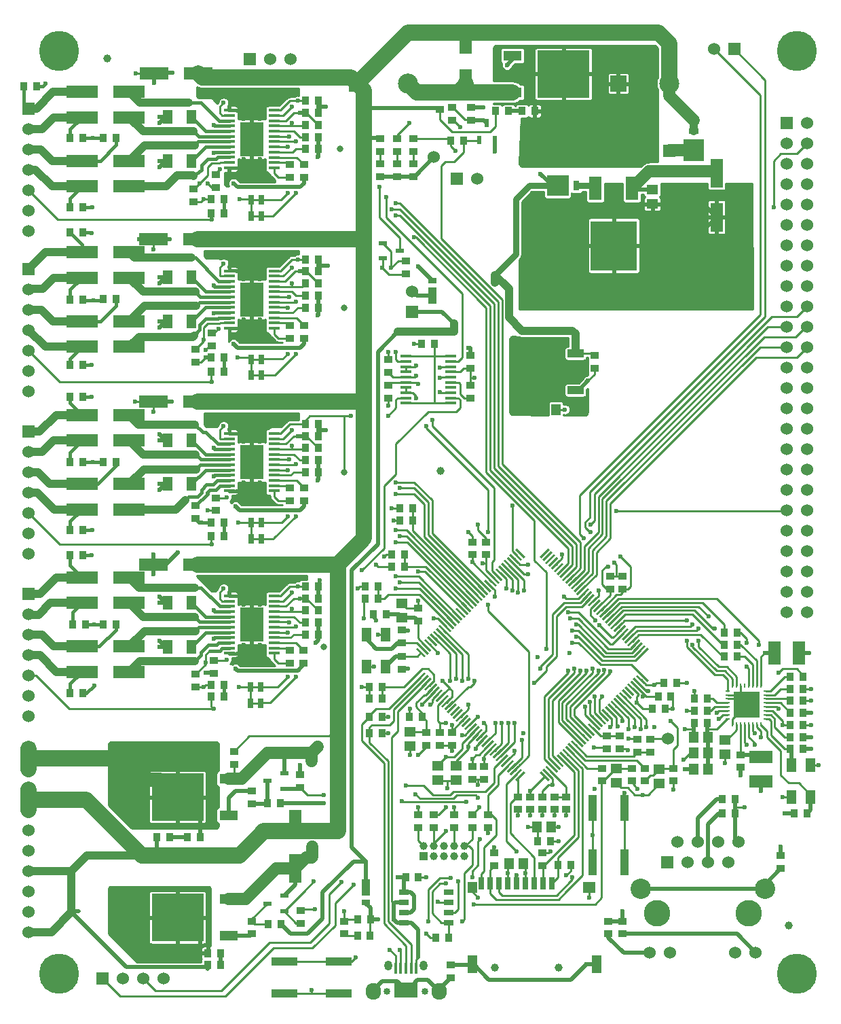
<source format=gtl>
G04 (created by PCBNEW (2013-05-18 BZR 4017)-stable) date Fri 12 Dec 2014 17:06:20 GMT*
%MOIN*%
G04 Gerber Fmt 3.4, Leading zero omitted, Abs format*
%FSLAX34Y34*%
G01*
G70*
G90*
G04 APERTURE LIST*
%ADD10C,0.00590551*%
%ADD11C,0.1969*%
%ADD12R,0.0787X0.0787*%
%ADD13C,0.0984*%
%ADD14R,0.1142X0.0748*%
%ADD15O,0.0394X0.0492*%
%ADD16R,0.0157X0.0531*%
%ADD17O,0.0748X0.0827*%
%ADD18C,0.0335*%
%ADD19R,0.063X0.1181*%
%ADD20R,0.2283X0.2441*%
%ADD21R,0.06X0.06*%
%ADD22C,0.06*%
%ADD23R,0.0579X0.0165*%
%ADD24R,0.1181X0.1701*%
%ADD25R,0.0394X0.126*%
%ADD26R,0.126X0.0394*%
%ADD27R,0.0394X0.0236*%
%ADD28R,0.0236X0.0394*%
%ADD29R,0.08X0.144*%
%ADD30R,0.08X0.04*%
%ADD31R,0.1417X0.063*%
%ADD32R,0.063X0.1417*%
%ADD33R,0.0374X0.0394*%
%ADD34R,0.0394X0.0374*%
%ADD35R,0.0453X0.0709*%
%ADD36R,0.0453X0.0571*%
%ADD37R,0.0571X0.0453*%
%ADD38R,0.0906X0.0512*%
%ADD39R,0.2559X0.2323*%
%ADD40R,0.1142X0.0591*%
%ADD41R,0.0591X0.1142*%
%ADD42R,0.0394X0.0394*%
%ADD43C,0.0394*%
%ADD44R,0.0433X0.0787*%
%ADD45R,0.0433X0.0315*%
%ADD46R,0.0472X0.0866*%
%ADD47R,0.0472X0.0551*%
%ADD48R,0.063X0.0551*%
%ADD49R,0.0276X0.063*%
%ADD50R,0.05X0.025*%
%ADD51R,0.0098X0.0236*%
%ADD52R,0.0236X0.0098*%
%ADD53R,0.1299X0.1299*%
%ADD54R,0.1X0.1051*%
%ADD55R,0.05X0.03*%
%ADD56R,0.1051X0.1*%
%ADD57R,0.03X0.05*%
%ADD58C,0.1299*%
%ADD59C,0.1*%
%ADD60R,0.0472X0.0709*%
%ADD61C,0.0315*%
%ADD62R,0.025X0.05*%
%ADD63R,0.1535X0.0598*%
%ADD64C,0.0236*%
%ADD65C,0.01*%
%ADD66C,0.02*%
%ADD67C,0.015*%
%ADD68C,0.04*%
%ADD69C,0.03*%
%ADD70C,0.06*%
%ADD71C,0.07*%
%ADD72C,0.08*%
G04 APERTURE END LIST*
G54D10*
G54D11*
X2754Y1575D03*
G54D12*
X17390Y45236D03*
G54D13*
X19890Y45236D03*
G54D14*
X19781Y787D03*
G54D15*
X18905Y1968D03*
G54D16*
X19781Y1840D03*
X19525Y1840D03*
X19269Y1840D03*
X20037Y1840D03*
X20293Y1840D03*
G54D15*
X20657Y1968D03*
G54D17*
X21395Y716D03*
X18167Y716D03*
G54D18*
X20716Y716D03*
X18846Y716D03*
G54D19*
X30890Y40115D03*
G54D20*
X29990Y37288D03*
G54D19*
X29090Y40115D03*
G54D21*
X12114Y46430D03*
G54D22*
X13114Y46430D03*
X14114Y46430D03*
G54D23*
X13303Y34515D03*
X13303Y34771D03*
X13303Y35027D03*
X13303Y35283D03*
X11101Y33751D03*
X13303Y33747D03*
X13303Y34003D03*
X13303Y34259D03*
X11099Y35539D03*
X11099Y35283D03*
X11099Y35027D03*
X11099Y34771D03*
X11099Y34515D03*
X11099Y34259D03*
X13303Y35539D03*
X11101Y34003D03*
X13303Y33491D03*
X13303Y35795D03*
X11099Y35795D03*
X11099Y33491D03*
X13303Y33236D03*
X13303Y36050D03*
X11099Y36050D03*
X11099Y33236D03*
G54D24*
X12201Y34643D03*
G54D23*
X13302Y26542D03*
X13302Y26798D03*
X13302Y27054D03*
X13302Y27310D03*
X11100Y25778D03*
X13302Y25774D03*
X13302Y26030D03*
X13302Y26286D03*
X11098Y27566D03*
X11098Y27310D03*
X11098Y27054D03*
X11098Y26798D03*
X11098Y26542D03*
X11098Y26286D03*
X13302Y27566D03*
X11100Y26030D03*
X13302Y25518D03*
X13302Y27822D03*
X11098Y27822D03*
X11098Y25518D03*
X13302Y25263D03*
X13302Y28077D03*
X11098Y28077D03*
X11098Y25263D03*
G54D24*
X12200Y26670D03*
G54D23*
X13302Y18571D03*
X13302Y18827D03*
X13302Y19083D03*
X13302Y19339D03*
X11100Y17807D03*
X13302Y17803D03*
X13302Y18059D03*
X13302Y18315D03*
X11098Y19595D03*
X11098Y19339D03*
X11098Y19083D03*
X11098Y18827D03*
X11098Y18571D03*
X11098Y18315D03*
X13302Y19595D03*
X11100Y18059D03*
X13302Y17547D03*
X13302Y19851D03*
X11098Y19851D03*
X11098Y17547D03*
X13302Y17292D03*
X13302Y20106D03*
X11098Y20106D03*
X11098Y17292D03*
G54D24*
X12200Y18699D03*
G54D23*
X13304Y42391D03*
X13304Y42647D03*
X13304Y42903D03*
X13304Y43159D03*
X11102Y41627D03*
X13304Y41623D03*
X13304Y41879D03*
X13304Y42135D03*
X11100Y43415D03*
X11100Y43159D03*
X11100Y42903D03*
X11100Y42647D03*
X11100Y42391D03*
X11100Y42135D03*
X13304Y43415D03*
X11102Y41879D03*
X13304Y41367D03*
X13304Y43671D03*
X11100Y43671D03*
X11100Y41367D03*
X13304Y41112D03*
X13304Y43926D03*
X11100Y43926D03*
X11100Y41112D03*
G54D24*
X12202Y42519D03*
G54D23*
X19762Y30837D03*
X19762Y30581D03*
X19762Y30325D03*
X19762Y30069D03*
X21964Y31601D03*
X19762Y31605D03*
X19762Y31349D03*
X19762Y31093D03*
X21966Y29813D03*
X21966Y30069D03*
X21966Y30325D03*
X21966Y30581D03*
X21966Y30837D03*
X21966Y31093D03*
X19762Y29813D03*
X21964Y31349D03*
X19762Y31861D03*
X19762Y29557D03*
X21966Y29557D03*
X21966Y31861D03*
G54D25*
X30509Y7027D03*
X30509Y9705D03*
X28935Y9705D03*
X28935Y7027D03*
G54D26*
X13816Y591D03*
X16494Y591D03*
X16494Y2165D03*
X13816Y2165D03*
G54D27*
X13800Y4645D03*
X12968Y5020D03*
X13800Y5395D03*
X13800Y10649D03*
X12968Y11024D03*
X13800Y11399D03*
G54D28*
X23383Y42478D03*
X23758Y43310D03*
X24133Y42478D03*
G54D29*
X25509Y31106D03*
G54D30*
X28109Y31106D03*
X28109Y32006D03*
X28109Y30206D03*
G54D31*
X9577Y45748D03*
X7411Y45748D03*
X9546Y21654D03*
X7380Y21654D03*
X9546Y37598D03*
X7380Y37598D03*
X9546Y29626D03*
X7380Y29626D03*
G54D32*
X35029Y40855D03*
X35029Y38689D03*
G54D33*
X35411Y18307D03*
X36041Y18307D03*
X39288Y16142D03*
X38658Y16142D03*
X39288Y15551D03*
X38658Y15551D03*
X35411Y17717D03*
X36041Y17717D03*
X35411Y17126D03*
X36041Y17126D03*
X39288Y14370D03*
X38658Y14370D03*
X39288Y14961D03*
X38658Y14961D03*
X33934Y14469D03*
X34564Y14469D03*
X33934Y15059D03*
X34564Y15059D03*
X38658Y13189D03*
X39288Y13189D03*
G54D34*
X22045Y43445D03*
X22045Y44075D03*
X22990Y43445D03*
X22990Y44075D03*
X12202Y9921D03*
X12202Y10551D03*
X18896Y29803D03*
X18896Y30433D03*
X20372Y9370D03*
X20372Y8740D03*
G54D33*
X20096Y23819D03*
X19466Y23819D03*
G54D34*
X16731Y3524D03*
X16731Y4154D03*
G54D33*
X17990Y14173D03*
X18620Y14173D03*
X17990Y13386D03*
X18620Y13386D03*
X39289Y13780D03*
X38659Y13780D03*
X33934Y13878D03*
X34564Y13878D03*
G54D34*
X29722Y4154D03*
X29722Y3524D03*
X30411Y3524D03*
X30411Y4154D03*
G54D33*
X13601Y9942D03*
X12971Y9942D03*
X13640Y4016D03*
X13010Y4016D03*
G54D34*
X12222Y4154D03*
X12222Y3524D03*
X18896Y31713D03*
X18896Y31083D03*
G54D33*
X19703Y21555D03*
X19073Y21555D03*
G54D34*
X31159Y12441D03*
X31159Y13071D03*
G54D33*
X18423Y19980D03*
X17793Y19980D03*
X38856Y9449D03*
X39486Y9449D03*
X39289Y12598D03*
X38659Y12598D03*
X35313Y10138D03*
X35943Y10138D03*
X35313Y9449D03*
X35943Y9449D03*
X19703Y22146D03*
X19073Y22146D03*
X20096Y24409D03*
X19466Y24409D03*
G54D34*
X31789Y12441D03*
X31789Y13071D03*
G54D33*
X18423Y20571D03*
X17793Y20571D03*
G54D34*
X9447Y31575D03*
X9447Y32205D03*
G54D33*
X15470Y35433D03*
X14840Y35433D03*
X14841Y34839D03*
X15471Y34839D03*
X18620Y15650D03*
X17990Y15650D03*
X14840Y34252D03*
X15470Y34252D03*
G54D34*
X14762Y33382D03*
X14762Y32752D03*
G54D33*
X14840Y36024D03*
X15470Y36024D03*
G54D34*
X14073Y32752D03*
X14073Y33382D03*
X9447Y15630D03*
X9447Y16260D03*
G54D33*
X15470Y19390D03*
X14840Y19390D03*
X14839Y18796D03*
X15469Y18796D03*
G54D34*
X21159Y9370D03*
X21159Y8740D03*
G54D33*
X14840Y18209D03*
X15470Y18209D03*
G54D34*
X14760Y17438D03*
X14760Y16808D03*
G54D33*
X14840Y19980D03*
X15470Y19980D03*
G54D34*
X14071Y16808D03*
X14071Y17438D03*
X9348Y39449D03*
X9348Y40079D03*
G54D33*
X15470Y43209D03*
X14840Y43209D03*
X14842Y42617D03*
X15472Y42617D03*
X14840Y42028D03*
X15470Y42028D03*
G54D34*
X14763Y41258D03*
X14763Y40628D03*
G54D33*
X14840Y43799D03*
X15470Y43799D03*
G54D34*
X14074Y40628D03*
X14074Y41258D03*
X9447Y23898D03*
X9447Y24528D03*
G54D33*
X15470Y27362D03*
X14840Y27362D03*
X14840Y26768D03*
X15470Y26768D03*
X14840Y26181D03*
X15470Y26181D03*
G54D34*
X14761Y25410D03*
X14761Y24780D03*
G54D33*
X14840Y27953D03*
X15470Y27953D03*
G54D34*
X14072Y24780D03*
X14072Y25410D03*
X22144Y9370D03*
X22144Y8740D03*
G54D35*
X9250Y41437D03*
X8068Y41437D03*
G54D36*
X33895Y12402D03*
X34603Y12402D03*
X33895Y13189D03*
X34603Y13189D03*
G54D33*
X17400Y3445D03*
X18015Y3445D03*
G54D37*
X35431Y13052D03*
X35431Y12344D03*
G54D36*
X26435Y29248D03*
X27143Y29248D03*
G54D35*
X9250Y25591D03*
X8068Y25591D03*
X9250Y27756D03*
X8068Y27756D03*
X9250Y43602D03*
X8068Y43602D03*
X9250Y33563D03*
X8068Y33563D03*
X9250Y17618D03*
X8068Y17618D03*
X9250Y35728D03*
X8068Y35728D03*
X9250Y19783D03*
X8068Y19783D03*
G54D34*
X22932Y31279D03*
X22932Y31909D03*
G54D38*
X11063Y3431D03*
G54D39*
X8563Y4331D03*
G54D38*
X11063Y5231D03*
X11061Y9336D03*
G54D39*
X8561Y10236D03*
G54D38*
X11061Y11136D03*
X25018Y46609D03*
G54D39*
X27518Y45709D03*
G54D38*
X25018Y44809D03*
G54D33*
X8187Y8268D03*
X7557Y8268D03*
X10667Y2003D03*
X10037Y2003D03*
X24821Y43898D03*
X24191Y43898D03*
X10052Y2578D03*
X10667Y2578D03*
X9663Y8268D03*
X9048Y8268D03*
X26100Y43898D03*
X25485Y43898D03*
G54D21*
X1248Y44019D03*
G54D22*
X1248Y43019D03*
X1248Y42019D03*
X1248Y41019D03*
X1248Y40019D03*
X1248Y39019D03*
X1248Y38019D03*
G54D21*
X1248Y36143D03*
G54D22*
X1248Y35143D03*
X1248Y34143D03*
X1248Y33143D03*
X1248Y32143D03*
X1248Y31143D03*
X1248Y30143D03*
G54D21*
X1248Y28170D03*
G54D22*
X1248Y27170D03*
X1248Y26170D03*
X1248Y25170D03*
X1248Y24170D03*
X1248Y23170D03*
X1248Y22170D03*
G54D21*
X1248Y20199D03*
G54D22*
X1248Y19199D03*
X1248Y18199D03*
X1248Y17199D03*
X1248Y16199D03*
X1248Y15199D03*
X1248Y14199D03*
G54D21*
X35911Y46929D03*
G54D22*
X34911Y46929D03*
G54D34*
X22932Y30432D03*
X22932Y29802D03*
X36218Y12323D03*
X36218Y11693D03*
G54D40*
X37203Y12205D03*
X37203Y11023D03*
G54D41*
X37891Y17323D03*
X39073Y17323D03*
G54D36*
X34604Y11614D03*
X33896Y11614D03*
G54D33*
X10844Y31791D03*
X10214Y31791D03*
X10844Y39567D03*
X10214Y39567D03*
X10844Y15748D03*
X10214Y15748D03*
X10844Y23720D03*
X10214Y23720D03*
X10214Y31102D03*
X10829Y31102D03*
X10214Y38878D03*
X10829Y38878D03*
X10214Y15157D03*
X10829Y15157D03*
X10214Y23031D03*
X10829Y23031D03*
X14840Y28543D03*
X15470Y28543D03*
X14840Y44390D03*
X15470Y44390D03*
X14840Y36614D03*
X15470Y36614D03*
X14840Y20571D03*
X15470Y20571D03*
G54D36*
X25549Y6988D03*
X24841Y6988D03*
G54D42*
X20651Y7329D03*
G54D43*
X20651Y7829D03*
X21151Y7329D03*
X21151Y7829D03*
X21651Y7329D03*
X21651Y7829D03*
X22151Y7329D03*
X22151Y7829D03*
X22651Y7329D03*
X22651Y7829D03*
G54D44*
X17813Y5807D03*
G54D45*
X17813Y5059D03*
G54D43*
X24140Y1870D03*
X27282Y1870D03*
G54D46*
X23030Y2027D03*
X29132Y2027D03*
G54D47*
X23030Y5807D03*
G54D48*
X28778Y5807D03*
G54D49*
X26947Y6004D03*
X26514Y6004D03*
X26081Y6004D03*
X25648Y6004D03*
X25215Y6004D03*
X24782Y6004D03*
X24349Y6004D03*
X23916Y6004D03*
X23483Y6004D03*
G54D34*
X32911Y11024D03*
X32911Y11654D03*
X30864Y11024D03*
X30864Y11654D03*
G54D33*
X18187Y19193D03*
X18817Y19193D03*
G54D34*
X27655Y10256D03*
X27655Y9626D03*
G54D33*
X26258Y8071D03*
X26888Y8071D03*
G54D34*
X20766Y13406D03*
X20766Y12776D03*
G54D10*
G36*
X25553Y21954D02*
X25135Y22372D01*
X25213Y22450D01*
X25631Y22032D01*
X25553Y21954D01*
X25553Y21954D01*
G37*
G36*
X25414Y21815D02*
X24996Y22232D01*
X25074Y22310D01*
X25492Y21892D01*
X25414Y21815D01*
X25414Y21815D01*
G37*
G36*
X25275Y21675D02*
X24857Y22093D01*
X24935Y22171D01*
X25353Y21753D01*
X25275Y21675D01*
X25275Y21675D01*
G37*
G36*
X25135Y21536D02*
X24718Y21954D01*
X24795Y22032D01*
X25213Y21614D01*
X25135Y21536D01*
X25135Y21536D01*
G37*
G36*
X24996Y21397D02*
X24578Y21815D01*
X24656Y21892D01*
X25074Y21474D01*
X24996Y21397D01*
X24996Y21397D01*
G37*
G36*
X24858Y21258D02*
X24440Y21676D01*
X24517Y21754D01*
X24935Y21336D01*
X24858Y21258D01*
X24858Y21258D01*
G37*
G36*
X24718Y21119D02*
X24300Y21537D01*
X24378Y21614D01*
X24796Y21197D01*
X24718Y21119D01*
X24718Y21119D01*
G37*
G36*
X24579Y20979D02*
X24161Y21397D01*
X24239Y21475D01*
X24657Y21057D01*
X24579Y20979D01*
X24579Y20979D01*
G37*
G36*
X24440Y20840D02*
X24022Y21258D01*
X24100Y21336D01*
X24517Y20918D01*
X24440Y20840D01*
X24440Y20840D01*
G37*
G36*
X24300Y20701D02*
X23882Y21119D01*
X23960Y21197D01*
X24378Y20779D01*
X24300Y20701D01*
X24300Y20701D01*
G37*
G36*
X24161Y20562D02*
X23743Y20979D01*
X23821Y21057D01*
X24239Y20639D01*
X24161Y20562D01*
X24161Y20562D01*
G37*
G36*
X24022Y20423D02*
X23605Y20841D01*
X23682Y20919D01*
X24100Y20501D01*
X24022Y20423D01*
X24022Y20423D01*
G37*
G36*
X23883Y20284D02*
X23465Y20702D01*
X23543Y20779D01*
X23961Y20361D01*
X23883Y20284D01*
X23883Y20284D01*
G37*
G36*
X23744Y20144D02*
X23326Y20562D01*
X23404Y20640D01*
X23822Y20222D01*
X23744Y20144D01*
X23744Y20144D01*
G37*
G36*
X23605Y20005D02*
X23187Y20423D01*
X23264Y20501D01*
X23682Y20083D01*
X23605Y20005D01*
X23605Y20005D01*
G37*
G36*
X23465Y19866D02*
X23047Y20284D01*
X23125Y20361D01*
X23543Y19944D01*
X23465Y19866D01*
X23465Y19866D01*
G37*
G36*
X23326Y19726D02*
X22908Y20144D01*
X22986Y20222D01*
X23404Y19804D01*
X23326Y19726D01*
X23326Y19726D01*
G37*
G36*
X23187Y19587D02*
X22769Y20005D01*
X22847Y20083D01*
X23264Y19665D01*
X23187Y19587D01*
X23187Y19587D01*
G37*
G36*
X23048Y19449D02*
X22630Y19866D01*
X22708Y19944D01*
X23126Y19526D01*
X23048Y19449D01*
X23048Y19449D01*
G37*
G36*
X22909Y19309D02*
X22491Y19727D01*
X22569Y19805D01*
X22987Y19387D01*
X22909Y19309D01*
X22909Y19309D01*
G37*
G36*
X22769Y19170D02*
X22352Y19588D01*
X22429Y19666D01*
X22847Y19248D01*
X22769Y19170D01*
X22769Y19170D01*
G37*
G36*
X22630Y19031D02*
X22212Y19449D01*
X22290Y19526D01*
X22708Y19108D01*
X22630Y19031D01*
X22630Y19031D01*
G37*
G36*
X22491Y18891D02*
X22073Y19309D01*
X22151Y19387D01*
X22569Y18969D01*
X22491Y18891D01*
X22491Y18891D01*
G37*
G36*
X22352Y18752D02*
X21934Y19170D01*
X22011Y19248D01*
X22429Y18830D01*
X22352Y18752D01*
X22352Y18752D01*
G37*
G36*
X22212Y18613D02*
X21794Y19031D01*
X21872Y19108D01*
X22290Y18691D01*
X22212Y18613D01*
X22212Y18613D01*
G37*
G36*
X22074Y18474D02*
X21656Y18892D01*
X21734Y18970D01*
X22151Y18552D01*
X22074Y18474D01*
X22074Y18474D01*
G37*
G36*
X21934Y18335D02*
X21516Y18753D01*
X21594Y18831D01*
X22012Y18413D01*
X21934Y18335D01*
X21934Y18335D01*
G37*
G36*
X21795Y18196D02*
X21377Y18613D01*
X21455Y18691D01*
X21873Y18273D01*
X21795Y18196D01*
X21795Y18196D01*
G37*
G36*
X21656Y18056D02*
X21238Y18474D01*
X21316Y18552D01*
X21734Y18134D01*
X21656Y18056D01*
X21656Y18056D01*
G37*
G36*
X21516Y17917D02*
X21099Y18335D01*
X21176Y18413D01*
X21594Y17995D01*
X21516Y17917D01*
X21516Y17917D01*
G37*
G36*
X21377Y17778D02*
X20959Y18196D01*
X21037Y18273D01*
X21455Y17855D01*
X21377Y17778D01*
X21377Y17778D01*
G37*
G36*
X21239Y17639D02*
X20821Y18057D01*
X20898Y18135D01*
X21316Y17717D01*
X21239Y17639D01*
X21239Y17639D01*
G37*
G36*
X21099Y17500D02*
X20681Y17918D01*
X20759Y17995D01*
X21177Y17578D01*
X21099Y17500D01*
X21099Y17500D01*
G37*
G36*
X20960Y17360D02*
X20542Y17778D01*
X20620Y17856D01*
X21038Y17438D01*
X20960Y17360D01*
X20960Y17360D01*
G37*
G36*
X20821Y17221D02*
X20403Y17639D01*
X20481Y17717D01*
X20898Y17299D01*
X20821Y17221D01*
X20821Y17221D01*
G37*
G36*
X20681Y17082D02*
X20263Y17500D01*
X20341Y17578D01*
X20759Y17160D01*
X20681Y17082D01*
X20681Y17082D01*
G37*
G36*
X26750Y11013D02*
X26332Y11431D01*
X26410Y11509D01*
X26828Y11091D01*
X26750Y11013D01*
X26750Y11013D01*
G37*
G36*
X26889Y11153D02*
X26471Y11571D01*
X26549Y11648D01*
X26967Y11231D01*
X26889Y11153D01*
X26889Y11153D01*
G37*
G36*
X27028Y11292D02*
X26610Y11710D01*
X26688Y11788D01*
X27106Y11370D01*
X27028Y11292D01*
X27028Y11292D01*
G37*
G36*
X27168Y11431D02*
X26750Y11849D01*
X26828Y11927D01*
X27245Y11509D01*
X27168Y11431D01*
X27168Y11431D01*
G37*
G36*
X27307Y11571D02*
X26889Y11989D01*
X26967Y12066D01*
X27385Y11648D01*
X27307Y11571D01*
X27307Y11571D01*
G37*
G36*
X27446Y11709D02*
X27028Y12127D01*
X27105Y12205D01*
X27523Y11787D01*
X27446Y11709D01*
X27446Y11709D01*
G37*
G36*
X27585Y11849D02*
X27167Y12266D01*
X27245Y12344D01*
X27663Y11926D01*
X27585Y11849D01*
X27585Y11849D01*
G37*
G36*
X27724Y11988D02*
X27306Y12406D01*
X27384Y12484D01*
X27802Y12066D01*
X27724Y11988D01*
X27724Y11988D01*
G37*
G36*
X27863Y12127D02*
X27446Y12545D01*
X27523Y12623D01*
X27941Y12205D01*
X27863Y12127D01*
X27863Y12127D01*
G37*
G36*
X28003Y12266D02*
X27585Y12684D01*
X27663Y12762D01*
X28081Y12344D01*
X28003Y12266D01*
X28003Y12266D01*
G37*
G36*
X28142Y12406D02*
X27724Y12824D01*
X27802Y12901D01*
X28220Y12484D01*
X28142Y12406D01*
X28142Y12406D01*
G37*
G36*
X28281Y12544D02*
X27863Y12962D01*
X27941Y13040D01*
X28358Y12622D01*
X28281Y12544D01*
X28281Y12544D01*
G37*
G36*
X28420Y12684D02*
X28002Y13102D01*
X28080Y13179D01*
X28498Y12761D01*
X28420Y12684D01*
X28420Y12684D01*
G37*
G36*
X28559Y12823D02*
X28141Y13241D01*
X28219Y13319D01*
X28637Y12901D01*
X28559Y12823D01*
X28559Y12823D01*
G37*
G36*
X28699Y12962D02*
X28281Y13380D01*
X28358Y13458D01*
X28776Y13040D01*
X28699Y12962D01*
X28699Y12962D01*
G37*
G36*
X28838Y13102D02*
X28420Y13519D01*
X28498Y13597D01*
X28916Y13179D01*
X28838Y13102D01*
X28838Y13102D01*
G37*
G36*
X28977Y13241D02*
X28559Y13659D01*
X28637Y13737D01*
X29055Y13319D01*
X28977Y13241D01*
X28977Y13241D01*
G37*
G36*
X29116Y13380D02*
X28699Y13798D01*
X28776Y13876D01*
X29194Y13458D01*
X29116Y13380D01*
X29116Y13380D01*
G37*
G36*
X29255Y13519D02*
X28837Y13937D01*
X28915Y14014D01*
X29333Y13597D01*
X29255Y13519D01*
X29255Y13519D01*
G37*
G36*
X29394Y13658D02*
X28976Y14076D01*
X29054Y14154D01*
X29472Y13736D01*
X29394Y13658D01*
X29394Y13658D01*
G37*
G36*
X29534Y13797D02*
X29116Y14215D01*
X29194Y14293D01*
X29611Y13875D01*
X29534Y13797D01*
X29534Y13797D01*
G37*
G36*
X29673Y13937D02*
X29255Y14355D01*
X29333Y14432D01*
X29751Y14014D01*
X29673Y13937D01*
X29673Y13937D01*
G37*
G36*
X29812Y14076D02*
X29394Y14494D01*
X29472Y14572D01*
X29890Y14154D01*
X29812Y14076D01*
X29812Y14076D01*
G37*
G36*
X29952Y14215D02*
X29534Y14633D01*
X29611Y14711D01*
X30029Y14293D01*
X29952Y14215D01*
X29952Y14215D01*
G37*
G36*
X30091Y14355D02*
X29673Y14772D01*
X29751Y14850D01*
X30169Y14432D01*
X30091Y14355D01*
X30091Y14355D01*
G37*
G36*
X30229Y14493D02*
X29812Y14911D01*
X29889Y14989D01*
X30307Y14571D01*
X30229Y14493D01*
X30229Y14493D01*
G37*
G36*
X30369Y14632D02*
X29951Y15050D01*
X30029Y15128D01*
X30447Y14710D01*
X30369Y14632D01*
X30369Y14632D01*
G37*
G36*
X30508Y14772D02*
X30090Y15190D01*
X30168Y15267D01*
X30586Y14850D01*
X30508Y14772D01*
X30508Y14772D01*
G37*
G36*
X30647Y14911D02*
X30229Y15329D01*
X30307Y15407D01*
X30725Y14989D01*
X30647Y14911D01*
X30647Y14911D01*
G37*
G36*
X30787Y15050D02*
X30369Y15468D01*
X30447Y15546D01*
X30864Y15128D01*
X30787Y15050D01*
X30787Y15050D01*
G37*
G36*
X30926Y15190D02*
X30508Y15608D01*
X30586Y15685D01*
X31004Y15267D01*
X30926Y15190D01*
X30926Y15190D01*
G37*
G36*
X31065Y15328D02*
X30647Y15746D01*
X30724Y15824D01*
X31142Y15406D01*
X31065Y15328D01*
X31065Y15328D01*
G37*
G36*
X31204Y15468D02*
X30786Y15885D01*
X30864Y15963D01*
X31282Y15545D01*
X31204Y15468D01*
X31204Y15468D01*
G37*
G36*
X31343Y15607D02*
X30925Y16025D01*
X31003Y16103D01*
X31421Y15685D01*
X31343Y15607D01*
X31343Y15607D01*
G37*
G36*
X31482Y15746D02*
X31065Y16164D01*
X31142Y16242D01*
X31560Y15824D01*
X31482Y15746D01*
X31482Y15746D01*
G37*
G36*
X31622Y15885D02*
X31204Y16303D01*
X31282Y16381D01*
X31700Y15963D01*
X31622Y15885D01*
X31622Y15885D01*
G37*
G36*
X20341Y15885D02*
X20263Y15963D01*
X20681Y16381D01*
X20759Y16303D01*
X20341Y15885D01*
X20341Y15885D01*
G37*
G36*
X20481Y15746D02*
X20403Y15824D01*
X20821Y16242D01*
X20898Y16164D01*
X20481Y15746D01*
X20481Y15746D01*
G37*
G36*
X20620Y15607D02*
X20542Y15685D01*
X20960Y16103D01*
X21038Y16025D01*
X20620Y15607D01*
X20620Y15607D01*
G37*
G36*
X20759Y15468D02*
X20681Y15545D01*
X21099Y15963D01*
X21177Y15885D01*
X20759Y15468D01*
X20759Y15468D01*
G37*
G36*
X20898Y15328D02*
X20821Y15406D01*
X21239Y15824D01*
X21316Y15746D01*
X20898Y15328D01*
X20898Y15328D01*
G37*
G36*
X21037Y15190D02*
X20959Y15267D01*
X21377Y15685D01*
X21455Y15608D01*
X21037Y15190D01*
X21037Y15190D01*
G37*
G36*
X21176Y15050D02*
X21099Y15128D01*
X21516Y15546D01*
X21594Y15468D01*
X21176Y15050D01*
X21176Y15050D01*
G37*
G36*
X21316Y14911D02*
X21238Y14989D01*
X21656Y15407D01*
X21734Y15329D01*
X21316Y14911D01*
X21316Y14911D01*
G37*
G36*
X21455Y14772D02*
X21377Y14850D01*
X21795Y15267D01*
X21873Y15190D01*
X21455Y14772D01*
X21455Y14772D01*
G37*
G36*
X21594Y14632D02*
X21516Y14710D01*
X21934Y15128D01*
X22012Y15050D01*
X21594Y14632D01*
X21594Y14632D01*
G37*
G36*
X21734Y14493D02*
X21656Y14571D01*
X22074Y14989D01*
X22151Y14911D01*
X21734Y14493D01*
X21734Y14493D01*
G37*
G36*
X21872Y14355D02*
X21794Y14432D01*
X22212Y14850D01*
X22290Y14772D01*
X21872Y14355D01*
X21872Y14355D01*
G37*
G36*
X22011Y14215D02*
X21934Y14293D01*
X22352Y14711D01*
X22429Y14633D01*
X22011Y14215D01*
X22011Y14215D01*
G37*
G36*
X22151Y14076D02*
X22073Y14154D01*
X22491Y14572D01*
X22569Y14494D01*
X22151Y14076D01*
X22151Y14076D01*
G37*
G36*
X22290Y13937D02*
X22212Y14014D01*
X22630Y14432D01*
X22708Y14355D01*
X22290Y13937D01*
X22290Y13937D01*
G37*
G36*
X22429Y13797D02*
X22352Y13875D01*
X22769Y14293D01*
X22847Y14215D01*
X22429Y13797D01*
X22429Y13797D01*
G37*
G36*
X22569Y13658D02*
X22491Y13736D01*
X22909Y14154D01*
X22987Y14076D01*
X22569Y13658D01*
X22569Y13658D01*
G37*
G36*
X22708Y13519D02*
X22630Y13597D01*
X23048Y14014D01*
X23126Y13937D01*
X22708Y13519D01*
X22708Y13519D01*
G37*
G36*
X22847Y13380D02*
X22769Y13458D01*
X23187Y13876D01*
X23264Y13798D01*
X22847Y13380D01*
X22847Y13380D01*
G37*
G36*
X22986Y13241D02*
X22908Y13319D01*
X23326Y13737D01*
X23404Y13659D01*
X22986Y13241D01*
X22986Y13241D01*
G37*
G36*
X23125Y13102D02*
X23047Y13179D01*
X23465Y13597D01*
X23543Y13519D01*
X23125Y13102D01*
X23125Y13102D01*
G37*
G36*
X23264Y12962D02*
X23187Y13040D01*
X23605Y13458D01*
X23682Y13380D01*
X23264Y12962D01*
X23264Y12962D01*
G37*
G36*
X23404Y12823D02*
X23326Y12901D01*
X23744Y13319D01*
X23822Y13241D01*
X23404Y12823D01*
X23404Y12823D01*
G37*
G36*
X23543Y12684D02*
X23465Y12761D01*
X23883Y13179D01*
X23961Y13102D01*
X23543Y12684D01*
X23543Y12684D01*
G37*
G36*
X23682Y12544D02*
X23605Y12622D01*
X24022Y13040D01*
X24100Y12962D01*
X23682Y12544D01*
X23682Y12544D01*
G37*
G36*
X23821Y12406D02*
X23743Y12484D01*
X24161Y12901D01*
X24239Y12824D01*
X23821Y12406D01*
X23821Y12406D01*
G37*
G36*
X23960Y12266D02*
X23882Y12344D01*
X24300Y12762D01*
X24378Y12684D01*
X23960Y12266D01*
X23960Y12266D01*
G37*
G36*
X24100Y12127D02*
X24022Y12205D01*
X24440Y12623D01*
X24517Y12545D01*
X24100Y12127D01*
X24100Y12127D01*
G37*
G36*
X24239Y11988D02*
X24161Y12066D01*
X24579Y12484D01*
X24657Y12406D01*
X24239Y11988D01*
X24239Y11988D01*
G37*
G36*
X24378Y11849D02*
X24300Y11926D01*
X24718Y12344D01*
X24796Y12266D01*
X24378Y11849D01*
X24378Y11849D01*
G37*
G36*
X24517Y11709D02*
X24440Y11787D01*
X24858Y12205D01*
X24935Y12127D01*
X24517Y11709D01*
X24517Y11709D01*
G37*
G36*
X24656Y11571D02*
X24578Y11648D01*
X24996Y12066D01*
X25074Y11989D01*
X24656Y11571D01*
X24656Y11571D01*
G37*
G36*
X24795Y11431D02*
X24718Y11509D01*
X25135Y11927D01*
X25213Y11849D01*
X24795Y11431D01*
X24795Y11431D01*
G37*
G36*
X24935Y11292D02*
X24857Y11370D01*
X25275Y11788D01*
X25353Y11710D01*
X24935Y11292D01*
X24935Y11292D01*
G37*
G36*
X25074Y11153D02*
X24996Y11231D01*
X25414Y11648D01*
X25492Y11571D01*
X25074Y11153D01*
X25074Y11153D01*
G37*
G36*
X25213Y11013D02*
X25135Y11091D01*
X25553Y11509D01*
X25631Y11431D01*
X25213Y11013D01*
X25213Y11013D01*
G37*
G36*
X31282Y17082D02*
X31204Y17160D01*
X31622Y17578D01*
X31700Y17500D01*
X31282Y17082D01*
X31282Y17082D01*
G37*
G36*
X31142Y17221D02*
X31065Y17299D01*
X31482Y17717D01*
X31560Y17639D01*
X31142Y17221D01*
X31142Y17221D01*
G37*
G36*
X31003Y17360D02*
X30925Y17438D01*
X31343Y17856D01*
X31421Y17778D01*
X31003Y17360D01*
X31003Y17360D01*
G37*
G36*
X30864Y17500D02*
X30786Y17578D01*
X31204Y17995D01*
X31282Y17918D01*
X30864Y17500D01*
X30864Y17500D01*
G37*
G36*
X30724Y17639D02*
X30647Y17717D01*
X31065Y18135D01*
X31142Y18057D01*
X30724Y17639D01*
X30724Y17639D01*
G37*
G36*
X30586Y17778D02*
X30508Y17855D01*
X30926Y18273D01*
X31004Y18196D01*
X30586Y17778D01*
X30586Y17778D01*
G37*
G36*
X30447Y17917D02*
X30369Y17995D01*
X30787Y18413D01*
X30864Y18335D01*
X30447Y17917D01*
X30447Y17917D01*
G37*
G36*
X30307Y18056D02*
X30229Y18134D01*
X30647Y18552D01*
X30725Y18474D01*
X30307Y18056D01*
X30307Y18056D01*
G37*
G36*
X30168Y18196D02*
X30090Y18273D01*
X30508Y18691D01*
X30586Y18613D01*
X30168Y18196D01*
X30168Y18196D01*
G37*
G36*
X30029Y18335D02*
X29951Y18413D01*
X30369Y18831D01*
X30447Y18753D01*
X30029Y18335D01*
X30029Y18335D01*
G37*
G36*
X29889Y18474D02*
X29812Y18552D01*
X30229Y18970D01*
X30307Y18892D01*
X29889Y18474D01*
X29889Y18474D01*
G37*
G36*
X29751Y18613D02*
X29673Y18691D01*
X30091Y19108D01*
X30169Y19031D01*
X29751Y18613D01*
X29751Y18613D01*
G37*
G36*
X29611Y18752D02*
X29534Y18830D01*
X29952Y19248D01*
X30029Y19170D01*
X29611Y18752D01*
X29611Y18752D01*
G37*
G36*
X29472Y18891D02*
X29394Y18969D01*
X29812Y19387D01*
X29890Y19309D01*
X29472Y18891D01*
X29472Y18891D01*
G37*
G36*
X29333Y19031D02*
X29255Y19108D01*
X29673Y19526D01*
X29751Y19449D01*
X29333Y19031D01*
X29333Y19031D01*
G37*
G36*
X29194Y19170D02*
X29116Y19248D01*
X29534Y19666D01*
X29611Y19588D01*
X29194Y19170D01*
X29194Y19170D01*
G37*
G36*
X29054Y19309D02*
X28976Y19387D01*
X29394Y19805D01*
X29472Y19727D01*
X29054Y19309D01*
X29054Y19309D01*
G37*
G36*
X28915Y19449D02*
X28837Y19526D01*
X29255Y19944D01*
X29333Y19866D01*
X28915Y19449D01*
X28915Y19449D01*
G37*
G36*
X28776Y19587D02*
X28699Y19665D01*
X29116Y20083D01*
X29194Y20005D01*
X28776Y19587D01*
X28776Y19587D01*
G37*
G36*
X28637Y19726D02*
X28559Y19804D01*
X28977Y20222D01*
X29055Y20144D01*
X28637Y19726D01*
X28637Y19726D01*
G37*
G36*
X28498Y19866D02*
X28420Y19944D01*
X28838Y20361D01*
X28916Y20284D01*
X28498Y19866D01*
X28498Y19866D01*
G37*
G36*
X28358Y20005D02*
X28281Y20083D01*
X28699Y20501D01*
X28776Y20423D01*
X28358Y20005D01*
X28358Y20005D01*
G37*
G36*
X28219Y20144D02*
X28141Y20222D01*
X28559Y20640D01*
X28637Y20562D01*
X28219Y20144D01*
X28219Y20144D01*
G37*
G36*
X28080Y20284D02*
X28002Y20361D01*
X28420Y20779D01*
X28498Y20702D01*
X28080Y20284D01*
X28080Y20284D01*
G37*
G36*
X27941Y20423D02*
X27863Y20501D01*
X28281Y20919D01*
X28358Y20841D01*
X27941Y20423D01*
X27941Y20423D01*
G37*
G36*
X27802Y20562D02*
X27724Y20639D01*
X28142Y21057D01*
X28220Y20979D01*
X27802Y20562D01*
X27802Y20562D01*
G37*
G36*
X27663Y20701D02*
X27585Y20779D01*
X28003Y21197D01*
X28081Y21119D01*
X27663Y20701D01*
X27663Y20701D01*
G37*
G36*
X27523Y20840D02*
X27446Y20918D01*
X27863Y21336D01*
X27941Y21258D01*
X27523Y20840D01*
X27523Y20840D01*
G37*
G36*
X27384Y20979D02*
X27306Y21057D01*
X27724Y21475D01*
X27802Y21397D01*
X27384Y20979D01*
X27384Y20979D01*
G37*
G36*
X27245Y21119D02*
X27167Y21197D01*
X27585Y21614D01*
X27663Y21537D01*
X27245Y21119D01*
X27245Y21119D01*
G37*
G36*
X27105Y21258D02*
X27028Y21336D01*
X27446Y21754D01*
X27523Y21676D01*
X27105Y21258D01*
X27105Y21258D01*
G37*
G36*
X26967Y21397D02*
X26889Y21474D01*
X27307Y21892D01*
X27385Y21815D01*
X26967Y21397D01*
X26967Y21397D01*
G37*
G36*
X26828Y21536D02*
X26750Y21614D01*
X27168Y22032D01*
X27245Y21954D01*
X26828Y21536D01*
X26828Y21536D01*
G37*
G36*
X26688Y21675D02*
X26610Y21753D01*
X27028Y22171D01*
X27106Y22093D01*
X26688Y21675D01*
X26688Y21675D01*
G37*
G36*
X26549Y21815D02*
X26471Y21892D01*
X26889Y22310D01*
X26967Y22232D01*
X26549Y21815D01*
X26549Y21815D01*
G37*
G36*
X26410Y21954D02*
X26332Y22032D01*
X26750Y22450D01*
X26828Y22372D01*
X26410Y21954D01*
X26410Y21954D01*
G37*
G54D37*
X21356Y11771D03*
X21356Y11063D03*
X19585Y19036D03*
X19585Y19744D03*
G54D36*
X26219Y8760D03*
X26927Y8760D03*
G54D37*
X19978Y13445D03*
X19978Y12737D03*
X30116Y11634D03*
X30116Y10926D03*
X32222Y11614D03*
X32222Y10906D03*
G54D33*
X31868Y14567D03*
X32498Y14567D03*
X18030Y4232D03*
X17400Y4232D03*
G54D34*
X19585Y17795D03*
X19585Y18425D03*
X19585Y17146D03*
X19585Y16516D03*
X23620Y11732D03*
X23620Y11102D03*
G54D33*
X32163Y15157D03*
X32793Y15157D03*
G54D34*
X29821Y20453D03*
X29821Y21083D03*
X30411Y20453D03*
X30411Y21083D03*
X21455Y13406D03*
X21455Y12776D03*
X23029Y11732D03*
X23029Y11102D03*
X22045Y13406D03*
X22045Y12776D03*
X20372Y18878D03*
X20372Y19508D03*
X23029Y22126D03*
X23029Y22756D03*
G54D33*
X18620Y15059D03*
X17990Y15059D03*
G54D34*
X27065Y10256D03*
X27065Y9626D03*
X23029Y9370D03*
X23029Y8740D03*
X25884Y10256D03*
X25884Y9626D03*
X23718Y22126D03*
X23718Y22756D03*
G54D33*
X20588Y14173D03*
X19958Y14173D03*
G54D34*
X26474Y9626D03*
X26474Y10256D03*
G54D37*
X22242Y11771D03*
X22242Y11063D03*
G54D33*
X20550Y32480D03*
X21180Y32480D03*
G54D21*
X38474Y43299D03*
G54D22*
X39474Y43299D03*
X38474Y38299D03*
X39474Y42299D03*
X38474Y37299D03*
X39474Y41299D03*
X38474Y36299D03*
X39474Y40299D03*
X38474Y35299D03*
X39474Y39299D03*
X38474Y34299D03*
X39474Y38299D03*
X38474Y33299D03*
X39474Y37299D03*
X38474Y32299D03*
X39474Y36299D03*
X38474Y31299D03*
X39474Y35299D03*
X38474Y30299D03*
X39474Y34299D03*
X38474Y29299D03*
X39474Y33299D03*
X38474Y28299D03*
X39474Y32299D03*
X39474Y31299D03*
X38474Y27299D03*
X39474Y30299D03*
X39474Y28299D03*
X39474Y27299D03*
X39474Y26299D03*
X39474Y25299D03*
X38474Y26299D03*
X38474Y25299D03*
X38474Y42299D03*
X38474Y41299D03*
X38474Y40299D03*
X38474Y39299D03*
X38474Y24299D03*
X39474Y24299D03*
X39474Y29299D03*
X38474Y23299D03*
X39474Y23299D03*
X38474Y22299D03*
X39474Y22299D03*
X38474Y21299D03*
X39474Y21299D03*
X38474Y20299D03*
X39474Y20299D03*
X38474Y19299D03*
X39474Y19299D03*
G54D50*
X21866Y4073D03*
X21866Y4573D03*
X21866Y5073D03*
X21866Y5573D03*
X19666Y5573D03*
X19666Y5073D03*
X19666Y4573D03*
X19666Y4073D03*
G54D33*
X21238Y3346D03*
X21868Y3346D03*
X19762Y6299D03*
X20392Y6299D03*
G54D34*
X19781Y36535D03*
X19781Y35905D03*
X20155Y41319D03*
X20155Y40689D03*
X19348Y41319D03*
X19348Y40689D03*
G54D51*
X35826Y13820D03*
X36023Y13820D03*
X36220Y13820D03*
X36417Y13820D03*
X36613Y13820D03*
X36810Y13820D03*
X37007Y13820D03*
X37204Y13820D03*
G54D52*
X37460Y14862D03*
X37460Y15058D03*
X37460Y15255D03*
X37460Y15452D03*
G54D53*
X36514Y14764D03*
G54D52*
X37460Y14075D03*
X37460Y14272D03*
X37460Y14469D03*
X37460Y14665D03*
G54D51*
X37202Y15708D03*
X37005Y15709D03*
X36809Y15709D03*
X36612Y15709D03*
X36415Y15709D03*
X36218Y15709D03*
X36021Y15709D03*
X35824Y15709D03*
G54D52*
X35569Y15453D03*
X35569Y15256D03*
X35569Y15059D03*
X35569Y14863D03*
X35569Y14666D03*
X35569Y14469D03*
X35569Y14272D03*
X35569Y14075D03*
G54D33*
X3907Y29870D03*
X3277Y29870D03*
G54D54*
X33896Y41988D03*
G54D55*
X33896Y42914D03*
G54D56*
X27230Y40228D03*
G54D57*
X28156Y40228D03*
G54D34*
X10234Y32362D03*
X10234Y32992D03*
X10431Y40138D03*
X10431Y40768D03*
X10333Y16319D03*
X10333Y16949D03*
X10431Y24291D03*
X10431Y24921D03*
G54D58*
X32098Y4528D03*
X36598Y4528D03*
G54D22*
X36098Y8028D03*
X35600Y7028D03*
X35098Y8028D03*
X34600Y7028D03*
X34098Y8028D03*
X33600Y7028D03*
X33098Y8028D03*
G54D59*
X31298Y5729D03*
X37398Y5728D03*
G54D22*
X35956Y2599D03*
X32740Y2599D03*
X36956Y2599D03*
X31740Y2599D03*
G54D21*
X32600Y7028D03*
G54D60*
X38699Y11811D03*
X38699Y10237D03*
X39643Y10237D03*
X39643Y11811D03*
X18777Y16634D03*
X18777Y18208D03*
X17833Y18208D03*
X17833Y16634D03*
G54D61*
X16730Y26181D03*
X16533Y42028D03*
X16730Y34252D03*
X15746Y17618D03*
G54D34*
X25293Y10256D03*
X25293Y9626D03*
X23817Y9370D03*
X23817Y8740D03*
G54D33*
X27242Y6890D03*
X27872Y6890D03*
G54D34*
X26474Y6870D03*
X26474Y7500D03*
G54D33*
X32458Y15846D03*
X33088Y15846D03*
G54D34*
X24112Y6870D03*
X24112Y7500D03*
G54D27*
X18643Y37415D03*
X19475Y37040D03*
X18643Y36665D03*
G54D21*
X32696Y41944D03*
G54D22*
X32696Y40944D03*
G54D21*
X20089Y34050D03*
G54D22*
X20089Y35050D03*
G54D43*
X38581Y3937D03*
X5116Y46457D03*
X21469Y26225D03*
G54D44*
X21079Y34830D03*
G54D45*
X21079Y35578D03*
G54D33*
X22596Y42441D03*
X21966Y42441D03*
G54D34*
X14565Y10709D03*
X14565Y11339D03*
X14604Y4055D03*
X14604Y4685D03*
G54D62*
X12177Y22918D03*
X12677Y22918D03*
X12179Y23706D03*
X12679Y23706D03*
X12181Y31716D03*
X12681Y31716D03*
X12173Y39532D03*
X12673Y39532D03*
X12151Y15652D03*
X12651Y15652D03*
X12151Y14856D03*
X12651Y14856D03*
X12187Y30934D03*
X12687Y30934D03*
X12173Y38732D03*
X12673Y38732D03*
G54D22*
X32638Y13104D03*
X21148Y41630D03*
G54D34*
X38187Y6732D03*
X38187Y7362D03*
X21966Y1378D03*
X21966Y2008D03*
X31514Y11024D03*
X31514Y11654D03*
X29407Y11024D03*
X29407Y11654D03*
G54D21*
X22280Y40558D03*
G54D22*
X23280Y40558D03*
G54D34*
X20155Y41909D03*
X20155Y42524D03*
X19329Y41909D03*
X19329Y42524D03*
X18522Y41909D03*
X18522Y42524D03*
G54D32*
X22695Y47422D03*
X22695Y45256D03*
X14329Y8898D03*
X14329Y6732D03*
G54D33*
X4925Y34663D03*
X5555Y34663D03*
X4915Y42567D03*
X5545Y42567D03*
X3277Y39173D03*
X3907Y39173D03*
X3907Y37929D03*
X3277Y37929D03*
X3278Y34654D03*
X3908Y34654D03*
G54D34*
X21455Y43976D03*
X21455Y44606D03*
G54D33*
X3277Y31433D03*
X3907Y31433D03*
X3907Y22094D03*
X3277Y22094D03*
X3411Y18705D03*
X4041Y18705D03*
X4915Y18720D03*
X5545Y18720D03*
X3277Y15327D03*
X3907Y15327D03*
X3277Y42567D03*
X3907Y42567D03*
G54D34*
X30273Y12618D03*
X30273Y13248D03*
X29045Y31890D03*
X29045Y31260D03*
X11333Y12480D03*
X11333Y11850D03*
G54D37*
X31880Y40042D03*
X31880Y39334D03*
G54D33*
X3277Y26681D03*
X3907Y26681D03*
X4915Y26681D03*
X5545Y26681D03*
X3277Y23346D03*
X3907Y23346D03*
X1645Y45100D03*
X1015Y45100D03*
G54D34*
X18522Y41319D03*
X18522Y40689D03*
X29644Y13248D03*
X29644Y12618D03*
G54D12*
X30205Y45236D03*
G54D13*
X32705Y45236D03*
G54D63*
X6183Y21017D03*
X6183Y19765D03*
X3861Y21017D03*
X3861Y19765D03*
X6190Y17633D03*
X6190Y16381D03*
X3868Y17633D03*
X3868Y16381D03*
X6183Y33576D03*
X6183Y32324D03*
X3861Y33576D03*
X3861Y32324D03*
X6183Y36962D03*
X6183Y35710D03*
X3861Y36962D03*
X3861Y35710D03*
X6183Y41452D03*
X6183Y40200D03*
X3861Y41452D03*
X3861Y40200D03*
X6183Y44838D03*
X6183Y43586D03*
X3861Y44838D03*
X3861Y43586D03*
X6183Y25603D03*
X6183Y24351D03*
X3861Y25603D03*
X3861Y24351D03*
X6183Y28989D03*
X6183Y27737D03*
X3861Y28989D03*
X3861Y27737D03*
G54D21*
X4888Y1328D03*
G54D22*
X5888Y1328D03*
X6888Y1328D03*
X7888Y1328D03*
G54D21*
X1248Y12617D03*
G54D22*
X1248Y11617D03*
X1256Y10617D03*
X1248Y9617D03*
X1248Y8617D03*
X1248Y7617D03*
X1248Y6617D03*
X1248Y5617D03*
X1248Y4617D03*
X1248Y3617D03*
G54D11*
X38974Y46850D03*
X38974Y1575D03*
X2754Y46850D03*
G54D64*
X20176Y32480D03*
X36218Y11319D03*
X11569Y15650D03*
X30411Y4626D03*
X31159Y10650D03*
X13974Y24016D03*
X13974Y18307D03*
X11605Y39567D03*
X25293Y9350D03*
X9840Y15650D03*
X23129Y30807D03*
X14565Y11811D03*
X22144Y9744D03*
X13974Y34252D03*
X11529Y23720D03*
X25490Y32657D03*
X26773Y31236D03*
X14368Y18602D03*
X27655Y6398D03*
X26683Y32228D03*
X14565Y43799D03*
X26309Y32685D03*
X31396Y15157D03*
X14368Y31988D03*
X14466Y27953D03*
X25522Y30579D03*
X22833Y12697D03*
X15297Y4752D03*
X13974Y42126D03*
X29722Y21555D03*
X13974Y26280D03*
X20372Y12303D03*
X23375Y9725D03*
X26360Y30854D03*
X27195Y31709D03*
X28935Y8366D03*
X18896Y32087D03*
X27262Y8071D03*
X33561Y15846D03*
X14368Y34547D03*
X14368Y24016D03*
X25742Y30890D03*
X14368Y42421D03*
X39663Y13780D03*
X23620Y12106D03*
X26868Y7579D03*
X20766Y3543D03*
X25498Y31232D03*
X14368Y26575D03*
X13974Y16142D03*
X25648Y6496D03*
X14565Y19980D03*
X21750Y9744D03*
X37399Y17323D03*
X25864Y32232D03*
X20372Y9744D03*
X13974Y31988D03*
X13974Y39862D03*
X23029Y21772D03*
X11506Y31791D03*
X22207Y41933D03*
X32911Y10591D03*
X25270Y30882D03*
X24112Y7776D03*
X26435Y29827D03*
X23817Y8465D03*
X26903Y30299D03*
X9742Y23720D03*
X14368Y16142D03*
X27195Y30862D03*
X33955Y15453D03*
X27655Y9350D03*
X18896Y29429D03*
X14565Y36024D03*
X25289Y31630D03*
X39663Y14961D03*
X25057Y32213D03*
X25746Y31626D03*
X9840Y39567D03*
X22045Y13780D03*
X27159Y32661D03*
X26333Y31717D03*
X9939Y31791D03*
X14368Y39862D03*
X33462Y13583D03*
X24148Y35480D03*
X26390Y40813D03*
X22139Y33470D03*
X15746Y9941D03*
X19940Y43294D03*
X22144Y33071D03*
X22431Y43122D03*
X19388Y6299D03*
X24159Y35846D03*
X17124Y9941D03*
X17813Y7087D03*
X23541Y21693D03*
X21750Y12205D03*
X31100Y14862D03*
X21750Y13878D03*
X18305Y18898D03*
X30313Y22047D03*
X23029Y12106D03*
X20374Y36283D03*
X28640Y16437D03*
X29525Y16476D03*
X29821Y16398D03*
X17204Y5946D03*
X25531Y13366D03*
X29014Y12677D03*
X28581Y14685D03*
X28817Y14921D03*
X28344Y16437D03*
X30090Y46798D03*
X27884Y44713D03*
X31510Y45168D03*
X27259Y44731D03*
X27241Y46009D03*
X28541Y45374D03*
X26510Y42228D03*
X27970Y43898D03*
X29850Y42218D03*
X26917Y44996D03*
X26516Y44749D03*
X28780Y43188D03*
X27230Y41338D03*
X28172Y45001D03*
X27530Y42988D03*
X28980Y41308D03*
X28141Y45716D03*
X26935Y45703D03*
X30470Y41318D03*
X26615Y46009D03*
X28172Y46301D03*
X25770Y42858D03*
X31870Y46178D03*
X28523Y46648D03*
X26570Y45334D03*
X31010Y43228D03*
X27205Y45356D03*
X27821Y46639D03*
X28519Y46018D03*
X31490Y42438D03*
X29330Y46128D03*
X31400Y46888D03*
X26930Y46319D03*
X27560Y45010D03*
X28200Y42278D03*
X30800Y46178D03*
X28582Y44740D03*
X26750Y43798D03*
X27124Y46621D03*
X27884Y45347D03*
X26498Y46634D03*
X27853Y46013D03*
X29990Y43978D03*
X27542Y46328D03*
X27518Y45709D03*
X25660Y41378D03*
X31690Y44028D03*
X28525Y22953D03*
X32768Y13982D03*
X18896Y13386D03*
X20962Y14764D03*
X18896Y14173D03*
X20569Y14764D03*
X5510Y12598D03*
X6298Y9843D03*
X8659Y12598D03*
X7085Y9843D03*
X9447Y11811D03*
X6691Y9449D03*
X7872Y11811D03*
X8659Y11024D03*
X8659Y11811D03*
X8266Y12205D03*
X5903Y12205D03*
X6691Y10236D03*
X9447Y11024D03*
X6297Y9055D03*
X7872Y9449D03*
X7478Y12205D03*
X8266Y10630D03*
X5510Y10630D03*
X7085Y10630D03*
X9840Y12205D03*
X10234Y12598D03*
X7872Y11024D03*
X8266Y9843D03*
X9447Y12598D03*
X6297Y10630D03*
X7085Y12598D03*
X6297Y12598D03*
X5903Y10236D03*
X7085Y11811D03*
X9053Y10630D03*
X7085Y9055D03*
X9053Y9843D03*
X6297Y11811D03*
X6691Y12205D03*
X8659Y9449D03*
X8561Y10236D03*
X7872Y12598D03*
X10234Y11811D03*
X9447Y9449D03*
X5510Y11811D03*
X5510Y9843D03*
X9053Y12205D03*
X10825Y20472D03*
X19486Y20768D03*
X19289Y20472D03*
X9939Y16831D03*
X15746Y10335D03*
X19787Y10813D03*
X17616Y21358D03*
X14466Y20571D03*
X19289Y21063D03*
X14171Y20276D03*
X17714Y18996D03*
X10333Y14567D03*
X23108Y4980D03*
X38088Y14567D03*
X37104Y17717D03*
X29230Y20374D03*
X38285Y13780D03*
X38088Y16339D03*
X34939Y18504D03*
X34644Y19094D03*
X39663Y15551D03*
X33856Y17717D03*
X33856Y18701D03*
X33561Y18898D03*
X33561Y17913D03*
X34151Y17913D03*
X34151Y18504D03*
X9660Y3388D03*
X8640Y3378D03*
X8563Y4331D03*
X7520Y4348D03*
X8220Y3848D03*
X8080Y4818D03*
X8540Y5268D03*
X9570Y5288D03*
X9090Y4818D03*
X9190Y3918D03*
X9600Y4378D03*
X7520Y5188D03*
X7500Y3388D03*
X22732Y10004D03*
X15254Y6102D03*
X19573Y10039D03*
X23226Y12598D03*
X12596Y40748D03*
X7675Y41437D03*
X12201Y35825D03*
X32720Y36988D03*
X39663Y13189D03*
X31700Y37938D03*
X27990Y39198D03*
X28040Y36988D03*
X29510Y36718D03*
X11809Y44685D03*
X26980Y35918D03*
X11809Y24902D03*
X23325Y10827D03*
X29940Y38248D03*
X21356Y17323D03*
X12596Y27657D03*
X28640Y2047D03*
X12200Y16735D03*
X30740Y38258D03*
X28880Y35428D03*
X25890Y37018D03*
X30860Y36288D03*
X33260Y35958D03*
X26940Y38118D03*
X15352Y17815D03*
X29100Y36298D03*
X12596Y16929D03*
X11809Y34252D03*
X29130Y38278D03*
X12596Y28051D03*
X22045Y12500D03*
X21455Y30118D03*
X18207Y16634D03*
X15155Y7283D03*
X12596Y41535D03*
X30380Y36698D03*
X12596Y17323D03*
X28130Y34738D03*
X15155Y12008D03*
X29970Y36288D03*
X34469Y39243D03*
X12596Y33268D03*
X11809Y20079D03*
X13384Y20965D03*
X22844Y32280D03*
X7675Y28051D03*
X11809Y28051D03*
X7675Y17618D03*
X13777Y20768D03*
X12596Y42126D03*
X25970Y34708D03*
X12203Y19291D03*
X2090Y45253D03*
X20766Y6299D03*
X12596Y20079D03*
X11415Y20768D03*
X13384Y36909D03*
X30820Y37318D03*
X28718Y30657D03*
X12203Y26673D03*
X19880Y16535D03*
X8561Y22244D03*
X12202Y40945D03*
X33750Y37938D03*
X12201Y33071D03*
X29090Y37348D03*
X30270Y37758D03*
X7675Y19783D03*
X29990Y37318D03*
X11809Y26969D03*
X11022Y28937D03*
X40057Y11811D03*
X29790Y34398D03*
X4470Y15717D03*
X25910Y39158D03*
X11809Y33661D03*
X12203Y20768D03*
X38285Y10236D03*
X12596Y25295D03*
X19978Y14567D03*
X13777Y44488D03*
X12200Y17520D03*
X4364Y39161D03*
X12202Y41339D03*
X8297Y45787D03*
X14171Y36909D03*
X11418Y28737D03*
X31750Y34458D03*
X15451Y25787D03*
X12990Y20768D03*
X23325Y23622D03*
X36514Y14764D03*
X30720Y35308D03*
X17419Y20472D03*
X7675Y41142D03*
X11809Y41535D03*
X24136Y41913D03*
X4399Y42583D03*
X11809Y27657D03*
X12596Y18996D03*
X11809Y33268D03*
X7675Y35433D03*
X10037Y24311D03*
X11809Y43898D03*
X12203Y35236D03*
X15451Y33858D03*
X13777Y36713D03*
X12200Y25492D03*
X21573Y15945D03*
X11809Y36024D03*
X15943Y36319D03*
X39565Y17323D03*
X33561Y14469D03*
X7675Y43307D03*
X14171Y20965D03*
X12596Y43898D03*
X12201Y33465D03*
X7380Y21161D03*
X8167Y37598D03*
X12596Y33661D03*
X21356Y5118D03*
X12200Y27851D03*
X18599Y36210D03*
X11809Y25689D03*
X28777Y5295D03*
X12596Y26969D03*
X19880Y18406D03*
X29090Y18923D03*
X21456Y31299D03*
X7380Y37106D03*
X11022Y44685D03*
X11809Y42126D03*
X7675Y25295D03*
X11022Y36909D03*
X12596Y26378D03*
X12596Y20965D03*
X12990Y44488D03*
X7675Y33563D03*
X15844Y28248D03*
X12202Y43700D03*
X12201Y36711D03*
X31700Y36068D03*
X11809Y18996D03*
X25884Y9350D03*
X11415Y36713D03*
X4415Y26689D03*
X12596Y41142D03*
X12990Y28740D03*
X38384Y9449D03*
X11809Y16929D03*
X11809Y28937D03*
X4482Y18697D03*
X7675Y27756D03*
X11809Y42815D03*
X12596Y17717D03*
X23305Y14173D03*
X12203Y41831D03*
X6691Y37598D03*
X12200Y24708D03*
X7675Y20079D03*
X12596Y24902D03*
X12203Y34547D03*
X12596Y18406D03*
X20372Y19882D03*
X7380Y29134D03*
X11809Y35630D03*
X15549Y20866D03*
X34469Y38130D03*
X11809Y26378D03*
X24132Y20079D03*
X23325Y5315D03*
X18994Y2756D03*
X11415Y44488D03*
X12596Y28937D03*
X12596Y36024D03*
X4433Y34597D03*
X12990Y36713D03*
X6494Y29626D03*
X15451Y41634D03*
X14171Y28937D03*
X24782Y6496D03*
X11809Y25295D03*
X12203Y27264D03*
X14171Y44685D03*
X12596Y44685D03*
X11809Y36909D03*
X12596Y32874D03*
X33462Y11614D03*
X15175Y7801D03*
X15155Y787D03*
X7675Y35728D03*
X4356Y37909D03*
X37203Y10531D03*
X12596Y35630D03*
X13384Y28937D03*
X7675Y33268D03*
X35431Y11909D03*
X12202Y40552D03*
X12596Y34252D03*
X20273Y29823D03*
X20273Y31398D03*
X9939Y16339D03*
X12596Y34941D03*
X4344Y31445D03*
X7675Y43602D03*
X38167Y7815D03*
X13384Y44685D03*
X12203Y18701D03*
X12203Y42520D03*
X19978Y12303D03*
X12203Y43110D03*
X11809Y20965D03*
X11809Y43504D03*
X4372Y23350D03*
X21800Y10666D03*
X12203Y33957D03*
X31691Y15453D03*
X27065Y9350D03*
X12596Y36909D03*
X12596Y42815D03*
X9939Y32185D03*
X12203Y26083D03*
X7380Y22146D03*
X11809Y19685D03*
X11809Y17323D03*
X21456Y30807D03*
X11022Y20965D03*
X22833Y14764D03*
X15844Y44094D03*
X32872Y14567D03*
X7427Y45280D03*
X22833Y23228D03*
X17616Y15650D03*
X15155Y12402D03*
X12200Y28737D03*
X4336Y29870D03*
X11809Y32874D03*
X4348Y22098D03*
X23620Y13878D03*
X8266Y29626D03*
X36415Y9744D03*
X39663Y12598D03*
X12200Y17126D03*
X19092Y24409D03*
X11809Y34941D03*
X27592Y29252D03*
X12201Y32679D03*
X15451Y12697D03*
X13777Y28740D03*
X6510Y45744D03*
X18403Y18209D03*
X16730Y4626D03*
X11809Y41142D03*
X12200Y25098D03*
X30018Y21752D03*
X11809Y18406D03*
X26474Y9350D03*
X27262Y8760D03*
X12596Y25689D03*
X12202Y44487D03*
X39663Y14370D03*
X7675Y25591D03*
X12203Y18110D03*
X18699Y22047D03*
X12203Y19882D03*
X12596Y43504D03*
X7675Y17913D03*
X12596Y19685D03*
X29560Y37758D03*
X10037Y40354D03*
X11809Y40748D03*
X11809Y17717D03*
X25195Y6398D03*
X25195Y7579D03*
X31986Y13681D03*
X31986Y15748D03*
X27951Y6299D03*
X21947Y15945D03*
X27557Y20079D03*
X30510Y10433D03*
X22537Y15945D03*
X21750Y8563D03*
X22833Y16043D03*
X22242Y16043D03*
X14053Y18819D03*
X14171Y19488D03*
X14171Y43307D03*
X14053Y42638D03*
X14171Y35433D03*
X14053Y34764D03*
X14171Y27461D03*
X14053Y26791D03*
X23581Y44075D03*
X24742Y46142D03*
X37203Y13189D03*
X36907Y12795D03*
X35037Y14370D03*
X36514Y12795D03*
X35136Y14075D03*
X36514Y16634D03*
X36514Y17815D03*
X36907Y13386D03*
X19781Y787D03*
X25470Y13030D03*
X33423Y12067D03*
X24998Y20374D03*
X24703Y20472D03*
X28836Y23622D03*
X27459Y22146D03*
X27754Y16437D03*
X28049Y16535D03*
X26237Y17114D03*
X16622Y6088D03*
X27798Y17298D03*
X23321Y10207D03*
X29264Y18661D03*
X20255Y10372D03*
X29053Y15157D03*
X29427Y15157D03*
X29821Y13681D03*
X30175Y13720D03*
X30411Y13957D03*
X30707Y13583D03*
X31002Y13681D03*
X31297Y13583D03*
X31592Y13681D03*
X24171Y13858D03*
X27754Y19291D03*
X24486Y13858D03*
X24801Y13858D03*
X25116Y13858D03*
X25096Y12500D03*
X19059Y36195D03*
X20374Y21315D03*
X18494Y40170D03*
X22537Y4134D03*
X17321Y2362D03*
X37829Y39173D03*
X23128Y15945D03*
X25785Y21654D03*
X25588Y20374D03*
X27951Y17815D03*
X28148Y18110D03*
X28148Y18701D03*
X27852Y18996D03*
X27951Y18406D03*
X20766Y28445D03*
X23817Y19685D03*
X23817Y23228D03*
X20273Y30906D03*
X29230Y16437D03*
X21061Y28740D03*
X20372Y30512D03*
X28935Y16535D03*
X25785Y21161D03*
X25293Y20276D03*
X23423Y8169D03*
X22340Y6102D03*
X23029Y6299D03*
X22537Y13287D03*
X26376Y16535D03*
X19486Y2756D03*
X20864Y4134D03*
X21962Y6285D03*
X21733Y5993D03*
X26081Y15846D03*
X21159Y18996D03*
X24998Y24528D03*
X19191Y4232D03*
X18403Y4232D03*
X25884Y10531D03*
X25785Y8760D03*
X31396Y10354D03*
X26966Y10827D03*
X30118Y24264D03*
X28836Y23228D03*
X30667Y12539D03*
X29033Y10630D03*
X10334Y41829D03*
X10333Y18012D03*
X10333Y19390D03*
X10579Y33218D03*
X10333Y25984D03*
X11317Y32480D03*
X10333Y45417D03*
X10333Y35335D03*
X10333Y27362D03*
X10333Y37598D03*
X10972Y16978D03*
X11415Y24508D03*
X10333Y43209D03*
X10333Y33957D03*
X11317Y40354D03*
X11415Y16535D03*
X10333Y29626D03*
X10972Y24951D03*
X10333Y21654D03*
X10628Y41043D03*
X10825Y28445D03*
X19486Y23031D03*
X10037Y25098D03*
X19289Y22736D03*
X18896Y28937D03*
X17065Y28937D03*
X19289Y23327D03*
X14171Y28248D03*
X10234Y22638D03*
X18305Y21654D03*
X19486Y25394D03*
X10825Y36417D03*
X19289Y25098D03*
X9840Y32677D03*
X19289Y32087D03*
X14466Y36614D03*
X19289Y25689D03*
X14171Y36220D03*
X10234Y30610D03*
X19191Y23819D03*
X10825Y44291D03*
X19092Y39075D03*
X9644Y40354D03*
X19289Y38780D03*
X14466Y44390D03*
X18797Y39665D03*
X14171Y44094D03*
X19289Y39370D03*
X10234Y38583D03*
X30726Y13091D03*
X26671Y17520D03*
X20175Y37697D03*
G54D65*
X33895Y13583D02*
X33462Y13583D01*
X12106Y31791D02*
X12181Y31716D01*
X9723Y31575D02*
X9939Y31791D01*
X22429Y31093D02*
X21966Y31093D01*
X13330Y30950D02*
X12614Y30950D01*
X22932Y30432D02*
X22932Y30807D01*
X12138Y39567D02*
X12173Y39532D01*
X12681Y38740D02*
X12673Y38732D01*
X20766Y12776D02*
X20766Y12697D01*
X22932Y30807D02*
X23129Y30807D01*
X14671Y4752D02*
X15297Y4752D01*
X14840Y43799D02*
X14880Y43799D01*
X22045Y13491D02*
X22600Y14046D01*
X39288Y14961D02*
X39663Y14961D01*
X25864Y32232D02*
X25490Y32606D01*
G54D66*
X14565Y36024D02*
X14840Y36024D01*
G54D65*
X13303Y35539D02*
X13859Y35539D01*
X12138Y39567D02*
X12173Y39532D01*
X13487Y15655D02*
X13974Y16142D01*
X13302Y19595D02*
X13885Y19595D01*
X13883Y27566D02*
X14270Y27953D01*
X22207Y41933D02*
X21966Y42174D01*
X26683Y32228D02*
X26309Y32602D01*
X14368Y31988D02*
X13330Y30950D01*
X26435Y29248D02*
X26435Y29827D01*
X13664Y23706D02*
X13678Y23720D01*
X13974Y24016D02*
X13678Y23720D01*
X13304Y42135D02*
X13965Y42135D01*
X28935Y7027D02*
X28935Y8366D01*
X37202Y17126D02*
X37202Y15708D01*
X14840Y27953D02*
X14879Y27953D01*
X12679Y23706D02*
X13664Y23706D01*
X11529Y23720D02*
X12165Y23720D01*
X25057Y32213D02*
X25061Y32217D01*
X13716Y31730D02*
X12609Y31730D01*
X25742Y30890D02*
X25734Y30882D01*
X21159Y9370D02*
X21376Y9370D01*
X14337Y18571D02*
X14368Y18602D01*
X33088Y15846D02*
X33561Y15846D01*
X14270Y27953D02*
X14840Y27953D01*
X33934Y15059D02*
X33934Y15432D01*
X26888Y8071D02*
X27262Y8071D01*
X13303Y34515D02*
X14336Y34515D01*
X14269Y43799D02*
X14840Y43799D01*
X12165Y23720D02*
X12177Y23708D01*
X24112Y7500D02*
X24112Y7776D01*
X31544Y15206D02*
X31445Y15206D01*
X13967Y34259D02*
X13974Y34252D01*
X13302Y27566D02*
X13883Y27566D01*
X27655Y9626D02*
X27655Y9350D01*
X11569Y15650D02*
X12149Y15650D01*
X14604Y4685D02*
X14671Y4752D01*
X14879Y36024D02*
X15470Y35433D01*
X29623Y21555D02*
X29427Y21359D01*
X12177Y23704D02*
X12179Y23706D01*
X13859Y35539D02*
X14344Y36024D01*
X25648Y6889D02*
X25549Y6988D01*
X22242Y12008D02*
X22833Y12599D01*
X12179Y23706D02*
X12679Y23706D01*
X27195Y31709D02*
X27159Y31745D01*
X29821Y20453D02*
X29821Y20154D01*
X22242Y11771D02*
X22242Y12008D01*
X14337Y18571D02*
X13302Y18571D01*
X13974Y42126D02*
X13965Y42135D01*
X14336Y34515D02*
X14368Y34547D01*
X26474Y7500D02*
X26789Y7500D01*
X25509Y31106D02*
X25509Y31410D01*
X14840Y19980D02*
X14880Y19980D01*
X12187Y30934D02*
X12187Y31710D01*
X30844Y11004D02*
X31159Y10650D01*
X12173Y38732D02*
X12673Y38732D01*
X20766Y12697D02*
X20372Y12303D01*
X29643Y20453D02*
X29821Y20453D01*
G54D66*
X33895Y13189D02*
X33895Y13583D01*
G54D65*
X29427Y20669D02*
X29427Y21359D01*
X13246Y38740D02*
X12971Y38740D01*
X29821Y20453D02*
X29821Y20453D01*
X20963Y3346D02*
X20766Y3543D01*
X32911Y11024D02*
X32911Y10591D01*
G54D66*
X36218Y11693D02*
X36218Y11319D01*
G54D65*
X12149Y15650D02*
X12151Y15652D01*
X13967Y34259D02*
X13974Y34252D01*
X31593Y15157D02*
X31544Y15206D01*
X28935Y8366D02*
X28935Y8366D01*
X39289Y13780D02*
X39663Y13780D01*
X22932Y31279D02*
X22615Y31279D01*
X21883Y42524D02*
X20155Y42524D01*
X12971Y38740D02*
X12681Y38740D01*
X14880Y19980D02*
X15470Y19390D01*
X12609Y14875D02*
X13101Y14875D01*
X12181Y31716D02*
X12681Y31716D01*
X25061Y32217D02*
X25065Y32217D01*
X12609Y15655D02*
X13487Y15655D01*
X12177Y22918D02*
X12677Y22918D01*
G54D66*
X14840Y43799D02*
X14565Y43799D01*
G54D65*
X23620Y12283D02*
X23991Y12654D01*
X13303Y34259D02*
X13967Y34259D01*
G54D66*
X30411Y4154D02*
X30411Y4626D01*
G54D65*
X21238Y3346D02*
X20963Y3346D01*
X26522Y29918D02*
X26903Y30299D01*
X13304Y43415D02*
X13885Y43415D01*
X14368Y24016D02*
X13287Y22935D01*
X18896Y31713D02*
X18896Y32087D01*
X13101Y14875D02*
X14368Y16142D01*
X23620Y11732D02*
X23620Y12106D01*
X23029Y9370D02*
X23375Y9725D01*
G54D66*
X37891Y17323D02*
X37399Y17323D01*
G54D65*
X32163Y15157D02*
X31593Y15157D01*
X21376Y9370D02*
X21750Y9744D01*
X12677Y22918D02*
X13270Y22918D01*
X9840Y15650D02*
X9467Y15650D01*
X30864Y11024D02*
X30844Y11004D01*
X21966Y42441D02*
X21883Y42524D01*
X9467Y15650D02*
X9447Y15630D01*
X13885Y43415D02*
X14269Y43799D01*
X13967Y34259D02*
X13974Y34252D01*
X12151Y15652D02*
X12151Y14856D01*
X22833Y12887D02*
X23296Y13350D01*
X9447Y31575D02*
X9723Y31575D01*
G54D66*
X9939Y31791D02*
X10214Y31791D01*
G54D65*
X9722Y39449D02*
X9348Y39449D01*
X22615Y31279D02*
X22429Y31093D01*
X22045Y13406D02*
X22045Y13780D01*
X12173Y39532D02*
X12173Y38732D01*
X14368Y39862D02*
X13246Y38740D01*
X14879Y27953D02*
X15470Y27362D01*
X26368Y30862D02*
X27195Y30862D01*
X18896Y29803D02*
X18896Y29429D01*
X25509Y31410D02*
X25289Y31630D01*
X25293Y9626D02*
X25293Y9350D01*
X14338Y42391D02*
X14368Y42421D01*
X23817Y8740D02*
X23817Y8465D01*
X27872Y6890D02*
X27872Y6615D01*
X12151Y14856D02*
X12651Y14856D01*
X11506Y31791D02*
X12106Y31791D01*
X14565Y19980D02*
X14840Y19980D01*
X33934Y15432D02*
X33955Y15453D01*
G54D66*
X33895Y13583D02*
X33895Y13839D01*
G54D65*
X12173Y39532D02*
X12673Y39532D01*
X26348Y29918D02*
X26522Y29918D01*
X29643Y20453D02*
X29427Y20669D01*
X14336Y34515D02*
X14368Y34547D01*
G54D66*
X14466Y27953D02*
X14840Y27953D01*
G54D65*
X12151Y15652D02*
X12651Y15652D01*
X22833Y12599D02*
X22833Y12697D01*
X25734Y30882D02*
X25270Y30882D01*
X10214Y39567D02*
X9840Y39567D01*
G54D67*
X9742Y23720D02*
X9625Y23720D01*
G54D65*
X13966Y18315D02*
X13974Y18307D01*
X22144Y9370D02*
X22144Y9744D01*
X13974Y39862D02*
X13637Y39525D01*
X20372Y9370D02*
X20372Y9744D01*
X14840Y36024D02*
X14879Y36024D01*
X26333Y31676D02*
X26333Y31717D01*
X11569Y15650D02*
X11574Y15655D01*
X26435Y29827D02*
X26435Y29831D01*
X14344Y36024D02*
X14565Y36024D01*
X12680Y39525D02*
X12673Y39532D01*
X9722Y39449D02*
X9840Y39567D01*
X12187Y30934D02*
X12687Y30934D01*
X14880Y43799D02*
X15470Y43209D01*
X25648Y6004D02*
X25648Y6496D01*
X27159Y31745D02*
X27159Y32661D01*
X26773Y31236D02*
X26333Y31676D01*
X25498Y31378D02*
X25498Y31232D01*
X22932Y30807D02*
X22932Y31279D01*
X13966Y18315D02*
X13302Y18315D01*
X23029Y22126D02*
X23029Y21772D01*
X13974Y31988D02*
X13716Y31730D01*
X21966Y42441D02*
X21966Y42174D01*
G54D67*
X9742Y23720D02*
X10214Y23720D01*
G54D65*
X13637Y39525D02*
X12680Y39525D01*
X26789Y7500D02*
X26868Y7579D01*
X22045Y13406D02*
X22045Y13491D01*
X14335Y26542D02*
X13302Y26542D01*
X14335Y26542D02*
X14368Y26575D01*
X13304Y42391D02*
X14338Y42391D01*
X26435Y29831D02*
X26348Y29918D01*
X10214Y15748D02*
X9938Y15748D01*
X22833Y12697D02*
X22833Y12887D01*
X25522Y30579D02*
X25509Y31106D01*
X14270Y19980D02*
X14840Y19980D01*
X20550Y32480D02*
X20176Y32480D01*
X31544Y15206D02*
X31034Y15716D01*
G54D66*
X29722Y4154D02*
X30411Y4154D01*
X14565Y11811D02*
X14565Y11339D01*
G54D65*
X13885Y19595D02*
X14270Y19980D01*
X13968Y26286D02*
X13974Y26280D01*
X27872Y6615D02*
X27655Y6398D01*
X37399Y17323D02*
X37202Y17126D01*
X29821Y20154D02*
X29225Y19558D01*
X23620Y12106D02*
X23620Y12283D01*
X25746Y31626D02*
X25498Y31378D01*
X12187Y31710D02*
X12181Y31716D01*
X12177Y22918D02*
X12177Y23704D01*
X26309Y32602D02*
X26309Y32685D01*
X25490Y32606D02*
X25490Y32657D01*
G54D66*
X33895Y13839D02*
X33934Y13878D01*
G54D65*
X26360Y30854D02*
X26368Y30862D01*
X29722Y21555D02*
X29623Y21555D01*
X13968Y26286D02*
X13302Y26286D01*
G54D67*
X9625Y23720D02*
X9447Y23898D01*
G54D65*
X23029Y21772D02*
X23991Y20810D01*
X25648Y6496D02*
X25648Y6889D01*
X11605Y39567D02*
X12138Y39567D01*
X9938Y15748D02*
X9840Y15650D01*
X13270Y22918D02*
X13287Y22935D01*
X31445Y15206D02*
X31396Y15157D01*
X28935Y8366D02*
X28935Y9705D01*
X19329Y42709D02*
X19940Y43294D01*
G54D68*
X25490Y33118D02*
X27959Y33118D01*
G54D65*
X22108Y43445D02*
X22431Y43122D01*
G54D68*
X24848Y33760D02*
X25490Y33118D01*
G54D66*
X18403Y32087D02*
X19387Y33071D01*
G54D65*
X29045Y31890D02*
X28929Y32006D01*
G54D66*
X15667Y5559D02*
X15667Y4263D01*
G54D69*
X25835Y40228D02*
X27230Y40228D01*
G54D65*
X22045Y43445D02*
X22108Y43445D01*
G54D66*
X19388Y6299D02*
X19762Y6299D01*
G54D68*
X24159Y35846D02*
X24159Y35491D01*
G54D66*
X14106Y3550D02*
X13640Y4016D01*
X17813Y5807D02*
X17813Y6693D01*
X20175Y5413D02*
X20175Y4724D01*
X14954Y3550D02*
X14106Y3550D01*
X21559Y34050D02*
X20089Y34050D01*
X18403Y22637D02*
X18403Y32087D01*
X26975Y40228D02*
X27230Y40228D01*
G54D68*
X24159Y35491D02*
X24148Y35480D01*
G54D66*
X19666Y5573D02*
X19666Y6203D01*
G54D68*
X22144Y33071D02*
X22139Y33470D01*
G54D66*
X17813Y7087D02*
X17195Y7087D01*
X13602Y9941D02*
X13601Y9942D01*
X15746Y9941D02*
X13602Y9941D01*
X20175Y4724D02*
X20024Y4573D01*
X17813Y7087D02*
X17124Y7776D01*
X14954Y3550D02*
X14942Y3538D01*
X17124Y21358D02*
X18403Y22637D01*
X20015Y5573D02*
X20175Y5413D01*
G54D68*
X27959Y33118D02*
X28109Y32968D01*
X24159Y35846D02*
X24848Y35157D01*
G54D66*
X19666Y5573D02*
X20015Y5573D01*
X22139Y33470D02*
X21559Y34050D01*
G54D65*
X19329Y42524D02*
X19329Y42709D01*
G54D68*
X19387Y33071D02*
X21278Y33071D01*
G54D69*
X25175Y36862D02*
X25175Y39568D01*
G54D68*
X28109Y32968D02*
X28109Y32006D01*
G54D66*
X13727Y3929D02*
X13640Y4016D01*
X17813Y6693D02*
X17813Y7087D01*
X17195Y7087D02*
X15667Y5559D01*
X26390Y40813D02*
X26975Y40228D01*
X17124Y7776D02*
X17124Y9941D01*
X20024Y4573D02*
X19666Y4573D01*
G54D69*
X24159Y35846D02*
X25175Y36862D01*
G54D66*
X17124Y9941D02*
X17124Y21358D01*
X19666Y6203D02*
X19762Y6299D01*
G54D68*
X21278Y33071D02*
X22144Y33071D01*
G54D65*
X28929Y32006D02*
X28109Y32006D01*
G54D69*
X25175Y39568D02*
X25835Y40228D01*
G54D68*
X24848Y35157D02*
X24848Y33760D01*
G54D66*
X15667Y4263D02*
X14954Y3550D01*
G54D65*
X23029Y11732D02*
X23029Y12106D01*
X31100Y14862D02*
X31100Y15174D01*
X23029Y12106D02*
X23226Y12303D01*
X22537Y12598D02*
X22537Y12870D01*
X30687Y20453D02*
X30805Y20571D01*
X30313Y20177D02*
X30123Y20177D01*
X21750Y13878D02*
X21455Y13878D01*
X21748Y12205D02*
X21750Y12205D01*
X22537Y12870D02*
X23156Y13489D01*
X21356Y11813D02*
X21748Y12205D01*
X30411Y20275D02*
X30313Y20177D01*
X21356Y13976D02*
X21356Y14750D01*
X30805Y21555D02*
X30805Y21358D01*
X21454Y13878D02*
X21356Y13976D01*
X31100Y15174D02*
X31199Y15273D01*
X31868Y14567D02*
X31395Y14567D01*
X21356Y11771D02*
X21356Y11813D01*
X21455Y13406D02*
X21455Y13878D01*
X31395Y14567D02*
X31100Y14862D01*
X30805Y20571D02*
X30805Y21358D01*
X21356Y14750D02*
X21626Y15020D01*
X23363Y12303D02*
X23853Y12793D01*
X23541Y21693D02*
X23718Y21693D01*
X21750Y12205D02*
X21748Y12205D01*
X30411Y20453D02*
X30411Y20275D01*
X21455Y13878D02*
X21454Y13878D01*
X23226Y12303D02*
X23363Y12303D01*
X21750Y12205D02*
X22144Y12205D01*
X18187Y19016D02*
X18187Y19193D01*
X30123Y20177D02*
X29364Y19418D01*
X30687Y20453D02*
X30411Y20453D01*
X22144Y12205D02*
X22537Y12598D01*
X23718Y21362D02*
X24131Y20949D01*
X23718Y22126D02*
X23718Y21693D01*
X30313Y22047D02*
X30313Y22047D01*
X30411Y20453D02*
X30411Y20453D01*
X18187Y19016D02*
X18305Y18898D01*
X31199Y15273D02*
X30895Y15577D01*
X23718Y21693D02*
X23718Y21362D01*
X30313Y22047D02*
X30805Y21555D01*
G54D66*
X21079Y35578D02*
X20374Y36283D01*
G54D65*
X28640Y16339D02*
X27262Y14961D01*
X27262Y14961D02*
X27262Y13920D01*
X28640Y16437D02*
X28640Y16339D01*
X27262Y13920D02*
X28250Y12932D01*
X29525Y16338D02*
X27852Y14665D01*
X29525Y16476D02*
X29525Y16338D01*
X27852Y14166D02*
X28668Y13350D01*
X27852Y14665D02*
X27852Y14166D01*
X29821Y16398D02*
X29821Y16338D01*
X28049Y14248D02*
X28808Y13489D01*
X28049Y14566D02*
X28049Y14248D01*
X29821Y16338D02*
X28049Y14566D01*
X15191Y2829D02*
X13280Y2829D01*
X13280Y2829D02*
X10909Y458D01*
X5758Y458D02*
X4888Y1328D01*
X16297Y5039D02*
X16297Y3935D01*
X16297Y3935D02*
X15191Y2829D01*
X29644Y12618D02*
X29585Y12677D01*
X29585Y12677D02*
X29014Y12677D01*
X17204Y5946D02*
X16297Y5039D01*
X10909Y458D02*
X5758Y458D01*
X28581Y14271D02*
X29085Y13767D01*
X28581Y14685D02*
X28581Y14271D01*
X28817Y14314D02*
X29225Y13906D01*
X28817Y14921D02*
X28817Y14314D01*
X28935Y14196D02*
X29225Y13906D01*
X28935Y14196D02*
X29225Y13906D01*
X28344Y16337D02*
X26966Y14959D01*
X28344Y16437D02*
X28344Y16337D01*
X26966Y12268D02*
X27276Y11958D01*
X26966Y14959D02*
X26966Y12268D01*
X27655Y10744D02*
X27557Y10842D01*
X27065Y10256D02*
X27655Y10256D01*
X27655Y10256D02*
X27655Y10744D01*
X27557Y10842D02*
X26859Y11540D01*
X27518Y45709D02*
X26945Y45709D01*
X28980Y41308D02*
X28990Y41318D01*
X25810Y42858D02*
X25770Y42858D01*
X30090Y46798D02*
X29420Y46128D01*
X26510Y42228D02*
X25660Y41378D01*
X27853Y46013D02*
X27858Y46018D01*
X28541Y45374D02*
X28172Y45005D01*
X30040Y44028D02*
X31690Y44028D01*
X27858Y46018D02*
X28519Y46018D01*
X27124Y46621D02*
X27142Y46639D01*
X26516Y44749D02*
X26534Y44731D01*
X28780Y43188D02*
X29750Y42218D01*
X27230Y41338D02*
X28170Y42278D01*
X31510Y45168D02*
X31870Y45528D01*
X27530Y42988D02*
X27970Y43428D01*
X31870Y45528D02*
X31870Y46178D01*
X28141Y45716D02*
X28153Y45709D01*
X28990Y41318D02*
X30470Y41318D01*
X26615Y46009D02*
X27241Y46009D01*
X27214Y45347D02*
X27884Y45347D01*
X26945Y45709D02*
X26570Y45334D01*
X27518Y45709D02*
X26941Y45709D01*
X28170Y42278D02*
X28200Y42278D01*
X27970Y43428D02*
X27970Y43898D01*
X28523Y46648D02*
X27518Y45709D01*
X31400Y46888D02*
X30800Y46288D01*
X31490Y42438D02*
X30830Y43098D01*
X28145Y46328D02*
X27542Y46328D01*
X30800Y46288D02*
X30800Y46178D01*
X27911Y44740D02*
X28582Y44740D01*
X28153Y45709D02*
X27518Y45709D01*
X26534Y44731D02*
X27259Y44731D01*
X27560Y45010D02*
X27546Y44996D01*
X27142Y46639D02*
X27821Y46639D01*
X27205Y45356D02*
X27214Y45347D01*
X28172Y46301D02*
X28145Y46328D01*
X27884Y44713D02*
X27911Y44740D01*
X29420Y46128D02*
X29330Y46128D01*
X26750Y43798D02*
X25810Y42858D01*
X30830Y43098D02*
X31010Y43228D01*
X27546Y44996D02*
X26917Y44996D01*
X28172Y45005D02*
X28172Y45001D01*
X26930Y46319D02*
X26615Y46634D01*
X29750Y42218D02*
X29850Y42218D01*
X29990Y43978D02*
X30040Y44028D01*
X26615Y46634D02*
X26498Y46634D01*
X26941Y45709D02*
X26935Y45703D01*
X24506Y26574D02*
X28344Y22736D01*
X22596Y41882D02*
X22596Y42441D01*
X21506Y37646D02*
X21506Y41223D01*
X24506Y34646D02*
X24506Y26574D01*
X23346Y42441D02*
X23383Y42478D01*
X21706Y41423D02*
X22137Y41423D01*
X24506Y34646D02*
X24505Y34646D01*
X27833Y20949D02*
X27837Y20949D01*
X21506Y41223D02*
X21706Y41423D01*
X24506Y34646D02*
X21506Y37646D01*
X28344Y22736D02*
X28344Y21460D01*
X22137Y41423D02*
X22596Y41882D01*
X27833Y20949D02*
X28344Y21460D01*
X22596Y42441D02*
X23346Y42441D01*
X31514Y11024D02*
X31789Y11299D01*
X32222Y11614D02*
X32262Y11654D01*
X31907Y11299D02*
X32222Y11614D01*
X32262Y11654D02*
X32911Y11654D01*
X33104Y12767D02*
X33104Y13646D01*
X32911Y12574D02*
X33104Y12767D01*
X37175Y44665D02*
X34911Y46929D01*
X28525Y22953D02*
X28325Y23153D01*
X33104Y13646D02*
X32768Y13982D01*
X28325Y23153D02*
X28325Y25045D01*
X31789Y11299D02*
X31907Y11299D01*
X37175Y33895D02*
X37175Y44665D01*
X32911Y11654D02*
X32911Y12574D01*
X28325Y25045D02*
X37175Y33895D01*
X32768Y13982D02*
X32766Y13984D01*
X18620Y13386D02*
X18896Y13386D01*
X20962Y14764D02*
X21061Y14862D01*
X21061Y14862D02*
X21061Y15013D01*
X21061Y15013D02*
X21347Y15299D01*
X18620Y14173D02*
X18896Y14173D01*
X20569Y14764D02*
X20569Y14799D01*
X20569Y14799D02*
X21208Y15438D01*
X17990Y13662D02*
X18108Y13780D01*
X19191Y14534D02*
X20651Y15994D01*
X18896Y4134D02*
X18896Y12008D01*
X17990Y12914D02*
X17990Y13386D01*
X20037Y2993D02*
X18896Y4134D01*
X18994Y13780D02*
X19191Y13977D01*
X17990Y13386D02*
X17990Y13662D01*
X18108Y13780D02*
X18994Y13780D01*
X19191Y14534D02*
X19191Y13977D01*
X20037Y1840D02*
X20037Y2993D01*
X18896Y12008D02*
X17990Y12914D01*
X17616Y13799D02*
X17990Y14173D01*
X17990Y14173D02*
X17990Y14252D01*
X19781Y2953D02*
X18699Y4035D01*
X17990Y14252D02*
X18305Y14567D01*
X18945Y14567D02*
X20512Y16134D01*
X17616Y12992D02*
X17616Y13799D01*
X18305Y14567D02*
X18945Y14567D01*
X18699Y4035D02*
X18699Y11909D01*
X18699Y11909D02*
X17616Y12992D01*
X19781Y1840D02*
X19781Y2953D01*
X7085Y11811D02*
X7872Y11811D01*
X8659Y11811D02*
X9447Y11811D01*
X9447Y12598D02*
X10234Y12598D01*
G54D70*
X8660Y10236D02*
X8561Y10236D01*
G54D65*
X9840Y12205D02*
X9053Y12205D01*
X6297Y9055D02*
X7085Y9055D01*
X6691Y9449D02*
X6297Y9055D01*
G54D70*
X8561Y10138D02*
X8561Y10236D01*
G54D66*
X9663Y8268D02*
X9663Y9134D01*
G54D70*
X8561Y9547D02*
X8659Y9449D01*
X9447Y11024D02*
X8659Y10236D01*
G54D65*
X5510Y11122D02*
X5510Y10630D01*
G54D70*
X8659Y10236D02*
X8561Y10236D01*
G54D65*
X5903Y12205D02*
X6297Y11811D01*
X9447Y11811D02*
X10234Y11811D01*
X7872Y11811D02*
X8659Y11811D01*
G54D70*
X8660Y10236D02*
X9053Y9843D01*
G54D65*
X9840Y12205D02*
X9841Y12205D01*
X6297Y12598D02*
X7085Y12598D01*
G54D70*
X9447Y9449D02*
X8660Y10236D01*
G54D71*
X7675Y11122D02*
X8561Y10236D01*
G54D70*
X8561Y10138D02*
X8266Y9843D01*
G54D71*
X6632Y11122D02*
X7675Y11122D01*
G54D65*
X8659Y12598D02*
X9447Y12598D01*
G54D70*
X8561Y10236D02*
X8561Y9547D01*
X7872Y11024D02*
X8561Y10335D01*
G54D65*
X8266Y12205D02*
X7478Y12205D01*
X7085Y10630D02*
X6691Y10236D01*
G54D70*
X7872Y9449D02*
X8561Y10138D01*
X8659Y10236D02*
X9053Y10630D01*
G54D65*
X7085Y9843D02*
X6691Y9449D01*
X10234Y12598D02*
X9841Y12205D01*
X5510Y11122D02*
X5510Y11811D01*
X7478Y12205D02*
X6691Y12205D01*
X6691Y10236D02*
X6298Y9843D01*
X5510Y10630D02*
X5510Y9843D01*
G54D70*
X8561Y10236D02*
X8561Y10335D01*
G54D65*
X6297Y10630D02*
X7085Y10630D01*
G54D70*
X8561Y10236D02*
X8561Y10926D01*
G54D65*
X9841Y12205D02*
X9840Y12205D01*
X5903Y10236D02*
X6297Y10630D01*
X6691Y12205D02*
X5903Y12205D01*
G54D70*
X8561Y10335D02*
X8561Y10236D01*
G54D65*
X5510Y12598D02*
X6297Y12598D01*
G54D70*
X8561Y10236D02*
X8660Y10236D01*
G54D65*
X7085Y12598D02*
X7872Y12598D01*
G54D70*
X8561Y10926D02*
X8659Y11024D01*
G54D65*
X7872Y12598D02*
X8659Y12598D01*
G54D70*
X8561Y10236D02*
X8561Y10138D01*
G54D65*
X5510Y11811D02*
X5510Y12598D01*
X6297Y11811D02*
X7085Y11811D01*
G54D72*
X1248Y12124D02*
X1248Y12617D01*
G54D71*
X5510Y11122D02*
X6632Y11122D01*
G54D65*
X9053Y12205D02*
X8266Y12205D01*
G54D70*
X8561Y10335D02*
X8266Y10630D01*
G54D65*
X5510Y9843D02*
X5903Y10236D01*
G54D66*
X9663Y9134D02*
X8561Y10236D01*
G54D65*
X6298Y9843D02*
X7085Y9843D01*
G54D70*
X8561Y10236D02*
X8659Y10236D01*
G54D72*
X1248Y11617D02*
X1248Y12124D01*
X5654Y12124D02*
X5660Y12118D01*
X1248Y12124D02*
X5654Y12124D01*
G54D65*
X10825Y20472D02*
X10824Y20472D01*
X20414Y20768D02*
X22182Y19000D01*
X10757Y19851D02*
X10628Y19980D01*
X10628Y20276D02*
X10824Y20472D01*
X10628Y19980D02*
X10628Y20276D01*
X11098Y19851D02*
X10757Y19851D01*
X19486Y20768D02*
X20414Y20768D01*
G54D67*
X10754Y17547D02*
X10628Y17421D01*
G54D65*
X19289Y20472D02*
X20432Y20472D01*
G54D67*
X10628Y17421D02*
X10136Y17421D01*
G54D65*
X9939Y16831D02*
X9939Y16752D01*
X22043Y18861D02*
X20432Y20472D01*
X9939Y16752D02*
X9447Y16260D01*
X9939Y17224D02*
X9939Y16831D01*
X10136Y17421D02*
X9939Y17224D01*
G54D67*
X11098Y17547D02*
X10754Y17547D01*
G54D68*
X1266Y19181D02*
X1742Y19181D01*
X1248Y19199D02*
X1266Y19181D01*
X1742Y19181D02*
X2326Y19765D01*
G54D67*
X3411Y18705D02*
X3411Y19315D01*
X3411Y19315D02*
X3861Y19765D01*
G54D68*
X2326Y19765D02*
X3861Y19765D01*
G54D67*
X3403Y21475D02*
X3277Y21601D01*
G54D68*
X1248Y20199D02*
X1804Y20199D01*
X1804Y20199D02*
X2622Y21017D01*
G54D67*
X3277Y21601D02*
X3277Y22094D01*
G54D68*
X2622Y21017D02*
X3861Y21017D01*
G54D67*
X3861Y21017D02*
X3403Y21475D01*
X3868Y17633D02*
X4344Y17633D01*
X3868Y17633D02*
X4725Y17633D01*
X5545Y18453D02*
X5545Y18720D01*
X4725Y17633D02*
X5545Y18453D01*
G54D68*
X2483Y17633D02*
X3868Y17633D01*
X1248Y18199D02*
X1917Y18199D01*
X1917Y18199D02*
X2483Y17633D01*
G54D67*
X3277Y15327D02*
X3277Y15790D01*
X3277Y15790D02*
X3868Y16381D01*
G54D68*
X1795Y17199D02*
X2613Y16381D01*
X1248Y17199D02*
X1795Y17199D01*
X2613Y16381D02*
X3868Y16381D01*
G54D65*
X20628Y10813D02*
X19787Y10813D01*
X14565Y10709D02*
X14939Y10335D01*
X22125Y10504D02*
X21955Y10334D01*
G54D66*
X14505Y10649D02*
X14565Y10709D01*
G54D65*
X21107Y10334D02*
X20628Y10813D01*
X15746Y10335D02*
X14939Y10335D01*
X21955Y10334D02*
X21107Y10334D01*
X24112Y10925D02*
X23691Y10504D01*
X19787Y10813D02*
X19787Y10813D01*
G54D66*
X13800Y10649D02*
X14505Y10649D01*
G54D65*
X23691Y10504D02*
X22125Y10504D01*
X24549Y12097D02*
X24112Y11660D01*
X24112Y10925D02*
X24112Y11660D01*
X20863Y29134D02*
X19289Y27560D01*
X14466Y20571D02*
X14840Y20571D01*
X19289Y26083D02*
X18699Y25493D01*
X22350Y29813D02*
X22439Y29724D01*
X18699Y22441D02*
X17616Y21358D01*
X18699Y25493D02*
X18699Y22441D01*
X14073Y20571D02*
X14466Y20571D01*
X13608Y20106D02*
X14073Y20571D01*
X22243Y29134D02*
X20863Y29134D01*
X19289Y27560D02*
X19289Y26083D01*
X13302Y20106D02*
X13608Y20106D01*
X22439Y29330D02*
X22243Y29134D01*
X22439Y29724D02*
X22439Y29330D01*
X21966Y29813D02*
X22350Y29813D01*
X13746Y19851D02*
X14171Y20276D01*
X20398Y21063D02*
X22321Y19140D01*
X13302Y19851D02*
X13746Y19851D01*
X19289Y21063D02*
X20398Y21063D01*
X18423Y20571D02*
X18423Y19980D01*
X18699Y19980D02*
X18896Y20177D01*
X18896Y20177D02*
X20450Y20177D01*
X20450Y20177D02*
X21904Y18723D01*
X18423Y19980D02*
X18699Y19980D01*
X1248Y16199D02*
X1621Y16199D01*
X10214Y14686D02*
X10214Y15157D01*
X3253Y14567D02*
X10333Y14567D01*
X17793Y19961D02*
X17714Y19882D01*
X17714Y19882D02*
X17714Y18996D01*
X17793Y19980D02*
X17793Y19961D01*
X10333Y14567D02*
X10214Y14686D01*
X1621Y16199D02*
X3253Y14567D01*
X30136Y11654D02*
X30116Y11634D01*
X29407Y11024D02*
X29388Y11005D01*
X29388Y11005D02*
X29388Y5295D01*
X29073Y4980D02*
X23108Y4980D01*
X30864Y11654D02*
X30136Y11654D01*
X29388Y5295D02*
X29073Y4980D01*
X30077Y11634D02*
X29467Y11024D01*
X30116Y11634D02*
X30077Y11634D01*
X29467Y11024D02*
X29407Y11024D01*
X35411Y17717D02*
X35332Y17717D01*
X35332Y17717D02*
X33856Y19193D01*
X33856Y19193D02*
X30530Y19193D01*
X30530Y19193D02*
X30060Y18723D01*
X37104Y17717D02*
X37104Y17913D01*
X30204Y19980D02*
X29503Y19279D01*
X35037Y19980D02*
X30204Y19980D01*
X37460Y14665D02*
X37990Y14665D01*
X37104Y17913D02*
X35037Y19980D01*
X37990Y14665D02*
X38088Y14567D01*
X30204Y19980D02*
X29503Y19279D01*
X38285Y13977D02*
X37793Y14469D01*
X38285Y13780D02*
X38285Y13977D01*
X29230Y20374D02*
X29230Y20118D01*
X38481Y13780D02*
X38659Y13780D01*
X29230Y20118D02*
X28947Y19835D01*
X37793Y14469D02*
X37460Y14469D01*
X38481Y13780D02*
X38285Y13780D01*
X34250Y18209D02*
X31217Y18209D01*
X31217Y18209D02*
X30895Y17887D01*
X35333Y17126D02*
X34250Y18209D01*
X35411Y17126D02*
X35333Y17126D01*
X38284Y16535D02*
X38088Y16339D01*
X34939Y18504D02*
X34841Y18504D01*
X30450Y19390D02*
X29921Y18861D01*
X33955Y19390D02*
X30450Y19390D01*
X34841Y18504D02*
X33955Y19390D01*
X38975Y16535D02*
X38284Y16535D01*
X39288Y16222D02*
X38975Y16535D01*
X39288Y16142D02*
X39288Y16222D01*
X30369Y19587D02*
X29782Y19000D01*
X39288Y15551D02*
X39663Y15551D01*
X34644Y19094D02*
X34151Y19587D01*
X34151Y19587D02*
X30369Y19587D01*
X30286Y19783D02*
X29643Y19140D01*
X34348Y19783D02*
X30286Y19783D01*
X35411Y18720D02*
X34348Y19783D01*
X35411Y18307D02*
X35411Y18720D01*
X35038Y16437D02*
X33856Y17619D01*
X33856Y18701D02*
X33856Y18700D01*
X35823Y16045D02*
X35431Y16437D01*
X35823Y16045D02*
X35823Y15710D01*
X33856Y18700D02*
X33758Y18602D01*
X33856Y17619D02*
X33856Y17717D01*
X33758Y18602D02*
X31054Y18602D01*
X35823Y15710D02*
X35824Y15709D01*
X30617Y18165D02*
X31054Y18602D01*
X35431Y16437D02*
X35038Y16437D01*
X34939Y16240D02*
X33561Y17618D01*
X35568Y16005D02*
X35568Y15454D01*
X33561Y17618D02*
X33561Y17913D01*
X35333Y16240D02*
X34939Y16240D01*
X35568Y15454D02*
X35569Y15453D01*
X33561Y18898D02*
X30514Y18898D01*
X30199Y18583D02*
X30514Y18898D01*
X35568Y16005D02*
X35333Y16240D01*
X34053Y18406D02*
X31136Y18406D01*
X36020Y15710D02*
X36021Y15709D01*
X34151Y18504D02*
X34053Y18406D01*
X35136Y16634D02*
X34151Y17619D01*
X35529Y16634D02*
X35136Y16634D01*
X36020Y16143D02*
X35529Y16634D01*
X30756Y18026D02*
X31136Y18406D01*
X36020Y16143D02*
X36020Y15710D01*
X34151Y17619D02*
X34151Y17913D01*
X8080Y4818D02*
X7710Y5188D01*
X8560Y5288D02*
X9570Y5288D01*
X9120Y3848D02*
X8220Y3848D01*
X8640Y3378D02*
X8650Y3388D01*
X8563Y4331D02*
X8443Y4331D01*
X8650Y3388D02*
X9660Y3388D01*
G54D68*
X8269Y4625D02*
X8563Y4331D01*
G54D65*
X9190Y3918D02*
X9120Y3848D01*
X7537Y4331D02*
X8563Y4331D01*
X7520Y4348D02*
X7537Y4331D01*
X9600Y4378D02*
X9160Y4818D01*
G54D66*
X9664Y2461D02*
X9664Y3230D01*
G54D65*
X8443Y4331D02*
X7500Y3388D01*
G54D66*
X9664Y3230D02*
X8563Y4331D01*
G54D65*
X8540Y5268D02*
X8560Y5288D01*
X9160Y4818D02*
X9090Y4818D01*
G54D71*
X8269Y4625D02*
X8563Y4331D01*
G54D65*
X7710Y5188D02*
X7520Y5188D01*
X22718Y9990D02*
X19622Y9990D01*
X19622Y9990D02*
X19573Y10039D01*
X15254Y6102D02*
X14768Y5616D01*
X22732Y10004D02*
X22718Y9990D01*
X13800Y4645D02*
X14390Y4055D01*
X14390Y4055D02*
X14604Y4055D01*
X14768Y5616D02*
X13800Y4648D01*
X23574Y13071D02*
X23226Y12723D01*
X13800Y4648D02*
X13800Y4645D01*
X23226Y12598D02*
X23226Y12723D01*
X5829Y1228D02*
X5850Y1226D01*
X5831Y1226D02*
X5829Y1228D01*
X17990Y15354D02*
X17990Y15059D01*
G54D66*
X15470Y28248D02*
X15844Y28248D01*
G54D65*
X12394Y24902D02*
X12596Y24902D01*
G54D67*
X4336Y29870D02*
X3907Y29870D01*
G54D65*
X23030Y5807D02*
X23030Y5610D01*
X27990Y38028D02*
X27990Y39198D01*
G54D70*
X15155Y12402D02*
X15155Y12008D01*
G54D66*
X35029Y38689D02*
X34470Y38130D01*
G54D65*
X15472Y42030D02*
X15470Y42028D01*
X29100Y36308D02*
X29100Y36298D01*
G54D67*
X4433Y34597D02*
X3911Y34598D01*
X4399Y42583D02*
X4415Y42567D01*
G54D65*
X25970Y34908D02*
X25970Y34708D01*
X12201Y35825D02*
X12396Y35630D01*
G54D66*
X20155Y40689D02*
X20207Y40689D01*
X14329Y5924D02*
X14329Y6732D01*
G54D65*
X33250Y35958D02*
X33260Y35958D01*
X22833Y14557D02*
X22461Y14185D01*
X16731Y4625D02*
X16730Y4626D01*
X11333Y11408D02*
X11333Y11850D01*
X28820Y35428D02*
X28880Y35428D01*
X13384Y44685D02*
X14171Y44685D01*
G54D66*
X23266Y44685D02*
X22695Y45256D01*
G54D72*
X22340Y44809D02*
X25018Y44809D01*
G54D65*
X10431Y24291D02*
X10057Y24291D01*
X33750Y37938D02*
X31700Y37938D01*
G54D70*
X11725Y11136D02*
X12991Y12402D01*
G54D65*
X32620Y36988D02*
X32720Y36988D01*
G54D67*
X4364Y39161D02*
X4352Y39173D01*
G54D65*
X21573Y15945D02*
X21573Y15925D01*
G54D66*
X28718Y30657D02*
X28267Y30206D01*
G54D65*
X19958Y14173D02*
X19958Y14547D01*
G54D70*
X11902Y5231D02*
X11063Y5231D01*
G54D65*
X28130Y34738D02*
X28820Y35428D01*
X29970Y36288D02*
X30860Y36288D01*
G54D66*
X7380Y21654D02*
X7971Y21654D01*
G54D67*
X1645Y45100D02*
X1937Y45100D01*
G54D70*
X11061Y11136D02*
X11725Y11136D01*
G54D65*
X25920Y36988D02*
X28040Y36988D01*
X12596Y20079D02*
X12596Y19685D01*
X27065Y9626D02*
X27065Y9350D01*
X14171Y28937D02*
X13974Y28740D01*
X29510Y36718D02*
X29100Y36308D01*
X22045Y12776D02*
X22045Y12500D01*
X12202Y41339D02*
X12202Y40945D01*
X31700Y36068D02*
X32620Y36988D01*
X13816Y591D02*
X15155Y591D01*
X38286Y10237D02*
X38285Y10236D01*
G54D67*
X1937Y45100D02*
X2090Y45253D01*
G54D65*
X29120Y37318D02*
X29990Y37318D01*
X12596Y20965D02*
X11809Y20965D01*
X12200Y25098D02*
X12200Y24708D01*
X18777Y18208D02*
X18404Y18208D01*
G54D70*
X14880Y7283D02*
X14329Y6732D01*
G54D65*
X30820Y37318D02*
X30380Y36878D01*
X25890Y37018D02*
X25920Y36988D01*
X12200Y18699D02*
X12200Y17520D01*
X20224Y31349D02*
X20273Y31398D01*
G54D66*
X8068Y35728D02*
X7675Y35728D01*
G54D65*
X21504Y30069D02*
X21966Y30069D01*
X13384Y36909D02*
X12596Y36909D01*
X21866Y5073D02*
X21401Y5073D01*
X12299Y18699D02*
X12596Y18996D01*
X18643Y36665D02*
X18643Y36254D01*
X13974Y28740D02*
X13777Y28740D01*
G54D67*
X3923Y42583D02*
X3907Y42567D01*
G54D65*
X12989Y44487D02*
X12202Y44487D01*
G54D66*
X34470Y38130D02*
X34469Y38130D01*
X35943Y8183D02*
X36098Y8028D01*
G54D65*
X12200Y18699D02*
X12200Y18113D01*
X18643Y36254D02*
X18599Y36210D01*
X12596Y27657D02*
X12596Y28051D01*
G54D66*
X19348Y40689D02*
X20155Y40689D01*
G54D65*
X10057Y24291D02*
X10037Y24311D01*
X7380Y29626D02*
X6494Y29626D01*
G54D66*
X35943Y10138D02*
X35943Y9744D01*
G54D65*
X26980Y35918D02*
X25970Y34908D01*
X12596Y17717D02*
X12596Y17323D01*
X28730Y37288D02*
X27990Y38028D01*
G54D72*
X22695Y45256D02*
X22695Y45164D01*
G54D65*
X30380Y36878D02*
X30380Y36698D01*
G54D66*
X15470Y44094D02*
X15470Y43799D01*
G54D65*
X13777Y44488D02*
X13974Y44685D01*
X12596Y24902D02*
X12596Y25295D01*
X30270Y37758D02*
X29560Y37758D01*
X11809Y16929D02*
X11809Y17323D01*
X31750Y34458D02*
X33250Y35958D01*
X12107Y34643D02*
X11809Y34941D01*
G54D67*
X4080Y15327D02*
X3907Y15327D01*
G54D65*
X36219Y15059D02*
X36514Y14764D01*
X35431Y12344D02*
X35431Y11909D01*
X29090Y37348D02*
X29120Y37318D01*
G54D66*
X7970Y27756D02*
X7675Y28051D01*
G54D65*
X23029Y23032D02*
X22833Y23228D01*
X29950Y38258D02*
X30740Y38258D01*
G54D67*
X4399Y42583D02*
X3923Y42583D01*
G54D65*
X12200Y16735D02*
X12006Y16929D01*
G54D70*
X13403Y6732D02*
X11902Y5231D01*
G54D65*
X12006Y35630D02*
X12201Y35825D01*
X12200Y27851D02*
X12200Y28737D01*
G54D67*
X3907Y39173D02*
X4352Y39173D01*
G54D66*
X24133Y42478D02*
X24133Y41916D01*
G54D65*
X12202Y42519D02*
X12202Y41339D01*
X21795Y11037D02*
X22242Y11063D01*
X12596Y44685D02*
X13384Y44685D01*
G54D70*
X15155Y12402D02*
X15156Y12402D01*
G54D65*
X11218Y36713D02*
X11022Y36909D01*
G54D66*
X35029Y38689D02*
X34475Y39243D01*
G54D65*
X25910Y39148D02*
X25910Y39158D01*
G54D66*
X15470Y41653D02*
X15451Y41634D01*
G54D65*
X26940Y38118D02*
X25910Y39148D01*
X12200Y34643D02*
X11809Y34252D01*
G54D66*
X34475Y39243D02*
X34469Y39243D01*
G54D65*
X12200Y18699D02*
X12201Y18699D01*
X21966Y30837D02*
X21486Y30837D01*
X12398Y43504D02*
X12596Y43504D01*
X28718Y30657D02*
X29045Y30984D01*
G54D72*
X20317Y44809D02*
X21533Y44809D01*
G54D65*
X21455Y12776D02*
X22045Y12776D01*
X23435Y13211D02*
X23435Y13201D01*
X24782Y6496D02*
X24782Y6929D01*
G54D66*
X10313Y16339D02*
X10333Y16319D01*
X23502Y44685D02*
X23266Y44685D01*
G54D65*
X21356Y17323D02*
X21355Y17323D01*
X38699Y10237D02*
X38286Y10237D01*
X11418Y28737D02*
X11415Y28740D01*
X7411Y45748D02*
X6510Y45744D01*
X24132Y20079D02*
X24132Y20392D01*
X28101Y30206D02*
X28109Y30206D01*
G54D67*
X4415Y42567D02*
X4915Y42567D01*
G54D66*
X8068Y17618D02*
X7675Y17618D01*
G54D65*
X13974Y44685D02*
X14171Y44685D01*
X19585Y18425D02*
X19861Y18425D01*
X12596Y25295D02*
X12596Y25689D01*
G54D66*
X7971Y25591D02*
X7675Y25295D01*
G54D65*
X12006Y40748D02*
X12202Y40552D01*
G54D70*
X15175Y7303D02*
X15175Y7801D01*
G54D65*
X12200Y26670D02*
X12101Y26670D01*
X23029Y22756D02*
X23029Y23032D01*
X19073Y22146D02*
X18798Y22146D01*
X12596Y35630D02*
X12596Y36024D01*
X12205Y34643D02*
X12596Y34252D01*
X12200Y18699D02*
X12106Y18699D01*
G54D66*
X23108Y2027D02*
X23030Y2027D01*
G54D65*
X29990Y37288D02*
X28730Y37288D01*
X12006Y43504D02*
X11809Y43504D01*
G54D66*
X8068Y25591D02*
X7675Y25591D01*
G54D65*
X12200Y18699D02*
X12102Y18699D01*
G54D66*
X15470Y34252D02*
X15470Y33877D01*
G54D65*
X12201Y44488D02*
X11415Y44488D01*
X11809Y36909D02*
X12596Y36909D01*
G54D66*
X39288Y14370D02*
X39663Y14370D01*
G54D65*
X19958Y14547D02*
X19978Y14567D01*
X36022Y15256D02*
X36514Y14764D01*
G54D66*
X27873Y1280D02*
X28640Y2047D01*
G54D65*
X11809Y28051D02*
X11809Y27657D01*
G54D72*
X21533Y44809D02*
X22340Y44809D01*
G54D66*
X21455Y44606D02*
X21533Y44684D01*
X7380Y21654D02*
X7380Y21161D01*
G54D65*
X12006Y16929D02*
X11809Y16929D01*
X29045Y31260D02*
X29055Y31250D01*
X29990Y37418D02*
X29130Y38278D01*
X12203Y20768D02*
X11415Y20768D01*
X21504Y30069D02*
X21455Y30118D01*
X12200Y18699D02*
X12200Y19288D01*
X12200Y28737D02*
X11418Y28737D01*
G54D66*
X35943Y9744D02*
X35943Y9449D01*
G54D65*
X12201Y34643D02*
X12298Y34643D01*
X12202Y41832D02*
X12203Y41831D01*
X21355Y17323D02*
X20930Y17748D01*
X12202Y44487D02*
X12201Y44488D01*
X22045Y15161D02*
X21765Y14881D01*
G54D66*
X7971Y25591D02*
X8068Y25591D01*
G54D65*
X20392Y6299D02*
X20766Y6299D01*
G54D67*
X4049Y18697D02*
X4041Y18705D01*
G54D66*
X8068Y41437D02*
X7675Y41437D01*
G54D70*
X14329Y6732D02*
X13403Y6732D01*
G54D65*
X12989Y44487D02*
X12990Y44488D01*
X13777Y44488D02*
X12990Y44488D01*
G54D66*
X15469Y18210D02*
X15470Y18209D01*
G54D65*
X23718Y13780D02*
X23718Y13494D01*
X12400Y20079D02*
X12596Y20079D01*
G54D66*
X15472Y42030D02*
X15470Y42028D01*
G54D65*
X29990Y37288D02*
X29990Y37418D01*
X18798Y22146D02*
X18699Y22047D01*
X11809Y33661D02*
X11809Y33268D01*
X12205Y16735D02*
X12399Y16929D01*
G54D66*
X39073Y17323D02*
X39565Y17323D01*
G54D65*
X28778Y5807D02*
X28777Y5806D01*
G54D66*
X7380Y21654D02*
X7380Y22146D01*
G54D65*
X32498Y14567D02*
X32872Y14567D01*
X11809Y20079D02*
X11809Y19685D01*
X13384Y20965D02*
X12596Y20965D01*
X11022Y20965D02*
X11809Y20965D01*
G54D66*
X29112Y2047D02*
X28640Y2047D01*
G54D65*
X11809Y33268D02*
X11809Y32874D01*
X15155Y591D02*
X16494Y591D01*
X12203Y19882D02*
X12006Y20079D01*
X12990Y20768D02*
X12203Y20768D01*
X23030Y5610D02*
X23325Y5315D01*
X12102Y18699D02*
X11809Y18406D01*
X21898Y15600D02*
X21898Y15571D01*
G54D66*
X8068Y43602D02*
X7675Y43602D01*
G54D67*
X4482Y18697D02*
X4049Y18697D01*
G54D66*
X15470Y42028D02*
X15470Y41653D01*
G54D65*
X11809Y20079D02*
X11809Y20965D01*
G54D67*
X4505Y18720D02*
X4915Y18720D01*
G54D65*
X12202Y42519D02*
X12202Y43208D01*
X12200Y26184D02*
X12203Y26083D01*
X12202Y43700D02*
X12202Y44487D01*
X12398Y40748D02*
X12596Y40748D01*
X11809Y25295D02*
X11809Y24902D01*
X30700Y35308D02*
X30720Y35308D01*
G54D66*
X13800Y12402D02*
X13777Y12402D01*
G54D65*
X19762Y31349D02*
X20224Y31349D01*
G54D66*
X23011Y2008D02*
X23030Y2027D01*
X13800Y5395D02*
X14329Y5924D01*
X7411Y45748D02*
X7427Y45280D01*
G54D65*
X12200Y25492D02*
X12200Y25098D01*
X12106Y18699D02*
X11809Y18996D01*
X12199Y36713D02*
X11415Y36713D01*
G54D67*
X4356Y37909D02*
X4336Y37929D01*
G54D65*
X16809Y4232D02*
X16731Y4154D01*
X23325Y11102D02*
X23029Y11102D01*
G54D66*
X22932Y31909D02*
X22932Y32282D01*
G54D65*
X11022Y28937D02*
X11809Y28937D01*
X12006Y27657D02*
X11809Y27657D01*
G54D66*
X15470Y33877D02*
X15451Y33858D01*
G54D65*
X11809Y25689D02*
X11809Y25295D01*
G54D66*
X15470Y44390D02*
X15470Y44094D01*
G54D65*
X11022Y36909D02*
X11809Y36909D01*
X24782Y6004D02*
X24782Y6496D01*
X16731Y4154D02*
X16731Y4625D01*
X12596Y43504D02*
X12596Y43898D01*
X12006Y27657D02*
X12200Y27851D01*
X35826Y14076D02*
X36514Y14764D01*
G54D66*
X8068Y41437D02*
X7970Y41437D01*
G54D65*
X10116Y32362D02*
X9939Y32185D01*
X12201Y35234D02*
X12203Y35236D01*
X12399Y16929D02*
X12596Y16929D01*
X12200Y24708D02*
X12394Y24902D01*
X12200Y26670D02*
X12200Y25492D01*
X12200Y19288D02*
X12203Y19291D01*
X12202Y42519D02*
X12203Y42519D01*
X24782Y6929D02*
X24841Y6988D01*
X12108Y26670D02*
X11809Y26969D01*
X11809Y43898D02*
X11809Y43504D01*
X21898Y15600D02*
X22045Y15453D01*
X12201Y34643D02*
X12201Y33465D01*
X19978Y12737D02*
X19978Y12303D01*
G54D66*
X28267Y30206D02*
X28109Y30206D01*
X15471Y34253D02*
X15470Y34252D01*
X35943Y9449D02*
X35943Y8183D01*
X15470Y28248D02*
X15470Y28543D01*
G54D65*
X12596Y42815D02*
X12202Y42519D01*
G54D66*
X38187Y7795D02*
X38167Y7815D01*
G54D65*
X11809Y41535D02*
X11809Y41142D01*
X15470Y20571D02*
X15470Y20787D01*
X12202Y43208D02*
X12203Y43110D01*
X10253Y40138D02*
X10037Y40354D01*
X30116Y21083D02*
X30116Y21654D01*
G54D66*
X7970Y33563D02*
X7675Y33268D01*
G54D65*
X13777Y20768D02*
X12990Y20768D01*
X13777Y20768D02*
X13974Y20768D01*
X31822Y13104D02*
X32638Y13104D01*
G54D67*
X4344Y22094D02*
X3907Y22094D01*
G54D65*
X12101Y26670D02*
X11809Y26378D01*
X35569Y15256D02*
X36022Y15256D01*
X12202Y40945D02*
X12202Y40552D01*
G54D66*
X8068Y27756D02*
X7970Y27756D01*
G54D67*
X4470Y15717D02*
X4080Y15327D01*
G54D65*
X12200Y17126D02*
X12200Y16735D01*
G54D67*
X4332Y31433D02*
X3907Y31433D01*
G54D66*
X15469Y18796D02*
X15469Y18210D01*
G54D65*
X30116Y21654D02*
X30018Y21752D01*
G54D72*
X19890Y45236D02*
X20317Y44809D01*
G54D65*
X12201Y34643D02*
X12200Y34643D01*
X19585Y16516D02*
X19861Y16516D01*
X12201Y18699D02*
X12203Y18701D01*
G54D67*
X4433Y34597D02*
X4862Y34597D01*
G54D65*
X12202Y40552D02*
X12398Y40748D01*
G54D67*
X4433Y34597D02*
X4447Y34602D01*
G54D66*
X7411Y45748D02*
X8297Y45787D01*
G54D65*
X27143Y29248D02*
X27588Y29248D01*
G54D67*
X4415Y26689D02*
X4423Y26681D01*
G54D65*
X12396Y32874D02*
X12596Y32874D01*
X23718Y22933D02*
X23325Y23326D01*
X20372Y19508D02*
X19821Y19508D01*
X19269Y1840D02*
X19269Y2481D01*
X11809Y36024D02*
X11809Y35630D01*
X12200Y18699D02*
X12303Y18699D01*
X23718Y13494D02*
X23435Y13211D01*
G54D66*
X7380Y37598D02*
X8167Y37598D01*
G54D65*
X12596Y32874D02*
X12596Y33268D01*
X11219Y44488D02*
X11022Y44685D01*
X18404Y18208D02*
X18403Y18209D01*
X12203Y42519D02*
X12596Y42126D01*
G54D66*
X7970Y17618D02*
X7675Y17913D01*
G54D65*
X12201Y34643D02*
X12201Y34549D01*
X29090Y18923D02*
X29090Y18923D01*
G54D66*
X15470Y18209D02*
X15470Y17933D01*
G54D65*
X7380Y37598D02*
X6691Y37598D01*
X12201Y34549D02*
X12203Y34547D01*
X12200Y18113D02*
X12203Y18110D01*
G54D66*
X8068Y19783D02*
X7675Y19783D01*
X8068Y27756D02*
X7675Y27756D01*
G54D65*
X12304Y26670D02*
X12596Y26378D01*
X12006Y35630D02*
X11809Y35630D01*
X17400Y4232D02*
X16809Y4232D01*
X17990Y15650D02*
X17990Y15354D01*
X19742Y35866D02*
X18943Y35866D01*
G54D66*
X15470Y20571D02*
X15470Y19980D01*
X8068Y17618D02*
X7970Y17618D01*
G54D65*
X19762Y30069D02*
X20125Y30069D01*
X20273Y29921D02*
X20273Y29823D01*
G54D66*
X37203Y11023D02*
X37203Y10531D01*
X15470Y27953D02*
X15470Y28248D01*
G54D65*
X12201Y33959D02*
X12203Y33957D01*
G54D70*
X15155Y7283D02*
X15175Y7303D01*
G54D65*
X33934Y14469D02*
X33561Y14469D01*
G54D67*
X4348Y22098D02*
X4344Y22094D01*
G54D66*
X15470Y25806D02*
X15451Y25787D01*
G54D65*
X12200Y19879D02*
X12203Y19882D01*
G54D66*
X22932Y32282D02*
X22844Y32280D01*
X9939Y16339D02*
X10313Y16339D01*
G54D65*
X13973Y36909D02*
X13777Y36713D01*
X24132Y20392D02*
X23853Y20671D01*
X12201Y33071D02*
X12201Y32679D01*
X12200Y26670D02*
X12200Y27261D01*
G54D67*
X4368Y23346D02*
X3907Y23346D01*
G54D66*
X33896Y11614D02*
X33462Y11614D01*
G54D65*
X39643Y11811D02*
X40057Y11811D01*
X11809Y17323D02*
X11809Y17717D01*
G54D66*
X8068Y35728D02*
X7970Y35728D01*
G54D65*
X28836Y19448D02*
X29085Y19697D01*
X12202Y43700D02*
X12398Y43504D01*
X13974Y20768D02*
X14171Y20965D01*
X14171Y36909D02*
X13384Y36909D01*
X22045Y15453D02*
X22045Y15161D01*
X23325Y23326D02*
X23325Y23622D01*
X11809Y41142D02*
X11809Y40748D01*
G54D67*
X4423Y26681D02*
X4915Y26681D01*
G54D70*
X12991Y12402D02*
X13777Y12402D01*
G54D65*
X29821Y21083D02*
X30116Y21083D01*
X21898Y15571D02*
X21486Y15159D01*
X23718Y22933D02*
X23718Y22756D01*
X7380Y29626D02*
X7380Y29134D01*
X11022Y44685D02*
X11809Y44685D01*
G54D66*
X23855Y1280D02*
X27873Y1280D01*
G54D65*
X21506Y31349D02*
X21456Y31299D01*
X23620Y11102D02*
X23325Y11102D01*
X31576Y15453D02*
X31174Y15855D01*
G54D67*
X3915Y26689D02*
X3907Y26681D01*
G54D65*
X12203Y19882D02*
X12400Y20079D01*
X26474Y9626D02*
X26474Y9350D01*
G54D67*
X3911Y34598D02*
X3908Y34654D01*
G54D65*
X15155Y591D02*
X15155Y787D01*
X12203Y26673D02*
X12200Y26670D01*
X23325Y11102D02*
X23325Y10827D01*
G54D66*
X15472Y42617D02*
X15472Y42030D01*
G54D65*
X14171Y36909D02*
X13973Y36909D01*
X19861Y16516D02*
X19880Y16535D01*
G54D66*
X24133Y41916D02*
X24136Y41913D01*
G54D67*
X4482Y18697D02*
X4505Y18720D01*
G54D65*
X12201Y34643D02*
X12201Y35234D01*
X11415Y44488D02*
X11219Y44488D01*
X19466Y24409D02*
X19092Y24409D01*
X19821Y19508D02*
X19585Y19744D01*
G54D67*
X4415Y26689D02*
X3915Y26689D01*
G54D65*
X31789Y13071D02*
X31822Y13104D01*
X12596Y41142D02*
X12596Y41535D01*
X12596Y40748D02*
X12596Y41142D01*
X29045Y30984D02*
X29045Y31260D01*
X22879Y13767D02*
X22899Y13767D01*
X23305Y14173D02*
X23285Y14173D01*
G54D67*
X4862Y34597D02*
X4934Y34669D01*
G54D66*
X38187Y7362D02*
X38187Y7795D01*
G54D65*
X11415Y36713D02*
X11218Y36713D01*
G54D66*
X15472Y42030D02*
X15470Y42028D01*
G54D65*
X20930Y17748D02*
X20931Y17748D01*
X15470Y20787D02*
X15549Y20866D01*
X19269Y2481D02*
X18994Y2756D01*
X12596Y33268D02*
X12596Y33661D01*
X12006Y43504D02*
X12202Y43700D01*
X27588Y29248D02*
X27592Y29252D01*
G54D72*
X22695Y45164D02*
X22340Y44809D01*
G54D65*
X30116Y21083D02*
X30411Y21083D01*
G54D66*
X15470Y36319D02*
X15943Y36319D01*
G54D65*
X28834Y19178D02*
X28836Y19448D01*
X12006Y24902D02*
X11809Y24902D01*
X13384Y28937D02*
X12596Y28937D01*
X12396Y35630D02*
X12596Y35630D01*
X12200Y27851D02*
X12394Y27657D01*
X12297Y26670D02*
X12596Y26969D01*
X12201Y33465D02*
X12201Y33071D01*
X36218Y15060D02*
X36514Y14764D01*
X10234Y32362D02*
X10116Y32362D01*
X13186Y36909D02*
X12990Y36713D01*
X12006Y24902D02*
X12200Y24708D01*
X12596Y16929D02*
X12596Y17323D01*
X11219Y28740D02*
X11022Y28937D01*
G54D66*
X29112Y2047D02*
X29132Y2027D01*
G54D65*
X35943Y9744D02*
X36415Y9744D01*
X18943Y35866D02*
X18599Y36210D01*
X12303Y18699D02*
X12596Y18406D01*
X21356Y11063D02*
X21795Y11037D01*
G54D66*
X7675Y33563D02*
X8068Y33563D01*
G54D65*
X17616Y15650D02*
X17990Y15650D01*
X12201Y35825D02*
X12201Y36711D01*
G54D67*
X4344Y31445D02*
X4332Y31433D01*
G54D65*
X12200Y18699D02*
X12299Y18699D01*
X12298Y34643D02*
X12596Y34941D01*
X13384Y36909D02*
X13186Y36909D01*
G54D66*
X38856Y9449D02*
X38384Y9449D01*
G54D65*
X21401Y5073D02*
X21356Y5118D01*
G54D66*
X15470Y17933D02*
X15352Y17815D01*
G54D70*
X15155Y7283D02*
X14880Y7283D01*
G54D65*
X12990Y28740D02*
X12203Y28740D01*
X31691Y15453D02*
X31576Y15453D01*
X17833Y16634D02*
X18207Y16634D01*
X12006Y32874D02*
X11809Y32874D01*
X12006Y20079D02*
X11809Y20079D01*
X11022Y20965D02*
X11218Y20965D01*
X10253Y40138D02*
X10431Y40138D01*
X21486Y30837D02*
X21456Y30807D01*
G54D67*
X4372Y23350D02*
X4368Y23346D01*
G54D65*
X29940Y38248D02*
X29950Y38258D01*
X12200Y26670D02*
X12108Y26670D01*
X11809Y42126D02*
X12202Y42519D01*
X13384Y28937D02*
X14171Y28937D01*
X32872Y15078D02*
X32793Y15157D01*
G54D66*
X21966Y2008D02*
X23011Y2008D01*
G54D65*
X12200Y26670D02*
X12200Y27851D01*
X12201Y36711D02*
X12199Y36713D01*
X17793Y20571D02*
X17518Y20571D01*
G54D66*
X7380Y29626D02*
X8266Y29626D01*
G54D65*
X12202Y42519D02*
X12202Y43700D01*
X35826Y13820D02*
X35826Y14076D01*
G54D66*
X13800Y11399D02*
X13800Y12402D01*
G54D67*
X4336Y37929D02*
X3907Y37929D01*
G54D65*
X22879Y13767D02*
X23285Y14173D01*
X11061Y11136D02*
X11333Y11408D01*
G54D66*
X15470Y26768D02*
X15470Y26181D01*
G54D65*
X19762Y30069D02*
X19762Y30325D01*
G54D66*
X7971Y21654D02*
X8561Y22244D01*
G54D65*
X12200Y26670D02*
X12200Y26184D01*
G54D66*
X18522Y40689D02*
X19348Y40689D01*
G54D65*
X11415Y28740D02*
X11219Y28740D01*
X21573Y15925D02*
X21898Y15600D01*
X19861Y18425D02*
X19880Y18406D01*
X12201Y34643D02*
X12201Y35825D01*
X12203Y42520D02*
X12202Y42519D01*
X22461Y14185D02*
X22461Y14195D01*
X12202Y42519D02*
X12202Y42520D01*
X29790Y34398D02*
X30700Y35308D01*
X28777Y5806D02*
X28777Y5295D01*
G54D66*
X7970Y35728D02*
X7675Y35433D01*
X7970Y33563D02*
X8068Y33563D01*
X15470Y36319D02*
X15470Y36614D01*
G54D67*
X4934Y34669D02*
X4925Y34663D01*
G54D65*
X12201Y32679D02*
X12396Y32874D01*
X19762Y31349D02*
X19762Y31093D01*
G54D70*
X11063Y5231D02*
X11134Y5231D01*
G54D65*
X26927Y8760D02*
X27262Y8760D01*
G54D66*
X8068Y43602D02*
X7970Y43602D01*
G54D65*
X21964Y31349D02*
X21506Y31349D01*
X12200Y28737D02*
X12203Y28740D01*
X20372Y19508D02*
X20372Y19882D01*
X32872Y14567D02*
X32872Y15078D01*
G54D66*
X39288Y13189D02*
X39663Y13189D01*
G54D65*
X35569Y15059D02*
X36219Y15059D01*
X25884Y9626D02*
X25884Y9350D01*
X23620Y13878D02*
X23718Y13780D01*
X11218Y20965D02*
X11415Y20768D01*
G54D66*
X7971Y19783D02*
X7675Y20079D01*
G54D65*
X31174Y15855D02*
X31190Y15855D01*
X29112Y2047D02*
X29132Y2027D01*
X12200Y19879D02*
X12200Y18699D01*
G54D66*
X39289Y12598D02*
X39663Y12598D01*
G54D65*
X12200Y27261D02*
X12203Y27264D01*
G54D66*
X15470Y36024D02*
X15470Y36319D01*
G54D65*
X19781Y35905D02*
X19742Y35866D01*
G54D66*
X7970Y43602D02*
X7675Y43307D01*
G54D65*
X12201Y34643D02*
X12205Y34643D01*
G54D66*
X15844Y44094D02*
X15470Y44094D01*
G54D65*
X12202Y42520D02*
X11809Y42815D01*
X17518Y20571D02*
X17419Y20472D01*
G54D66*
X21533Y44684D02*
X21533Y44809D01*
G54D65*
X21795Y11037D02*
X21800Y10666D01*
X12202Y42519D02*
X12202Y41832D01*
X12394Y27657D02*
X12596Y27657D01*
X20125Y30069D02*
X20273Y29921D01*
G54D66*
X7970Y41437D02*
X7675Y41142D01*
G54D70*
X13777Y12402D02*
X15155Y12402D01*
G54D65*
X12006Y32874D02*
X12201Y32679D01*
X12201Y34643D02*
X12107Y34643D01*
G54D66*
X23108Y2027D02*
X23855Y1280D01*
G54D65*
X23305Y14173D02*
X23325Y14173D01*
G54D70*
X15156Y12402D02*
X15451Y12697D01*
G54D66*
X15470Y26181D02*
X15470Y25806D01*
G54D65*
X12200Y17520D02*
X12200Y17126D01*
X13777Y28740D02*
X12990Y28740D01*
X12205Y16735D02*
X12200Y16735D01*
X29090Y18923D02*
X28834Y19178D01*
X22833Y14764D02*
X22833Y14557D01*
X12200Y26670D02*
X12297Y26670D01*
X12006Y40748D02*
X11809Y40748D01*
X12200Y26670D02*
X12304Y26670D01*
X36218Y15709D02*
X36218Y15060D01*
X12201Y34643D02*
X12201Y33959D01*
G54D66*
X8068Y19783D02*
X7971Y19783D01*
X20207Y40689D02*
X21148Y41630D01*
G54D65*
X7380Y37598D02*
X7380Y37106D01*
G54D66*
X15471Y34839D02*
X15471Y34253D01*
G54D65*
X25293Y11171D02*
X25384Y11262D01*
X25293Y10256D02*
X25293Y11171D01*
X24900Y8465D02*
X24900Y9941D01*
X25293Y10256D02*
X25215Y10256D01*
X25215Y10256D02*
X24900Y9941D01*
X26081Y7284D02*
X24900Y8465D01*
X26081Y7284D02*
X26081Y6004D01*
X24704Y8070D02*
X24704Y10860D01*
X25195Y7579D02*
X24704Y8070D01*
X25215Y6378D02*
X25195Y6398D01*
X25215Y6004D02*
X25215Y6378D01*
X24704Y10860D02*
X25244Y11401D01*
X31592Y15748D02*
X31986Y15748D01*
X27852Y6102D02*
X27163Y5413D01*
X31346Y15994D02*
X31592Y15748D01*
X31346Y15994D02*
X31313Y15994D01*
X27951Y6201D02*
X27852Y6102D01*
X27951Y6299D02*
X27951Y6201D01*
X24349Y5570D02*
X24506Y5413D01*
X32084Y15846D02*
X31986Y15748D01*
X24349Y6004D02*
X24349Y5570D01*
X32458Y15846D02*
X32084Y15846D01*
X24506Y5413D02*
X27163Y5413D01*
X27263Y5217D02*
X27655Y5609D01*
X24210Y5217D02*
X27263Y5217D01*
X23916Y6674D02*
X24112Y6870D01*
X28444Y6398D02*
X28444Y11627D01*
X23916Y6004D02*
X23916Y6674D01*
X27655Y5609D02*
X28444Y6398D01*
X23916Y5511D02*
X24210Y5217D01*
X27655Y5609D02*
X27655Y5609D01*
X28444Y11627D02*
X27694Y12376D01*
X23916Y6004D02*
X23916Y5511D01*
X27242Y6890D02*
X27242Y6299D01*
X28247Y11545D02*
X27555Y12236D01*
X27242Y7263D02*
X28247Y8268D01*
X26947Y6004D02*
X26947Y6083D01*
X27242Y6890D02*
X27242Y7263D01*
X27242Y6299D02*
X26947Y6004D01*
X28247Y8268D02*
X28247Y11545D01*
X26514Y6830D02*
X26474Y6870D01*
X26474Y6870D02*
X26553Y6870D01*
X28049Y8366D02*
X28049Y11464D01*
X26514Y6004D02*
X26514Y6830D01*
X26553Y6870D02*
X28049Y8366D01*
X26514Y6004D02*
X26514Y6241D01*
X28049Y11464D02*
X27415Y12097D01*
G54D69*
X29090Y40115D02*
X28977Y40228D01*
X28977Y40228D02*
X28156Y40228D01*
G54D66*
X30890Y40115D02*
X30963Y40042D01*
G54D70*
X30890Y40115D02*
X31719Y40944D01*
G54D66*
X30963Y40042D02*
X31880Y40042D01*
G54D70*
X32696Y40944D02*
X34940Y40944D01*
X34940Y40944D02*
X35029Y40855D01*
X31719Y40944D02*
X32696Y40944D01*
G54D65*
X18522Y41319D02*
X18522Y41909D01*
X19348Y41890D02*
X19329Y41909D01*
X19348Y41319D02*
X19348Y41890D01*
X20155Y41909D02*
X20155Y41319D01*
G54D70*
X33896Y41988D02*
X32740Y41988D01*
X32740Y41988D02*
X32696Y41944D01*
G54D66*
X20309Y34830D02*
X21079Y34830D01*
X20089Y35050D02*
X20309Y34830D01*
G54D65*
X19585Y17146D02*
X20328Y17146D01*
G54D66*
X19585Y17146D02*
X19289Y17146D01*
X19289Y17146D02*
X18777Y16634D01*
G54D65*
X20328Y17146D02*
X20512Y17330D01*
X29407Y11654D02*
X28694Y11654D01*
X28694Y11654D02*
X27833Y12515D01*
X30962Y12047D02*
X31121Y12047D01*
X28580Y12047D02*
X30962Y12047D01*
X30962Y12047D02*
X30982Y12047D01*
X27973Y12654D02*
X28580Y12047D01*
X31121Y12047D02*
X31514Y11654D01*
X29328Y13248D02*
X29644Y13248D01*
X29644Y13248D02*
X30273Y13248D01*
X28947Y13629D02*
X29328Y13248D01*
X20372Y8108D02*
X20651Y7829D01*
X21947Y17287D02*
X21208Y18026D01*
X21947Y15945D02*
X21947Y17287D01*
X20372Y8740D02*
X20372Y8108D01*
G54D66*
X18305Y17520D02*
X19092Y17520D01*
X17833Y17992D02*
X18305Y17520D01*
X17833Y18208D02*
X17833Y17992D01*
G54D65*
X19585Y17795D02*
X20326Y17795D01*
X20326Y17795D02*
X20651Y17470D01*
G54D66*
X19092Y17520D02*
X19367Y17795D01*
X19367Y17795D02*
X19585Y17795D01*
G54D65*
X27655Y19980D02*
X28256Y19980D01*
X30509Y9705D02*
X30509Y10432D01*
X30509Y10432D02*
X30510Y10433D01*
X27557Y20078D02*
X27655Y19980D01*
X27557Y20079D02*
X27557Y20078D01*
X30509Y9705D02*
X30509Y7027D01*
X28529Y20253D02*
X28256Y19980D01*
X20865Y16535D02*
X21159Y16241D01*
X18620Y15650D02*
X19683Y15650D01*
X20568Y16535D02*
X20865Y16535D01*
X19683Y15650D02*
X20568Y16535D01*
X21159Y15945D02*
X20930Y15716D01*
X18620Y15059D02*
X18620Y15650D01*
X21159Y16241D02*
X21159Y15945D01*
X22537Y15945D02*
X22537Y17254D01*
X22144Y8740D02*
X22144Y7836D01*
X22144Y7836D02*
X22151Y7829D01*
X22537Y17254D02*
X21486Y18305D01*
X22833Y17237D02*
X21626Y18444D01*
X21151Y7964D02*
X21750Y8563D01*
X22833Y16043D02*
X22833Y17237D01*
X21151Y7829D02*
X21151Y7964D01*
X21159Y7837D02*
X21151Y7829D01*
X21159Y8740D02*
X21159Y7837D01*
X22242Y16043D02*
X22242Y17270D01*
X22242Y17270D02*
X21347Y18165D01*
G54D66*
X20214Y19036D02*
X20372Y18878D01*
X19585Y19036D02*
X20214Y19036D01*
G54D65*
X20372Y18878D02*
X20372Y18027D01*
G54D66*
X19428Y19193D02*
X19585Y19036D01*
G54D65*
X20372Y18027D02*
X20790Y17609D01*
G54D66*
X18817Y19193D02*
X19428Y19193D01*
G54D65*
X14280Y19083D02*
X14567Y18796D01*
X13302Y19083D02*
X14280Y19083D01*
X14567Y18796D02*
X14839Y18796D01*
X14120Y18059D02*
X14270Y18209D01*
X14270Y18209D02*
X14840Y18209D01*
X13302Y18059D02*
X14120Y18059D01*
G54D67*
X9948Y18315D02*
X9250Y17618D01*
X11098Y18315D02*
X9948Y18315D01*
X9750Y41244D02*
X9750Y41020D01*
X11102Y41627D02*
X10539Y41627D01*
X10049Y41543D02*
X9750Y41244D01*
G54D68*
X9308Y40744D02*
X8557Y40744D01*
X9334Y40718D02*
X9308Y40744D01*
X8557Y40744D02*
X8013Y40200D01*
G54D67*
X10455Y41543D02*
X10049Y41543D01*
X9750Y41020D02*
X9334Y40718D01*
X10539Y41627D02*
X10455Y41543D01*
G54D68*
X8013Y40200D02*
X6183Y40200D01*
G54D67*
X9949Y42903D02*
X9250Y43602D01*
X11100Y42903D02*
X9949Y42903D01*
G54D65*
X14398Y41623D02*
X14763Y41258D01*
X13304Y41623D02*
X14398Y41623D01*
X14282Y27054D02*
X14568Y26768D01*
X13302Y27054D02*
X14282Y27054D01*
X14568Y26768D02*
X14840Y26768D01*
X14118Y26030D02*
X14269Y26181D01*
X14269Y26181D02*
X14840Y26181D01*
X13302Y26030D02*
X14118Y26030D01*
G54D67*
X9948Y26286D02*
X9250Y25591D01*
X11098Y26286D02*
X9948Y26286D01*
X11099Y35027D02*
X9948Y35027D01*
X9948Y35027D02*
X9250Y35728D01*
G54D65*
X21180Y31861D02*
X21180Y29557D01*
X21180Y32480D02*
X21180Y31861D01*
X20864Y31861D02*
X21180Y31861D01*
X19762Y31861D02*
X20864Y31861D01*
X21180Y29557D02*
X21966Y29557D01*
X21180Y31861D02*
X21966Y31861D01*
X19762Y29557D02*
X21180Y29557D01*
X22439Y30512D02*
X22370Y30581D01*
X22932Y29802D02*
X22656Y29802D01*
X22370Y30581D02*
X21966Y30581D01*
X22439Y30019D02*
X22439Y30512D01*
X22656Y29802D02*
X22439Y30019D01*
G54D66*
X10844Y31117D02*
X10829Y31102D01*
G54D67*
X10844Y31791D02*
X10844Y31117D01*
X10844Y39567D02*
X10844Y38893D01*
X10844Y38893D02*
X10829Y38878D01*
G54D65*
X14789Y19339D02*
X14840Y19390D01*
X14171Y19339D02*
X14366Y19339D01*
X14040Y18827D02*
X14053Y18819D01*
X14366Y19339D02*
X14789Y19339D01*
X14040Y18827D02*
X13302Y18827D01*
X14171Y19339D02*
X14171Y19488D01*
X13302Y19339D02*
X14171Y19339D01*
X13304Y42647D02*
X14044Y42647D01*
X13304Y43159D02*
X14171Y43159D01*
X14369Y43159D02*
X14790Y43159D01*
X14044Y42647D02*
X14053Y42638D01*
X14171Y43307D02*
X14171Y43159D01*
X14171Y43159D02*
X14369Y43159D01*
X14790Y43159D02*
X14840Y43209D01*
X14220Y41879D02*
X14369Y42028D01*
X14369Y42028D02*
X14840Y42028D01*
X13304Y41879D02*
X14220Y41879D01*
X13304Y42903D02*
X14279Y42903D01*
X14565Y42617D02*
X14842Y42617D01*
X14279Y42903D02*
X14565Y42617D01*
G54D67*
X9951Y42135D02*
X9250Y41437D01*
X11100Y42135D02*
X9951Y42135D01*
X11098Y18571D02*
X9624Y18571D01*
G54D68*
X6935Y18378D02*
X6190Y17633D01*
X9431Y18378D02*
X6935Y18378D01*
G54D67*
X9624Y18571D02*
X9431Y18378D01*
X9703Y17347D02*
X9703Y17197D01*
G54D68*
X6715Y16906D02*
X6190Y16381D01*
G54D67*
X10061Y17705D02*
X9703Y17347D01*
X10462Y17705D02*
X10061Y17705D01*
X9703Y17197D02*
X9403Y16906D01*
X10564Y17807D02*
X10462Y17705D01*
G54D68*
X9403Y16906D02*
X6715Y16906D01*
G54D67*
X11100Y17807D02*
X10564Y17807D01*
G54D65*
X13502Y24780D02*
X14072Y24780D01*
X13302Y25263D02*
X13302Y24980D01*
X13302Y24980D02*
X13502Y24780D01*
X13302Y25518D02*
X13964Y25518D01*
X13964Y25518D02*
X14072Y25410D01*
X13304Y40828D02*
X13504Y40628D01*
X13504Y40628D02*
X14074Y40628D01*
X13304Y41112D02*
X13304Y40828D01*
G54D68*
X9124Y44311D02*
X6710Y44311D01*
G54D67*
X9707Y44311D02*
X9124Y44311D01*
X9124Y44311D02*
X9116Y44311D01*
X11100Y43415D02*
X10603Y43415D01*
G54D68*
X6710Y44311D02*
X6183Y44838D01*
G54D67*
X10603Y43415D02*
X9707Y44311D01*
X9595Y42647D02*
X9352Y42890D01*
G54D68*
X6879Y42890D02*
X6183Y43586D01*
X9352Y42890D02*
X6879Y42890D01*
G54D67*
X11100Y42647D02*
X9595Y42647D01*
G54D65*
X13302Y17292D02*
X13302Y17007D01*
X13302Y17007D02*
X13501Y16808D01*
X13501Y16808D02*
X14071Y16808D01*
X13302Y17547D02*
X13962Y17547D01*
X13962Y17547D02*
X14071Y17438D01*
X13503Y32752D02*
X14073Y32752D01*
X13303Y32952D02*
X13503Y32752D01*
X13303Y33236D02*
X13303Y32952D01*
X13965Y41367D02*
X14074Y41258D01*
X13304Y41367D02*
X13965Y41367D01*
G54D68*
X6903Y26323D02*
X6183Y25603D01*
G54D67*
X11098Y26542D02*
X9689Y26542D01*
X9689Y26542D02*
X9470Y26323D01*
G54D68*
X9470Y26323D02*
X6903Y26323D01*
X9396Y20516D02*
X6684Y20516D01*
G54D67*
X10628Y19595D02*
X9707Y20516D01*
G54D68*
X6684Y20516D02*
X6183Y21017D01*
G54D67*
X11098Y19595D02*
X10628Y19595D01*
X9707Y20516D02*
X9396Y20516D01*
X9590Y42391D02*
X9396Y42197D01*
G54D68*
X6928Y42197D02*
X6183Y41452D01*
X9396Y42197D02*
X6928Y42197D01*
G54D67*
X11100Y42391D02*
X9590Y42391D01*
G54D65*
X13964Y33491D02*
X14073Y33382D01*
X13303Y33491D02*
X13964Y33491D01*
G54D66*
X10829Y15831D02*
X10844Y15748D01*
G54D67*
X10829Y15157D02*
X10829Y15831D01*
G54D68*
X9470Y34327D02*
X6934Y34327D01*
G54D67*
X11099Y34515D02*
X9658Y34515D01*
X9658Y34515D02*
X9470Y34327D01*
G54D68*
X6934Y34327D02*
X6183Y33576D01*
X9305Y32819D02*
X6678Y32819D01*
G54D67*
X9951Y33697D02*
X9653Y33399D01*
X9653Y33399D02*
X9653Y33167D01*
X10530Y33697D02*
X9951Y33697D01*
X9653Y33167D02*
X9362Y32876D01*
X9362Y32876D02*
X9325Y32839D01*
G54D68*
X6678Y32819D02*
X6183Y32324D01*
G54D67*
X11101Y33751D02*
X10584Y33751D01*
X10584Y33751D02*
X10530Y33697D01*
G54D68*
X9362Y32876D02*
X9305Y32819D01*
G54D67*
X9439Y36693D02*
X9250Y36693D01*
X10593Y35539D02*
X9439Y36693D01*
X11099Y35539D02*
X10593Y35539D01*
G54D68*
X6452Y36693D02*
X6183Y36962D01*
X9250Y36693D02*
X6452Y36693D01*
G54D67*
X11099Y34771D02*
X9691Y34771D01*
G54D68*
X9431Y35031D02*
X6862Y35031D01*
G54D67*
X9431Y35031D02*
X9423Y35039D01*
G54D68*
X6862Y35031D02*
X6183Y35710D01*
G54D67*
X9691Y34771D02*
X9431Y35031D01*
G54D68*
X6881Y19067D02*
X6183Y19765D01*
G54D67*
X11098Y18827D02*
X9651Y18827D01*
X9651Y18827D02*
X9411Y19067D01*
G54D68*
X9411Y19067D02*
X6881Y19067D01*
G54D67*
X11098Y26798D02*
X9700Y26798D01*
X9700Y26798D02*
X9451Y27047D01*
G54D68*
X6873Y27047D02*
X6183Y27737D01*
X9451Y27047D02*
X6873Y27047D01*
G54D67*
X10512Y25778D02*
X10309Y25575D01*
X11100Y25778D02*
X10512Y25778D01*
X9994Y25575D02*
X9730Y25311D01*
X9111Y24988D02*
X8931Y24808D01*
X10309Y25575D02*
X9994Y25575D01*
X9730Y25311D02*
X9730Y25189D01*
G54D68*
X8931Y24808D02*
X8474Y24351D01*
G54D67*
X9529Y24988D02*
X9111Y24988D01*
G54D68*
X8474Y24351D02*
X6183Y24351D01*
G54D67*
X8931Y24808D02*
X8903Y24780D01*
X9730Y25189D02*
X9529Y24988D01*
X9958Y28146D02*
X9797Y28146D01*
X11098Y27566D02*
X10538Y27566D01*
G54D68*
X9412Y28517D02*
X6655Y28517D01*
G54D67*
X10538Y27566D02*
X9958Y28146D01*
G54D68*
X6655Y28517D02*
X6183Y28989D01*
G54D67*
X9797Y28146D02*
X9412Y28517D01*
X11099Y34259D02*
X9950Y34259D01*
X9950Y34259D02*
X9250Y33563D01*
G54D65*
X14368Y35283D02*
X14690Y35283D01*
X13303Y35283D02*
X14171Y35283D01*
X14171Y35283D02*
X14368Y35283D01*
X14690Y35283D02*
X14840Y35433D01*
X14171Y35433D02*
X14171Y35283D01*
X13303Y34771D02*
X14043Y34771D01*
X14043Y34771D02*
X14053Y34764D01*
X14740Y17438D02*
X14375Y17803D01*
X14760Y17438D02*
X14740Y17438D01*
X14375Y17803D02*
X13302Y17803D01*
G54D67*
X9946Y19083D02*
X9250Y19783D01*
X11098Y19083D02*
X9946Y19083D01*
G54D65*
X14397Y33747D02*
X14762Y33382D01*
X13303Y33747D02*
X14397Y33747D01*
X14217Y34003D02*
X14466Y34252D01*
X13303Y34003D02*
X14217Y34003D01*
X14466Y34252D02*
X14840Y34252D01*
X14183Y35027D02*
X14371Y34839D01*
X14371Y34839D02*
X14841Y34839D01*
X13303Y35027D02*
X14183Y35027D01*
G54D67*
X10844Y23720D02*
X10844Y23145D01*
G54D66*
X10844Y23145D02*
X10829Y23031D01*
G54D65*
X14397Y25774D02*
X14761Y25410D01*
X13302Y25774D02*
X14397Y25774D01*
X13302Y27310D02*
X14171Y27310D01*
X14171Y27310D02*
X14367Y27310D01*
X14171Y27461D02*
X14171Y27310D01*
X14788Y27310D02*
X14840Y27362D01*
X14042Y26798D02*
X14053Y26791D01*
X14367Y27310D02*
X14788Y27310D01*
X13302Y26798D02*
X14042Y26798D01*
G54D67*
X9948Y27054D02*
X9250Y27756D01*
X11098Y27054D02*
X9948Y27054D01*
G54D66*
X23758Y43310D02*
X23623Y43445D01*
X23623Y43445D02*
X22990Y43445D01*
G54D65*
X22990Y43445D02*
X22970Y43465D01*
X22676Y43465D02*
X22066Y44075D01*
X22970Y43465D02*
X22676Y43465D01*
X22066Y44075D02*
X22045Y44075D01*
G54D66*
X9048Y8268D02*
X8187Y8268D01*
G54D65*
X12222Y4274D02*
X12968Y5020D01*
X12222Y4154D02*
X12222Y4274D01*
X12360Y4016D02*
X12222Y4154D01*
X13010Y4016D02*
X12360Y4016D01*
G54D66*
X12968Y11024D02*
X12968Y9945D01*
X12950Y9921D02*
X12971Y9942D01*
X12202Y9921D02*
X12950Y9921D01*
X12968Y9945D02*
X12971Y9942D01*
X24821Y43898D02*
X25485Y43898D01*
X10666Y2004D02*
X10667Y2003D01*
X10667Y2578D02*
X10666Y2004D01*
X11061Y9336D02*
X11061Y10217D01*
X11061Y10217D02*
X11395Y10551D01*
X11061Y9336D02*
X11061Y9410D01*
X11395Y10551D02*
X12202Y10551D01*
X24742Y46142D02*
X25018Y46437D01*
X25018Y46437D02*
X25018Y46609D01*
X22990Y44075D02*
X23581Y44075D01*
X11063Y3431D02*
X12129Y3431D01*
X12129Y3431D02*
X12222Y3524D01*
G54D65*
X36023Y13526D02*
X36023Y13820D01*
X35431Y13052D02*
X35549Y13052D01*
X35549Y13052D02*
X36023Y13526D01*
X37183Y13504D02*
X37007Y13680D01*
X37203Y13189D02*
X37203Y13484D01*
X37203Y13484D02*
X37183Y13504D01*
X37007Y13680D02*
X37007Y13820D01*
X36907Y12894D02*
X36907Y12795D01*
X36613Y13188D02*
X36613Y13820D01*
X36613Y13188D02*
X36907Y12894D01*
G54D66*
X30470Y2599D02*
X31740Y2599D01*
X29722Y3524D02*
X29722Y3347D01*
X29722Y3347D02*
X30470Y2599D01*
X30411Y3524D02*
X36031Y3524D01*
X36031Y3524D02*
X36956Y2599D01*
X35313Y10138D02*
X35038Y10138D01*
X35038Y10138D02*
X34098Y9198D01*
X34098Y9198D02*
X34098Y8028D01*
G54D65*
X34564Y15059D02*
X34840Y15059D01*
X35036Y14863D02*
X35569Y14863D01*
X34840Y15059D02*
X35036Y14863D01*
X16810Y3445D02*
X16731Y3524D01*
X17400Y3445D02*
X16810Y3445D01*
G54D66*
X39643Y9606D02*
X39486Y9449D01*
G54D65*
X39643Y10355D02*
X39643Y10237D01*
G54D66*
X39643Y10237D02*
X39643Y9606D01*
G54D65*
X37498Y13484D02*
X37498Y13188D01*
X38187Y12499D02*
X38187Y11319D01*
X38187Y11319D02*
X38581Y10925D01*
X37204Y13778D02*
X37498Y13484D01*
X39073Y10925D02*
X39643Y10355D01*
X38581Y10925D02*
X39073Y10925D01*
X37204Y13820D02*
X37204Y13778D01*
X37498Y13188D02*
X38187Y12499D01*
G54D66*
X36218Y12323D02*
X37085Y12323D01*
G54D65*
X36218Y13818D02*
X36220Y13820D01*
X36218Y13818D02*
X36220Y13820D01*
X36218Y12323D02*
X36218Y13818D01*
G54D66*
X37085Y12323D02*
X37203Y12205D01*
G54D65*
X37695Y13976D02*
X37695Y13287D01*
X37460Y14075D02*
X37596Y14075D01*
G54D66*
X38699Y12558D02*
X38659Y12598D01*
X38699Y11811D02*
X38699Y12558D01*
G54D65*
X37596Y14075D02*
X37695Y13976D01*
X38699Y12558D02*
X38659Y12598D01*
X37695Y13287D02*
X38384Y12598D01*
X38384Y12598D02*
X38659Y12598D01*
X37695Y14272D02*
X37460Y14272D01*
X37892Y13681D02*
X37892Y14075D01*
X37892Y14075D02*
X37695Y14272D01*
X38384Y13189D02*
X37892Y13681D01*
X38658Y13189D02*
X38384Y13189D01*
X38561Y15058D02*
X38658Y14961D01*
X37460Y15058D02*
X38561Y15058D01*
X35136Y14469D02*
X35037Y14370D01*
X35569Y14469D02*
X35136Y14469D01*
X36415Y12894D02*
X36415Y12989D01*
X36415Y12989D02*
X36417Y12991D01*
X36417Y13820D02*
X36417Y12991D01*
X36514Y12795D02*
X36415Y12894D01*
X36415Y17126D02*
X36808Y16733D01*
X36808Y15710D02*
X36809Y15709D01*
X36041Y17126D02*
X36415Y17126D01*
X36808Y16733D02*
X36808Y15710D01*
X37460Y15452D02*
X37694Y15452D01*
X37694Y15452D02*
X38384Y16142D01*
X38384Y16142D02*
X38658Y16142D01*
X37891Y15255D02*
X38187Y15551D01*
X37460Y15255D02*
X37891Y15255D01*
X38187Y15551D02*
X38658Y15551D01*
X35569Y14075D02*
X35529Y14075D01*
G54D66*
X34564Y13228D02*
X34603Y13189D01*
X34603Y13189D02*
X34603Y12402D01*
X34603Y11615D02*
X34604Y11614D01*
X34603Y12402D02*
X34603Y11615D01*
G54D65*
X35529Y14075D02*
X35037Y13583D01*
X34603Y13839D02*
X34564Y13878D01*
G54D66*
X34564Y13878D02*
X34564Y13228D01*
G54D65*
X35037Y13583D02*
X34603Y13583D01*
X34603Y13583D02*
X34603Y13839D01*
X35568Y14075D02*
X35529Y14075D01*
X35333Y14272D02*
X35136Y14075D01*
X35569Y14272D02*
X35333Y14272D01*
X36611Y16537D02*
X36611Y15710D01*
X36041Y18307D02*
X36219Y18307D01*
X36611Y16537D02*
X36514Y16634D01*
X36514Y18012D02*
X36219Y18307D01*
X36514Y17815D02*
X36514Y18012D01*
X36611Y15710D02*
X36612Y15709D01*
X36041Y17717D02*
X36218Y17717D01*
X37004Y15710D02*
X37005Y15709D01*
X37004Y16931D02*
X37004Y15710D01*
X36218Y17717D02*
X37004Y16931D01*
X38166Y14862D02*
X38658Y14370D01*
X37460Y14862D02*
X38166Y14862D01*
X34940Y14666D02*
X35569Y14666D01*
X34743Y14469D02*
X34940Y14666D01*
X34564Y14469D02*
X34743Y14469D01*
X36810Y13483D02*
X36907Y13386D01*
X36810Y13820D02*
X36810Y13483D01*
G54D66*
X35136Y9449D02*
X34600Y8913D01*
X35313Y9449D02*
X35136Y9449D01*
X34600Y8913D02*
X34600Y7028D01*
X31298Y5729D02*
X37397Y5729D01*
X37398Y5728D02*
X37398Y5943D01*
X37398Y5943D02*
X38187Y6732D01*
X37397Y5729D02*
X37398Y5728D01*
X21395Y807D02*
X21966Y1378D01*
X20851Y1260D02*
X21395Y716D01*
X19880Y787D02*
X20353Y1260D01*
X18167Y787D02*
X18600Y1220D01*
X20353Y1260D02*
X20851Y1260D01*
X19348Y1220D02*
X19781Y787D01*
X18600Y1220D02*
X19348Y1220D01*
X19781Y787D02*
X19880Y787D01*
X18167Y716D02*
X18167Y787D01*
X21395Y716D02*
X21395Y807D01*
G54D65*
X33895Y12402D02*
X33758Y12402D01*
X33423Y12067D02*
X33758Y12402D01*
X25470Y12184D02*
X25470Y13030D01*
X25470Y12184D02*
X24966Y11680D01*
X24998Y20374D02*
X24998Y20918D01*
X24998Y20918D02*
X24549Y21367D01*
X24703Y20934D02*
X24409Y21228D01*
X24703Y20472D02*
X24703Y20934D01*
X29033Y23819D02*
X28836Y23622D01*
X39474Y34299D02*
X38994Y33819D01*
X29033Y25098D02*
X29033Y23819D01*
X29033Y25098D02*
X37754Y33819D01*
X27459Y22146D02*
X27459Y21967D01*
X27459Y21967D02*
X27137Y21645D01*
X37754Y33819D02*
X38994Y33819D01*
X26573Y15159D02*
X26573Y12105D01*
X27754Y16340D02*
X26573Y15159D01*
X27754Y16437D02*
X27754Y16340D01*
X26573Y12105D02*
X26998Y11680D01*
X28049Y16338D02*
X26770Y15059D01*
X26770Y15059D02*
X26770Y12186D01*
X26770Y12186D02*
X27137Y11819D01*
X28049Y16535D02*
X28049Y16338D01*
X20461Y10166D02*
X20255Y10372D01*
X16622Y6088D02*
X16010Y5476D01*
X30338Y18444D02*
X30338Y18439D01*
X7473Y743D02*
X6888Y1328D01*
X30338Y18439D02*
X29957Y18058D01*
X16010Y5476D02*
X16010Y4048D01*
X23321Y10207D02*
X23195Y10333D01*
X16010Y4048D02*
X15070Y3108D01*
X22111Y10166D02*
X20461Y10166D01*
X29867Y18058D02*
X29264Y18661D01*
X22278Y10333D02*
X22111Y10166D01*
X23195Y10333D02*
X22278Y10333D01*
X13075Y3108D02*
X10710Y743D01*
X15070Y3108D02*
X13075Y3108D01*
X29957Y18058D02*
X29867Y18058D01*
X10710Y743D02*
X7473Y743D01*
X29053Y14357D02*
X29364Y14046D01*
X29053Y15157D02*
X29053Y14357D01*
X29270Y15001D02*
X29270Y14418D01*
X29426Y15157D02*
X29270Y15001D01*
X29427Y15157D02*
X29426Y15157D01*
X29270Y14418D02*
X29503Y14185D01*
X29821Y13681D02*
X29821Y13682D01*
X29880Y13741D02*
X29880Y14087D01*
X29880Y14087D02*
X29643Y14324D01*
X29821Y13682D02*
X29880Y13741D01*
X29782Y14464D02*
X30096Y14150D01*
X30096Y13799D02*
X30096Y14150D01*
X30175Y13720D02*
X30096Y13799D01*
X30411Y13957D02*
X30411Y14113D01*
X29921Y14603D02*
X30411Y14113D01*
X30707Y14094D02*
X30060Y14741D01*
X30707Y13583D02*
X30707Y14094D01*
X30199Y14881D02*
X31002Y14078D01*
X31002Y13681D02*
X31002Y14078D01*
X31297Y13583D02*
X31297Y14061D01*
X31297Y14061D02*
X30338Y15020D01*
X31592Y14045D02*
X30478Y15159D01*
X31592Y13681D02*
X31592Y14045D01*
X29132Y21135D02*
X28390Y20393D01*
X29132Y22244D02*
X29132Y21135D01*
X29821Y22933D02*
X29132Y22244D01*
X29821Y24642D02*
X29821Y22933D01*
X36990Y31811D02*
X29821Y24642D01*
X39474Y32291D02*
X38994Y31811D01*
X38994Y31811D02*
X36990Y31811D01*
X39474Y32299D02*
X39474Y32291D01*
X28935Y22343D02*
X28935Y21217D01*
X28935Y21217D02*
X28250Y20532D01*
X37162Y32299D02*
X29624Y24761D01*
X29624Y24761D02*
X29624Y23032D01*
X29624Y23032D02*
X28935Y22343D01*
X38474Y32299D02*
X37162Y32299D01*
X37361Y32795D02*
X29427Y24861D01*
X29427Y24861D02*
X29427Y23130D01*
X28738Y22441D02*
X28738Y21298D01*
X38895Y32795D02*
X37361Y32795D01*
X39474Y33299D02*
X39399Y33299D01*
X39399Y33299D02*
X38895Y32795D01*
X28738Y21298D02*
X28111Y20671D01*
X29427Y23130D02*
X28738Y22441D01*
X29230Y23228D02*
X28541Y22539D01*
X28541Y21378D02*
X27973Y20810D01*
X38474Y33299D02*
X37553Y33299D01*
X28541Y22539D02*
X28541Y21378D01*
X37553Y33299D02*
X29230Y24976D01*
X29230Y24976D02*
X29230Y23228D01*
X24171Y13389D02*
X23714Y12932D01*
X23714Y12932D02*
X23718Y12932D01*
X24171Y13858D02*
X24171Y13389D01*
X28246Y19291D02*
X29797Y17740D01*
X27754Y19291D02*
X28246Y19291D01*
X29797Y17740D02*
X29913Y17740D01*
X29913Y17740D02*
X30478Y18305D01*
X24486Y13858D02*
X24486Y12870D01*
X24486Y12870D02*
X24131Y12515D01*
X24801Y13858D02*
X24801Y12907D01*
X24801Y12907D02*
X24270Y12376D01*
X25116Y13858D02*
X25116Y12943D01*
X25116Y12943D02*
X24409Y12236D01*
X25096Y12500D02*
X25096Y12366D01*
X25096Y12366D02*
X24688Y11958D01*
X22600Y19418D02*
X20703Y21315D01*
X19399Y36535D02*
X19781Y36535D01*
X20703Y21315D02*
X20374Y21315D01*
X19059Y36999D02*
X18643Y37415D01*
X19059Y36195D02*
X19059Y36999D01*
X19059Y36195D02*
X19399Y36535D01*
X18494Y38670D02*
X18494Y40170D01*
X19475Y37689D02*
X19475Y37040D01*
X18494Y38670D02*
X19475Y37689D01*
X17123Y2165D02*
X17320Y2362D01*
X22651Y7829D02*
X22689Y7829D01*
X16494Y2165D02*
X17123Y2165D01*
X21924Y14741D02*
X21904Y14741D01*
X22636Y4232D02*
X22636Y6497D01*
X21904Y14722D02*
X21904Y14741D01*
X22538Y4134D02*
X22636Y4232D01*
X22932Y15650D02*
X23128Y15846D01*
X38186Y41799D02*
X38974Y41799D01*
X22878Y7829D02*
X22651Y7829D01*
X37829Y39173D02*
X37829Y41442D01*
X23029Y6890D02*
X23029Y7678D01*
X13816Y2165D02*
X16494Y2165D01*
X22833Y15650D02*
X22932Y15650D01*
X21924Y14741D02*
X22833Y15650D01*
X23029Y8169D02*
X23029Y8740D01*
X37829Y41442D02*
X38186Y41799D01*
X38974Y41799D02*
X39474Y42299D01*
X22537Y4134D02*
X22538Y4134D01*
X22636Y6497D02*
X23029Y6890D01*
X22689Y7829D02*
X23029Y8169D01*
X23128Y15846D02*
X23128Y15945D01*
X17320Y2362D02*
X17321Y2362D01*
X23029Y7678D02*
X22878Y7829D01*
X25785Y21654D02*
X25375Y21654D01*
X25375Y21654D02*
X25105Y21924D01*
X25588Y20374D02*
X25588Y20884D01*
X25588Y20884D02*
X24827Y21645D01*
X23483Y6004D02*
X23483Y6457D01*
X23620Y7776D02*
X24210Y8366D01*
X24309Y10827D02*
X24309Y11301D01*
X23817Y10335D02*
X24309Y10827D01*
X24210Y8366D02*
X24210Y9154D01*
X23483Y6457D02*
X23620Y6594D01*
X23994Y9370D02*
X23817Y9370D01*
X23620Y6594D02*
X23620Y7776D01*
X24309Y11301D02*
X24827Y11819D01*
X23817Y9370D02*
X23817Y10335D01*
X24210Y9154D02*
X23994Y9370D01*
X29329Y16732D02*
X30214Y16732D01*
X30854Y16732D02*
X31452Y16134D01*
X30214Y16732D02*
X30214Y16732D01*
X30214Y16732D02*
X30854Y16732D01*
X27951Y17815D02*
X28246Y17815D01*
X28246Y17815D02*
X29329Y16732D01*
X28148Y18110D02*
X28246Y18110D01*
X28246Y18110D02*
X29427Y16929D01*
X31051Y16929D02*
X31452Y17330D01*
X31051Y16929D02*
X31452Y17330D01*
X31051Y16929D02*
X31452Y17330D01*
X29427Y16929D02*
X30313Y16929D01*
X30313Y16929D02*
X30313Y16929D01*
X30313Y16929D02*
X31051Y16929D01*
X30510Y17323D02*
X30888Y17323D01*
X30888Y17323D02*
X31174Y17609D01*
X30888Y17323D02*
X31174Y17609D01*
X30511Y17322D02*
X30510Y17323D01*
X29624Y17322D02*
X30511Y17322D01*
X28245Y18701D02*
X29624Y17322D01*
X30888Y17323D02*
X31174Y17609D01*
X28148Y18701D02*
X28245Y18701D01*
X28246Y18996D02*
X29722Y17520D01*
X27852Y18996D02*
X28246Y18996D01*
X39466Y31299D02*
X39474Y31299D01*
X30608Y17520D02*
X30608Y17520D01*
X30806Y17520D02*
X31034Y17748D01*
X30806Y17520D02*
X31034Y17748D01*
X30806Y17520D02*
X31034Y17748D01*
X29722Y17520D02*
X30608Y17520D01*
X30608Y17520D02*
X30806Y17520D01*
X28245Y18406D02*
X29525Y17126D01*
X30969Y17126D02*
X31313Y17470D01*
X30969Y17126D02*
X31313Y17470D01*
X30411Y17126D02*
X30969Y17126D01*
X30411Y17126D02*
X30411Y17126D01*
X27951Y18406D02*
X28245Y18406D01*
X30969Y17126D02*
X31313Y17470D01*
X29525Y17126D02*
X30411Y17126D01*
X19762Y30837D02*
X19142Y30837D01*
X20766Y28445D02*
X20766Y28346D01*
X25825Y17362D02*
X25825Y12260D01*
X20766Y28346D02*
X23817Y25295D01*
X25825Y12260D02*
X25105Y11540D01*
X25392Y11827D02*
X25105Y11540D01*
X19142Y30837D02*
X18896Y31083D01*
X23817Y19685D02*
X23817Y19370D01*
X20204Y30837D02*
X20273Y30906D01*
X19762Y30837D02*
X20204Y30837D01*
X25392Y17795D02*
X25825Y17362D01*
X23817Y25295D02*
X23817Y23228D01*
X23817Y19370D02*
X25392Y17795D01*
X29230Y16437D02*
X29230Y16339D01*
X27655Y14085D02*
X28529Y13211D01*
X27655Y14764D02*
X27655Y14085D01*
X29230Y16339D02*
X27655Y14764D01*
X24112Y25394D02*
X24112Y21870D01*
X24014Y21772D02*
X24014Y21344D01*
X19762Y30581D02*
X20303Y30581D01*
X21061Y28445D02*
X24112Y25394D01*
X24014Y21344D02*
X24270Y21088D01*
X20303Y30581D02*
X20372Y30512D01*
X19762Y30581D02*
X19044Y30581D01*
X21061Y28740D02*
X21061Y28445D01*
X24112Y21870D02*
X24014Y21772D01*
X19044Y30581D02*
X18896Y30433D01*
X28935Y16535D02*
X28935Y16339D01*
X28935Y16339D02*
X27459Y14863D01*
X27459Y14863D02*
X27459Y14002D01*
X27459Y14002D02*
X28390Y13071D01*
X25785Y21161D02*
X25589Y21161D01*
X25589Y21161D02*
X24966Y21784D01*
X25293Y20901D02*
X24688Y21506D01*
X25293Y20276D02*
X25293Y20901D01*
X22537Y13287D02*
X22675Y13287D01*
X23325Y6890D02*
X23325Y8071D01*
X22340Y4724D02*
X22340Y6102D01*
X22675Y13287D02*
X23017Y13629D01*
X23029Y6299D02*
X23029Y6594D01*
X23325Y8071D02*
X23423Y8169D01*
X23029Y6594D02*
X23325Y6890D01*
X22189Y4573D02*
X22340Y4724D01*
X21866Y4573D02*
X22189Y4573D01*
X20864Y5709D02*
X21440Y6285D01*
X21440Y6285D02*
X21962Y6285D01*
X20864Y4134D02*
X20864Y5709D01*
X19525Y1840D02*
X19525Y2717D01*
X26376Y16535D02*
X26376Y16634D01*
X27557Y19783D02*
X28337Y19783D01*
X26376Y16634D02*
X26966Y17224D01*
X26966Y17224D02*
X26966Y19192D01*
X28337Y19783D02*
X28668Y20114D01*
X26966Y19192D02*
X27557Y19783D01*
X21962Y6285D02*
X21975Y6285D01*
X19525Y2717D02*
X19486Y2756D01*
X27163Y19095D02*
X27655Y19587D01*
X21444Y5993D02*
X21733Y5993D01*
X27163Y17126D02*
X27163Y19095D01*
X28808Y19975D02*
X28420Y19587D01*
X26081Y15846D02*
X26081Y15847D01*
X26671Y16634D02*
X27163Y17126D01*
X21515Y4073D02*
X21866Y4073D01*
X26081Y15847D02*
X26671Y16437D01*
X21061Y5610D02*
X21444Y5993D01*
X21061Y4527D02*
X21061Y5610D01*
X21868Y4071D02*
X21866Y4073D01*
X26671Y16437D02*
X26671Y16634D01*
X21515Y4073D02*
X21061Y4527D01*
X21733Y5993D02*
X21736Y5993D01*
X27655Y19587D02*
X28420Y19587D01*
X21868Y3346D02*
X21868Y4071D01*
X21352Y18996D02*
X21765Y18583D01*
X21765Y18583D02*
X21769Y18583D01*
X21159Y18996D02*
X21352Y18996D01*
X24998Y22323D02*
X24998Y24528D01*
X25244Y22077D02*
X24998Y22323D01*
X25244Y22063D02*
X25244Y22077D01*
X18015Y4217D02*
X18030Y4232D01*
G54D66*
X18030Y4803D02*
X18030Y4232D01*
X17813Y5020D02*
X18030Y4803D01*
X19666Y4073D02*
X19350Y4073D01*
X19244Y5073D02*
X19666Y5073D01*
X20372Y3740D02*
X20372Y2362D01*
G54D65*
X19190Y5020D02*
X19092Y5118D01*
X20293Y2283D02*
X20372Y2362D01*
G54D66*
X20039Y4073D02*
X20372Y3740D01*
G54D65*
X20293Y1840D02*
X20293Y2283D01*
G54D66*
X19191Y4232D02*
X19191Y5020D01*
X17813Y5059D02*
X17813Y5020D01*
X19350Y4073D02*
X19191Y4232D01*
X18403Y4232D02*
X18030Y4232D01*
X19191Y5020D02*
X19244Y5073D01*
G54D65*
X19092Y5118D02*
X19092Y13188D01*
X19191Y5020D02*
X19190Y5020D01*
X19388Y14453D02*
X20790Y15855D01*
X19388Y13484D02*
X19388Y14453D01*
X19092Y13188D02*
X19388Y13484D01*
X18015Y3445D02*
X18015Y4217D01*
G54D66*
X20039Y4073D02*
X19666Y4073D01*
G54D65*
X26258Y8071D02*
X26258Y8524D01*
X26580Y11227D02*
X25884Y10531D01*
X25884Y10256D02*
X25884Y10531D01*
X25785Y8760D02*
X26219Y8760D01*
X26258Y8524D02*
X26219Y8760D01*
X26580Y11262D02*
X26580Y11227D01*
X20588Y14351D02*
X20273Y14666D01*
X20273Y14861D02*
X20668Y15256D01*
X19978Y13445D02*
X20727Y13445D01*
X20588Y14173D02*
X20588Y14351D01*
X20748Y15256D02*
X21069Y15577D01*
X20766Y13406D02*
X20766Y13995D01*
X20766Y13995D02*
X20588Y14173D01*
X20273Y14666D02*
X20273Y14861D01*
X20668Y15256D02*
X20748Y15256D01*
X20727Y13445D02*
X20766Y13406D01*
X31396Y10354D02*
X31357Y10315D01*
X26474Y10256D02*
X26474Y10335D01*
X30118Y24264D02*
X38439Y24264D01*
X28797Y23957D02*
X28797Y25192D01*
X31396Y10354D02*
X31670Y10354D01*
X26770Y10827D02*
X26966Y10827D01*
X28561Y23484D02*
X28561Y23721D01*
X30333Y10709D02*
X30470Y10709D01*
X30667Y10709D02*
X30470Y10709D01*
X28836Y23228D02*
X28817Y23228D01*
X28817Y23228D02*
X28561Y23484D01*
X38439Y24264D02*
X38474Y24299D01*
X37419Y41476D02*
X37419Y45421D01*
X26966Y11155D02*
X26720Y11401D01*
X31670Y10354D02*
X32222Y10906D01*
X26474Y10256D02*
X26474Y10531D01*
X28797Y25192D02*
X37419Y33814D01*
X26474Y10531D02*
X26770Y10827D01*
X37419Y45421D02*
X35911Y46929D01*
X26474Y10335D02*
X26474Y10256D01*
X30667Y12539D02*
X30588Y12618D01*
X30588Y12618D02*
X30273Y12618D01*
X28561Y23721D02*
X28797Y23957D01*
X30116Y10926D02*
X30333Y10709D01*
X26966Y10827D02*
X26966Y11155D01*
X37419Y33814D02*
X37419Y41476D01*
X30667Y10709D02*
X31022Y10354D01*
X31022Y10354D02*
X31396Y10354D01*
G54D66*
X14760Y16731D02*
X14760Y16808D01*
X11415Y24508D02*
X11612Y24311D01*
G54D72*
X17714Y22933D02*
X16435Y21654D01*
G54D65*
X10431Y40846D02*
X10628Y41043D01*
G54D67*
X10380Y18059D02*
X10333Y18012D01*
G54D66*
X11415Y16535D02*
X11513Y16437D01*
X22381Y47736D02*
X19890Y47736D01*
G54D72*
X7557Y7382D02*
X11612Y7382D01*
G54D65*
X10234Y32992D02*
X10353Y32992D01*
G54D66*
X18467Y42579D02*
X17714Y42579D01*
G54D72*
X4077Y10111D02*
X1265Y10111D01*
X16435Y13587D02*
X16435Y13484D01*
G54D67*
X10385Y27310D02*
X10333Y27362D01*
G54D66*
X7557Y8268D02*
X7557Y7382D01*
X11317Y40354D02*
X11514Y40157D01*
X9737Y21654D02*
X10333Y21654D01*
G54D72*
X9577Y45748D02*
X9770Y45555D01*
G54D66*
X13876Y8445D02*
X12675Y8445D01*
X9641Y37598D02*
X10333Y37598D01*
G54D67*
X10384Y41879D02*
X11102Y41879D01*
X11099Y35283D02*
X10385Y35283D01*
G54D72*
X17714Y42579D02*
X17714Y37598D01*
G54D67*
X10385Y35283D02*
X10333Y35335D01*
X10383Y43159D02*
X10333Y43209D01*
G54D65*
X10942Y24921D02*
X10972Y24951D01*
G54D70*
X32705Y44632D02*
X32705Y45236D01*
G54D72*
X12793Y8563D02*
X16435Y8563D01*
G54D67*
X10384Y19339D02*
X10333Y19390D01*
G54D66*
X9546Y21654D02*
X9737Y21654D01*
G54D72*
X17714Y37598D02*
X17714Y29626D01*
G54D67*
X11100Y43159D02*
X10383Y43159D01*
G54D72*
X16435Y21654D02*
X16435Y13587D01*
G54D65*
X11333Y12480D02*
X12085Y13232D01*
X22045Y42874D02*
X23915Y42874D01*
G54D66*
X21396Y44035D02*
X17714Y44035D01*
G54D65*
X24191Y43150D02*
X24191Y43898D01*
G54D67*
X11098Y19339D02*
X10384Y19339D01*
G54D66*
X14565Y32283D02*
X14762Y32480D01*
G54D72*
X17714Y44035D02*
X17714Y42579D01*
X16435Y21654D02*
X9546Y21654D01*
G54D67*
X11100Y26030D02*
X10379Y26030D01*
G54D70*
X32705Y44632D02*
X33896Y43441D01*
G54D66*
X9546Y37598D02*
X9641Y37598D01*
X14761Y24507D02*
X14761Y24780D01*
G54D65*
X21455Y43976D02*
X21455Y43464D01*
G54D72*
X17390Y45236D02*
X17714Y44912D01*
X17071Y45555D02*
X17390Y45236D01*
G54D65*
X12085Y13232D02*
X16018Y13232D01*
G54D72*
X12675Y8445D02*
X12793Y8563D01*
G54D66*
X21455Y43976D02*
X21396Y44035D01*
G54D65*
X16018Y13232D02*
X16373Y13587D01*
G54D66*
X11513Y16437D02*
X14466Y16437D01*
G54D72*
X9546Y29626D02*
X17714Y29626D01*
G54D66*
X18522Y42524D02*
X18467Y42579D01*
G54D72*
X17714Y44912D02*
X17714Y44035D01*
G54D65*
X10333Y16949D02*
X10943Y16949D01*
G54D66*
X9546Y29626D02*
X9738Y29626D01*
G54D65*
X10943Y16949D02*
X10972Y16978D01*
G54D68*
X33896Y42914D02*
X33896Y43441D01*
G54D65*
X21455Y43464D02*
X22045Y42874D01*
G54D72*
X6905Y7382D02*
X6806Y7382D01*
X7557Y7382D02*
X6986Y7382D01*
X1256Y10617D02*
X1256Y9625D01*
G54D66*
X3354Y4656D02*
X3704Y4656D01*
G54D72*
X1265Y10111D02*
X1256Y10120D01*
G54D66*
X9738Y29626D02*
X10333Y29626D01*
G54D67*
X10379Y34003D02*
X10333Y33957D01*
X11100Y18059D02*
X10380Y18059D01*
G54D68*
X3354Y6617D02*
X1248Y6617D01*
G54D72*
X1256Y10120D02*
X1256Y10617D01*
G54D66*
X14565Y40157D02*
X14763Y40355D01*
G54D67*
X10334Y41829D02*
X10384Y41879D01*
G54D68*
X3354Y4656D02*
X3354Y4592D01*
G54D72*
X6806Y7382D02*
X4077Y10111D01*
G54D66*
X9965Y1894D02*
X6052Y1894D01*
X6052Y1894D02*
X3354Y4592D01*
X3354Y4592D02*
X3354Y4656D01*
X10037Y1822D02*
X9965Y1894D01*
G54D72*
X17390Y45236D02*
X19890Y47736D01*
X19890Y47736D02*
X32163Y47736D01*
G54D68*
X2379Y3617D02*
X1248Y3617D01*
G54D66*
X14762Y32480D02*
X14762Y32752D01*
G54D72*
X1256Y9625D02*
X1248Y9617D01*
X11612Y7382D02*
X12675Y8445D01*
G54D66*
X11514Y32283D02*
X11317Y32480D01*
G54D68*
X3354Y4592D02*
X2379Y3617D01*
X3354Y6617D02*
X3354Y4656D01*
G54D66*
X9742Y45472D02*
X10333Y45417D01*
G54D67*
X11101Y34003D02*
X10379Y34003D01*
G54D65*
X10431Y40768D02*
X10431Y40846D01*
G54D72*
X17714Y29626D02*
X17714Y22933D01*
G54D66*
X11612Y24311D02*
X14565Y24311D01*
X14763Y40355D02*
X14763Y40628D01*
G54D72*
X32163Y47736D02*
X32705Y47194D01*
G54D68*
X6905Y7382D02*
X4119Y7382D01*
G54D65*
X16373Y13587D02*
X16435Y13587D01*
G54D66*
X10037Y2003D02*
X10037Y1822D01*
G54D65*
X23915Y42874D02*
X24191Y43150D01*
G54D72*
X6986Y7382D02*
X6905Y7382D01*
G54D68*
X4119Y7382D02*
X3354Y6617D01*
G54D67*
X10379Y26030D02*
X10333Y25984D01*
X11098Y27310D02*
X10385Y27310D01*
G54D72*
X16435Y13484D02*
X16435Y8563D01*
G54D66*
X11514Y40157D02*
X14565Y40157D01*
X14565Y32283D02*
X11514Y32283D01*
G54D65*
X10353Y32992D02*
X10579Y33218D01*
G54D72*
X9546Y37598D02*
X17714Y37598D01*
X32705Y47194D02*
X32705Y45236D01*
G54D66*
X14329Y8898D02*
X13876Y8445D01*
X14565Y24311D02*
X14761Y24507D01*
X14466Y16437D02*
X14760Y16731D01*
X22695Y47422D02*
X22381Y47736D01*
G54D65*
X10431Y24921D02*
X10942Y24921D01*
G54D66*
X9577Y45748D02*
X9742Y45472D01*
G54D72*
X9770Y45555D02*
X17071Y45555D01*
G54D65*
X10660Y27822D02*
X10628Y27854D01*
X10628Y28248D02*
X10825Y28445D01*
X10628Y27854D02*
X10628Y28248D01*
X19821Y23031D02*
X23017Y19835D01*
X11098Y27822D02*
X10660Y27822D01*
X19486Y23031D02*
X19821Y23031D01*
X19289Y22736D02*
X19840Y22736D01*
X10037Y25098D02*
X10027Y25108D01*
G54D67*
X10135Y25295D02*
X10037Y25197D01*
X10653Y25518D02*
X10430Y25295D01*
X10037Y25197D02*
X10037Y25118D01*
X10037Y25118D02*
X9447Y24528D01*
G54D65*
X22879Y19697D02*
X19840Y22736D01*
G54D67*
X10430Y25295D02*
X10135Y25295D01*
X11098Y25518D02*
X10653Y25518D01*
G54D65*
X10027Y25108D02*
X10037Y25118D01*
G54D67*
X3277Y26681D02*
X3277Y27153D01*
X3277Y27153D02*
X3861Y27737D01*
G54D68*
X1248Y27170D02*
X1916Y27170D01*
X2483Y27737D02*
X3861Y27737D01*
X1916Y27170D02*
X2483Y27737D01*
X2597Y28989D02*
X1778Y28170D01*
X3861Y28989D02*
X2597Y28989D01*
G54D67*
X3277Y29573D02*
X3861Y28989D01*
X3277Y29870D02*
X3277Y29573D01*
G54D68*
X1778Y28170D02*
X1248Y28170D01*
G54D67*
X5545Y26492D02*
X4656Y25603D01*
G54D68*
X1248Y26170D02*
X1702Y26170D01*
G54D67*
X5545Y26681D02*
X5545Y26492D01*
X4656Y25603D02*
X3861Y25603D01*
G54D68*
X2269Y25603D02*
X3861Y25603D01*
X1702Y26170D02*
X2269Y25603D01*
G54D67*
X3277Y23346D02*
X3277Y23767D01*
X3277Y23767D02*
X3861Y24351D01*
G54D68*
X2501Y24351D02*
X3861Y24351D01*
X1682Y25170D02*
X2501Y24351D01*
X1248Y25170D02*
X1682Y25170D01*
G54D65*
X16730Y28937D02*
X15057Y28937D01*
X19762Y29813D02*
X19378Y29813D01*
X14073Y28543D02*
X14840Y28543D01*
X19289Y29724D02*
X19289Y29330D01*
X16730Y26181D02*
X16730Y28937D01*
X19378Y29813D02*
X19289Y29724D01*
X14840Y28720D02*
X14840Y28543D01*
X17065Y28937D02*
X16730Y28937D01*
X13302Y28077D02*
X13607Y28077D01*
X13607Y28077D02*
X14073Y28543D01*
X19289Y29330D02*
X18896Y28937D01*
X15057Y28937D02*
X14840Y28720D01*
X19289Y23327D02*
X19804Y23327D01*
X13302Y27822D02*
X13745Y27822D01*
X13745Y27822D02*
X14171Y28248D01*
X19804Y23327D02*
X23156Y19975D01*
X19703Y22146D02*
X19703Y21555D01*
X20742Y21555D02*
X22739Y19558D01*
X19703Y21555D02*
X20742Y21555D01*
X10214Y22658D02*
X10214Y23031D01*
X10234Y22638D02*
X2780Y22638D01*
X2780Y22638D02*
X1248Y24170D01*
X10234Y22638D02*
X10214Y22658D01*
X19073Y21555D02*
X18404Y21555D01*
X18404Y21555D02*
X18305Y21654D01*
X10825Y36417D02*
X10824Y36417D01*
X20174Y25394D02*
X20864Y24704D01*
X11099Y35795D02*
X10659Y35795D01*
X20864Y24704D02*
X20864Y23103D01*
X10628Y35826D02*
X10628Y36221D01*
X19486Y25394D02*
X20174Y25394D01*
X20864Y23103D02*
X23574Y20393D01*
X10628Y36221D02*
X10824Y36417D01*
X10659Y35795D02*
X10628Y35826D01*
X10628Y33465D02*
X10037Y33465D01*
X20178Y25098D02*
X20667Y24609D01*
X9840Y32677D02*
X9840Y32598D01*
X9840Y32598D02*
X9447Y32205D01*
X9840Y33268D02*
X9840Y32677D01*
X23435Y20253D02*
X20667Y23021D01*
X20667Y24609D02*
X20667Y23021D01*
X11099Y33491D02*
X10654Y33491D01*
X10037Y33465D02*
X9840Y33268D01*
X10654Y33491D02*
X10628Y33465D01*
X19289Y25098D02*
X20178Y25098D01*
G54D68*
X1248Y35143D02*
X1262Y35157D01*
X2492Y35710D02*
X3861Y35710D01*
X1939Y35157D02*
X2492Y35710D01*
X1262Y35157D02*
X1939Y35157D01*
G54D67*
X3277Y35126D02*
X3278Y34654D01*
X3861Y35710D02*
X3277Y35126D01*
G54D68*
X2067Y36962D02*
X3861Y36962D01*
G54D67*
X3861Y37345D02*
X3861Y36962D01*
G54D68*
X1248Y36143D02*
X2067Y36962D01*
G54D67*
X3277Y37929D02*
X3861Y37345D01*
X3861Y33576D02*
X4778Y33576D01*
X5545Y34343D02*
X5555Y34663D01*
X4778Y33576D02*
X5545Y34343D01*
X5580Y34567D02*
X5555Y34663D01*
G54D68*
X1248Y34143D02*
X1887Y34143D01*
X2454Y33576D02*
X3861Y33576D01*
X1887Y34143D02*
X2454Y33576D01*
X1248Y33143D02*
X2067Y32324D01*
X2067Y32324D02*
X3861Y32324D01*
G54D67*
X3277Y31433D02*
X3277Y31740D01*
X3277Y31740D02*
X3861Y32324D01*
G54D65*
X14466Y36614D02*
X14840Y36614D01*
X14171Y36614D02*
X14466Y36614D01*
X19289Y32087D02*
X19289Y32087D01*
X19762Y31605D02*
X19377Y31605D01*
X19289Y31693D02*
X19289Y32087D01*
X13607Y36050D02*
X14171Y36614D01*
X13303Y36050D02*
X13607Y36050D01*
X13303Y36050D02*
X13509Y36050D01*
X19377Y31605D02*
X19289Y31693D01*
X20175Y25689D02*
X21061Y24803D01*
X21061Y24803D02*
X21061Y23185D01*
X21061Y23185D02*
X23714Y20532D01*
X13746Y35795D02*
X14171Y36220D01*
X13303Y35795D02*
X13746Y35795D01*
X19289Y25689D02*
X20175Y25689D01*
X20096Y23314D02*
X23296Y20114D01*
X20096Y24409D02*
X20096Y23819D01*
X20096Y23819D02*
X20096Y23314D01*
X2781Y30610D02*
X1248Y32143D01*
X10214Y30630D02*
X10214Y31102D01*
X10234Y30610D02*
X10214Y30630D01*
X10234Y30610D02*
X2781Y30610D01*
X19466Y23819D02*
X19191Y23819D01*
X19485Y39075D02*
X24112Y34448D01*
X10628Y43799D02*
X10628Y44094D01*
X27951Y22539D02*
X27951Y21624D01*
X19092Y39075D02*
X19485Y39075D01*
X10756Y43671D02*
X10628Y43799D01*
X24112Y26378D02*
X27951Y22539D01*
X11100Y43671D02*
X10756Y43671D01*
X27951Y21624D02*
X27555Y21228D01*
X24112Y34448D02*
X24112Y26378D01*
X10628Y44094D02*
X10825Y44291D01*
X23915Y26279D02*
X27754Y22440D01*
X23915Y34351D02*
X23915Y26279D01*
X27754Y22440D02*
X27754Y21706D01*
X19486Y38780D02*
X23915Y34351D01*
X19289Y38780D02*
X19486Y38780D01*
X9348Y40079D02*
X9369Y40079D01*
X9369Y40079D02*
X9644Y40354D01*
X9644Y40355D02*
X9644Y40354D01*
X10037Y40748D02*
X10037Y41141D01*
X10628Y41339D02*
X10235Y41339D01*
X10235Y41339D02*
X10037Y41141D01*
X27415Y21367D02*
X27754Y21706D01*
X9644Y40355D02*
X10037Y40748D01*
X10656Y41367D02*
X10628Y41339D01*
X11100Y41367D02*
X10656Y41367D01*
G54D68*
X1923Y43019D02*
X2490Y43586D01*
X1248Y43019D02*
X1923Y43019D01*
G54D67*
X3277Y43002D02*
X3861Y43586D01*
G54D68*
X2490Y43586D02*
X3861Y43586D01*
G54D67*
X3277Y42567D02*
X3277Y43002D01*
G54D68*
X2458Y44838D02*
X3861Y44838D01*
X1248Y44019D02*
X1639Y44019D01*
G54D67*
X3861Y44838D02*
X3861Y44865D01*
X1015Y44252D02*
X1248Y44019D01*
X1015Y45100D02*
X1015Y44252D01*
G54D68*
X1639Y44019D02*
X2458Y44838D01*
G54D67*
X4765Y41452D02*
X5545Y42232D01*
X3861Y41452D02*
X4765Y41452D01*
X5545Y42232D02*
X5545Y42567D01*
G54D68*
X1857Y42019D02*
X2424Y41452D01*
X1248Y42019D02*
X1857Y42019D01*
X2424Y41452D02*
X3861Y41452D01*
G54D67*
X3277Y39173D02*
X3277Y39616D01*
X3277Y39616D02*
X3861Y40200D01*
G54D68*
X1248Y41019D02*
X1578Y41019D01*
X2397Y40200D02*
X3861Y40200D01*
X1578Y41019D02*
X2397Y40200D01*
G54D65*
X22537Y31791D02*
X22537Y34940D01*
X22347Y31601D02*
X22537Y31791D01*
X14466Y44390D02*
X14840Y44390D01*
X22537Y34940D02*
X18797Y38680D01*
X21964Y31601D02*
X22347Y31601D01*
X14073Y44390D02*
X14466Y44390D01*
X13609Y43926D02*
X14073Y44390D01*
X18797Y38680D02*
X18797Y39665D01*
X13304Y43926D02*
X13609Y43926D01*
X13748Y43671D02*
X14171Y44094D01*
X28148Y22637D02*
X28148Y21542D01*
X19289Y39370D02*
X19487Y39370D01*
X13304Y43671D02*
X13748Y43671D01*
X24309Y34548D02*
X24309Y26476D01*
X19487Y39370D02*
X24309Y34548D01*
X28148Y21542D02*
X27694Y21088D01*
X24309Y26476D02*
X28148Y22637D01*
X31159Y12441D02*
X30962Y12244D01*
X28660Y12244D02*
X28111Y12793D01*
X30962Y12244D02*
X28660Y12244D01*
X31789Y12441D02*
X31159Y12441D01*
X10214Y38878D02*
X10214Y38603D01*
X20274Y37697D02*
X23718Y34253D01*
X10214Y38603D02*
X10234Y38583D01*
X10234Y38583D02*
X2684Y38583D01*
X31139Y13091D02*
X31159Y13071D01*
X23718Y26181D02*
X23718Y34253D01*
X31139Y13091D02*
X30726Y13091D01*
X2684Y38583D02*
X1248Y40019D01*
X20175Y37697D02*
X20274Y37697D01*
X26081Y23818D02*
X23718Y26181D01*
X26081Y21850D02*
X26081Y23818D01*
X26671Y17520D02*
X26671Y21260D01*
X26671Y21260D02*
X26081Y21850D01*
X9497Y45080D02*
X9497Y45080D01*
X9497Y45000D02*
X14515Y45000D01*
X9497Y44920D02*
X14515Y44920D01*
X9497Y44840D02*
X14515Y44840D01*
X9497Y44760D02*
X14515Y44760D01*
X9497Y44680D02*
X14514Y44680D01*
X9524Y44600D02*
X14297Y44600D01*
X10243Y44520D02*
X10685Y44520D01*
X10964Y44520D02*
X13920Y44520D01*
X10352Y44440D02*
X10602Y44440D01*
X11047Y44440D02*
X13840Y44440D01*
X10432Y44360D02*
X10565Y44360D01*
X11084Y44360D02*
X13760Y44360D01*
X10512Y44280D02*
X10531Y44280D01*
X11092Y44280D02*
X13680Y44280D01*
X11077Y44200D02*
X13600Y44200D01*
X11050Y44120D02*
X11150Y44120D01*
X11490Y44120D02*
X12914Y44120D01*
X11050Y44040D02*
X11150Y44040D01*
X11536Y44040D02*
X12867Y44040D01*
X11042Y43960D02*
X11539Y43960D01*
X11539Y43960D02*
X12864Y43960D01*
X11506Y43880D02*
X11539Y43880D01*
X11539Y43880D02*
X12864Y43880D01*
X11533Y43800D02*
X12870Y43800D01*
X11539Y43720D02*
X12864Y43720D01*
X11539Y43640D02*
X12864Y43640D01*
X11536Y43560D02*
X12867Y43560D01*
X12152Y43480D02*
X12252Y43480D01*
X12152Y43400D02*
X12252Y43400D01*
X12152Y43320D02*
X12252Y43320D01*
X12152Y43240D02*
X12252Y43240D01*
X12152Y43160D02*
X12252Y43160D01*
X12152Y43080D02*
X12252Y43080D01*
X12152Y43000D02*
X12252Y43000D01*
X12152Y42920D02*
X12252Y42920D01*
X12152Y42840D02*
X12252Y42840D01*
X12152Y42760D02*
X12252Y42760D01*
X12152Y42680D02*
X12252Y42680D01*
X12152Y42600D02*
X12252Y42600D01*
X12144Y42520D02*
X12259Y42520D01*
X12152Y42440D02*
X12252Y42440D01*
X12152Y42360D02*
X12252Y42360D01*
X12152Y42280D02*
X12252Y42280D01*
X12152Y42200D02*
X12252Y42200D01*
X12152Y42120D02*
X12252Y42120D01*
X12152Y42040D02*
X12252Y42040D01*
X12152Y41960D02*
X12252Y41960D01*
X12152Y41880D02*
X12252Y41880D01*
X12152Y41800D02*
X12252Y41800D01*
X12152Y41720D02*
X12252Y41720D01*
X12152Y41640D02*
X12252Y41640D01*
X12152Y41560D02*
X12252Y41560D01*
X11536Y41480D02*
X12867Y41480D01*
X11539Y41400D02*
X12864Y41400D01*
X11539Y41320D02*
X12864Y41320D01*
X11533Y41240D02*
X12870Y41240D01*
X11508Y41160D02*
X12864Y41160D01*
X11042Y41080D02*
X12864Y41080D01*
X11050Y41000D02*
X11150Y41000D01*
X11536Y41000D02*
X11539Y41000D01*
X11539Y41000D02*
X12867Y41000D01*
X11050Y40920D02*
X11150Y40920D01*
X11492Y40920D02*
X11539Y40920D01*
X11539Y40920D02*
X12911Y40920D01*
X10875Y40840D02*
X11539Y40840D01*
X11539Y40840D02*
X13024Y40840D01*
X10875Y40760D02*
X11539Y40760D01*
X11539Y40760D02*
X13104Y40760D01*
X10875Y40680D02*
X11539Y40680D01*
X11539Y40680D02*
X13169Y40680D01*
X10875Y40600D02*
X11210Y40600D01*
X11423Y40600D02*
X11539Y40600D01*
X11539Y40600D02*
X13249Y40600D01*
X10875Y40520D02*
X11105Y40520D01*
X11528Y40520D02*
X11539Y40520D01*
X11539Y40520D02*
X13324Y40520D01*
X10875Y40440D02*
X11062Y40440D01*
X11584Y40440D02*
X13334Y40440D01*
X10875Y40360D02*
X11049Y40360D01*
X10895Y40280D02*
X11058Y40280D01*
X14515Y44687D02*
X14512Y44659D01*
X14511Y44654D01*
X14494Y44657D01*
X14441Y44658D01*
X14389Y44648D01*
X14341Y44628D01*
X14297Y44599D01*
X14287Y44590D01*
X14073Y44590D01*
X14054Y44588D01*
X14036Y44586D01*
X14035Y44586D01*
X14034Y44586D01*
X14016Y44580D01*
X13998Y44575D01*
X13997Y44575D01*
X13996Y44574D01*
X13980Y44566D01*
X13964Y44557D01*
X13963Y44557D01*
X13962Y44556D01*
X13947Y44544D01*
X13933Y44533D01*
X13932Y44531D01*
X13932Y44531D01*
X13932Y44531D01*
X13931Y44531D01*
X13558Y44158D01*
X12999Y44158D01*
X12970Y44152D01*
X12943Y44141D01*
X12919Y44125D01*
X12898Y44104D01*
X12881Y44080D01*
X12870Y44053D01*
X12864Y44024D01*
X12864Y43994D01*
X12864Y43828D01*
X12870Y43799D01*
X12870Y43798D01*
X12870Y43798D01*
X12864Y43769D01*
X12864Y43739D01*
X12864Y43573D01*
X12870Y43544D01*
X12870Y43543D01*
X12870Y43542D01*
X12864Y43513D01*
X12864Y43501D01*
X12864Y43502D01*
X12837Y43513D01*
X12808Y43519D01*
X12778Y43519D01*
X12289Y43519D01*
X12252Y43482D01*
X12252Y42569D01*
X12259Y42569D01*
X12259Y42469D01*
X12252Y42469D01*
X12252Y41556D01*
X12289Y41518D01*
X12778Y41518D01*
X12808Y41518D01*
X12837Y41524D01*
X12864Y41535D01*
X12864Y41536D01*
X12864Y41525D01*
X12870Y41496D01*
X12870Y41495D01*
X12870Y41494D01*
X12864Y41465D01*
X12864Y41435D01*
X12864Y41269D01*
X12870Y41240D01*
X12870Y41239D01*
X12870Y41239D01*
X12864Y41210D01*
X12864Y41180D01*
X12864Y41014D01*
X12870Y40985D01*
X12881Y40958D01*
X12897Y40934D01*
X12918Y40913D01*
X12942Y40896D01*
X12969Y40885D01*
X12987Y40881D01*
X13010Y40853D01*
X13126Y40737D01*
X13127Y40735D01*
X13136Y40719D01*
X13136Y40718D01*
X13137Y40717D01*
X13149Y40702D01*
X13160Y40688D01*
X13162Y40687D01*
X13162Y40687D01*
X13162Y40687D01*
X13162Y40686D01*
X13321Y40527D01*
X13322Y40525D01*
X13330Y40498D01*
X13334Y40466D01*
X13334Y40407D01*
X11617Y40407D01*
X11562Y40462D01*
X11554Y40480D01*
X11539Y40503D01*
X11539Y41014D01*
X11539Y41033D01*
X11502Y41070D01*
X11150Y41070D01*
X11150Y40917D01*
X11187Y40879D01*
X11375Y40879D01*
X11405Y40879D01*
X11434Y40885D01*
X11461Y40896D01*
X11485Y40913D01*
X11506Y40934D01*
X11522Y40958D01*
X11533Y40985D01*
X11539Y41014D01*
X11539Y40503D01*
X11525Y40524D01*
X11488Y40561D01*
X11445Y40590D01*
X11396Y40611D01*
X11345Y40621D01*
X11292Y40622D01*
X11240Y40612D01*
X11192Y40592D01*
X11148Y40563D01*
X11110Y40527D01*
X11081Y40483D01*
X11060Y40435D01*
X11049Y40384D01*
X11048Y40331D01*
X11058Y40279D01*
X11077Y40230D01*
X11092Y40207D01*
X11024Y40207D01*
X10996Y40209D01*
X10971Y40216D01*
X10948Y40226D01*
X10927Y40241D01*
X10909Y40259D01*
X10894Y40280D01*
X10884Y40303D01*
X10877Y40328D01*
X10875Y40356D01*
X10875Y40879D01*
X11012Y40879D01*
X11050Y40917D01*
X11050Y41070D01*
X11042Y41070D01*
X11042Y41134D01*
X11404Y41134D01*
X11433Y41140D01*
X11460Y41151D01*
X11463Y41153D01*
X11502Y41153D01*
X11539Y41190D01*
X11539Y41209D01*
X11533Y41238D01*
X11533Y41239D01*
X11533Y41239D01*
X11539Y41268D01*
X11539Y41298D01*
X11539Y41464D01*
X11533Y41493D01*
X11533Y41494D01*
X11535Y41499D01*
X11541Y41528D01*
X11541Y41535D01*
X11566Y41524D01*
X11595Y41518D01*
X11625Y41518D01*
X12114Y41518D01*
X12152Y41556D01*
X12152Y42469D01*
X12144Y42469D01*
X12144Y42569D01*
X12152Y42569D01*
X12152Y43482D01*
X12114Y43519D01*
X11625Y43519D01*
X11595Y43519D01*
X11566Y43513D01*
X11539Y43502D01*
X11539Y43501D01*
X11539Y43512D01*
X11533Y43541D01*
X11533Y43542D01*
X11533Y43543D01*
X11539Y43572D01*
X11539Y43602D01*
X11539Y43768D01*
X11533Y43797D01*
X11533Y43798D01*
X11533Y43799D01*
X11539Y43828D01*
X11539Y44023D01*
X11533Y44052D01*
X11522Y44079D01*
X11506Y44103D01*
X11485Y44124D01*
X11461Y44141D01*
X11434Y44152D01*
X11405Y44158D01*
X11375Y44158D01*
X11187Y44158D01*
X11150Y44121D01*
X11150Y43967D01*
X11502Y43967D01*
X11539Y44004D01*
X11539Y44023D01*
X11539Y43828D01*
X11539Y43847D01*
X11502Y43884D01*
X11463Y43884D01*
X11461Y43886D01*
X11434Y43897D01*
X11405Y43903D01*
X11375Y43903D01*
X11042Y43903D01*
X11042Y43967D01*
X11050Y43967D01*
X11050Y44121D01*
X11040Y44130D01*
X11059Y44157D01*
X11080Y44205D01*
X11092Y44257D01*
X11093Y44317D01*
X11082Y44368D01*
X11062Y44417D01*
X11033Y44461D01*
X10996Y44498D01*
X10953Y44527D01*
X10904Y44548D01*
X10853Y44558D01*
X10800Y44559D01*
X10748Y44549D01*
X10700Y44529D01*
X10656Y44500D01*
X10618Y44464D01*
X10589Y44420D01*
X10568Y44372D01*
X10557Y44321D01*
X10557Y44306D01*
X10522Y44270D01*
X10325Y44467D01*
X10297Y44490D01*
X10264Y44511D01*
X10228Y44526D01*
X10190Y44535D01*
X10154Y44537D01*
X9646Y44537D01*
X9618Y44539D01*
X9593Y44546D01*
X9570Y44557D01*
X9549Y44571D01*
X9531Y44589D01*
X9516Y44610D01*
X9506Y44634D01*
X9499Y44658D01*
X9497Y44686D01*
X9497Y45076D01*
X9497Y45080D01*
X9508Y45073D01*
X9553Y45049D01*
X9556Y45048D01*
X9558Y45047D01*
X9607Y45032D01*
X9655Y45017D01*
X9658Y45016D01*
X9661Y45015D01*
X9711Y45010D01*
X9762Y45005D01*
X9767Y45005D01*
X9768Y45005D01*
X9768Y45005D01*
X9770Y45005D01*
X14515Y45005D01*
X14515Y44687D01*
X9890Y37048D02*
X14515Y37048D01*
X9890Y36968D02*
X14515Y36968D01*
X9890Y36888D02*
X14515Y36888D01*
X9890Y36808D02*
X14124Y36808D01*
X9916Y36728D02*
X14002Y36728D01*
X10632Y36648D02*
X10688Y36648D01*
X10961Y36648D02*
X13922Y36648D01*
X11046Y36568D02*
X13842Y36568D01*
X11084Y36488D02*
X13762Y36488D01*
X11092Y36408D02*
X13682Y36408D01*
X11078Y36328D02*
X13602Y36328D01*
X11046Y36248D02*
X11152Y36248D01*
X11485Y36248D02*
X12916Y36248D01*
X11069Y36168D02*
X11149Y36168D01*
X11534Y36168D02*
X12867Y36168D01*
X11072Y36088D02*
X11538Y36088D01*
X11538Y36088D02*
X12863Y36088D01*
X11501Y36008D02*
X11538Y36008D01*
X11538Y36008D02*
X12863Y36008D01*
X11533Y35928D02*
X12868Y35928D01*
X11538Y35848D02*
X12863Y35848D01*
X11538Y35768D02*
X12863Y35768D01*
X11536Y35688D02*
X12865Y35688D01*
X12149Y35608D02*
X12253Y35608D01*
X12151Y35528D02*
X12251Y35528D01*
X12151Y35448D02*
X12251Y35448D01*
X12151Y35368D02*
X12251Y35368D01*
X12151Y35288D02*
X12251Y35288D01*
X12151Y35208D02*
X12251Y35208D01*
X12151Y35128D02*
X12251Y35128D01*
X12151Y35048D02*
X12251Y35048D01*
X12151Y34968D02*
X12251Y34968D01*
X12151Y34888D02*
X12251Y34888D01*
X12151Y34808D02*
X12251Y34808D01*
X12151Y34728D02*
X12251Y34728D01*
X12143Y34648D02*
X12258Y34648D01*
X12151Y34568D02*
X12251Y34568D01*
X12151Y34488D02*
X12251Y34488D01*
X12151Y34408D02*
X12251Y34408D01*
X12151Y34328D02*
X12251Y34328D01*
X12151Y34248D02*
X12251Y34248D01*
X12151Y34168D02*
X12251Y34168D01*
X12151Y34088D02*
X12251Y34088D01*
X12151Y34008D02*
X12251Y34008D01*
X12151Y33928D02*
X12251Y33928D01*
X12151Y33848D02*
X12251Y33848D01*
X12151Y33768D02*
X12251Y33768D01*
X12151Y33688D02*
X12251Y33688D01*
X11534Y33608D02*
X12867Y33608D01*
X11538Y33528D02*
X12863Y33528D01*
X11538Y33448D02*
X12863Y33448D01*
X11533Y33368D02*
X12868Y33368D01*
X11511Y33288D02*
X12863Y33288D01*
X11072Y33208D02*
X12863Y33208D01*
X11072Y33128D02*
X11149Y33128D01*
X11536Y33128D02*
X11538Y33128D01*
X11538Y33128D02*
X12865Y33128D01*
X11072Y33048D02*
X11149Y33048D01*
X11495Y33048D02*
X11538Y33048D01*
X11538Y33048D02*
X12906Y33048D01*
X11072Y32968D02*
X11538Y32968D01*
X11538Y32968D02*
X13022Y32968D01*
X11072Y32888D02*
X11538Y32888D01*
X11538Y32888D02*
X13102Y32888D01*
X11072Y32808D02*
X11538Y32808D01*
X11538Y32808D02*
X13164Y32808D01*
X11072Y32728D02*
X11215Y32728D01*
X11418Y32728D02*
X11538Y32728D01*
X11538Y32728D02*
X13244Y32728D01*
X11072Y32648D02*
X11107Y32648D01*
X11527Y32648D02*
X11538Y32648D01*
X11538Y32648D02*
X13324Y32648D01*
X11582Y32568D02*
X13424Y32568D01*
X14515Y36877D02*
X14494Y36881D01*
X14441Y36882D01*
X14389Y36872D01*
X14341Y36852D01*
X14297Y36823D01*
X14287Y36814D01*
X14171Y36814D01*
X14152Y36812D01*
X14134Y36810D01*
X14133Y36810D01*
X14132Y36810D01*
X14114Y36804D01*
X14096Y36799D01*
X14095Y36799D01*
X14094Y36798D01*
X14078Y36790D01*
X14062Y36781D01*
X14061Y36781D01*
X14060Y36780D01*
X14045Y36768D01*
X14031Y36757D01*
X14030Y36755D01*
X14030Y36755D01*
X14030Y36755D01*
X14029Y36755D01*
X13556Y36282D01*
X12998Y36282D01*
X12969Y36276D01*
X12942Y36265D01*
X12918Y36249D01*
X12897Y36228D01*
X12880Y36204D01*
X12869Y36177D01*
X12863Y36148D01*
X12863Y36118D01*
X12863Y35952D01*
X12869Y35923D01*
X12869Y35922D01*
X12869Y35922D01*
X12863Y35893D01*
X12863Y35863D01*
X12863Y35697D01*
X12869Y35668D01*
X12869Y35667D01*
X12869Y35666D01*
X12863Y35637D01*
X12863Y35625D01*
X12863Y35626D01*
X12836Y35637D01*
X12807Y35643D01*
X12777Y35643D01*
X12288Y35643D01*
X12251Y35606D01*
X12251Y34693D01*
X12258Y34693D01*
X12258Y34593D01*
X12251Y34593D01*
X12251Y33680D01*
X12288Y33642D01*
X12777Y33642D01*
X12807Y33642D01*
X12836Y33648D01*
X12863Y33659D01*
X12863Y33660D01*
X12863Y33649D01*
X12869Y33620D01*
X12869Y33619D01*
X12869Y33618D01*
X12863Y33589D01*
X12863Y33559D01*
X12863Y33393D01*
X12869Y33364D01*
X12869Y33363D01*
X12869Y33363D01*
X12863Y33334D01*
X12863Y33304D01*
X12863Y33138D01*
X12869Y33109D01*
X12880Y33082D01*
X12896Y33058D01*
X12917Y33037D01*
X12941Y33020D01*
X12968Y33009D01*
X12989Y33005D01*
X13010Y32979D01*
X13122Y32868D01*
X13126Y32859D01*
X13135Y32843D01*
X13135Y32842D01*
X13136Y32841D01*
X13148Y32826D01*
X13159Y32812D01*
X13161Y32811D01*
X13161Y32811D01*
X13161Y32811D01*
X13161Y32810D01*
X13361Y32610D01*
X13375Y32598D01*
X13390Y32586D01*
X13390Y32586D01*
X13391Y32585D01*
X13408Y32577D01*
X13424Y32568D01*
X13425Y32567D01*
X13426Y32567D01*
X13443Y32561D01*
X13461Y32556D01*
X13462Y32556D01*
X13463Y32555D01*
X13481Y32554D01*
X13500Y32552D01*
X13502Y32552D01*
X13502Y32552D01*
X13502Y32552D01*
X13503Y32552D01*
X13707Y32552D01*
X13716Y32533D01*
X11617Y32533D01*
X11562Y32588D01*
X11554Y32606D01*
X11538Y32630D01*
X11538Y33138D01*
X11538Y33157D01*
X11501Y33194D01*
X11149Y33194D01*
X11149Y33041D01*
X11186Y33003D01*
X11374Y33003D01*
X11404Y33003D01*
X11433Y33009D01*
X11460Y33020D01*
X11484Y33037D01*
X11505Y33058D01*
X11521Y33082D01*
X11532Y33109D01*
X11538Y33138D01*
X11538Y32630D01*
X11525Y32650D01*
X11488Y32687D01*
X11445Y32716D01*
X11396Y32737D01*
X11345Y32747D01*
X11292Y32748D01*
X11240Y32738D01*
X11192Y32718D01*
X11148Y32689D01*
X11110Y32653D01*
X11081Y32609D01*
X11072Y32588D01*
X11072Y33258D01*
X11403Y33258D01*
X11432Y33264D01*
X11459Y33275D01*
X11462Y33277D01*
X11501Y33277D01*
X11538Y33314D01*
X11538Y33333D01*
X11532Y33362D01*
X11532Y33363D01*
X11532Y33363D01*
X11538Y33392D01*
X11538Y33422D01*
X11538Y33588D01*
X11532Y33617D01*
X11532Y33618D01*
X11534Y33623D01*
X11540Y33652D01*
X11540Y33659D01*
X11565Y33648D01*
X11594Y33642D01*
X11624Y33642D01*
X12113Y33642D01*
X12151Y33680D01*
X12151Y34593D01*
X12143Y34593D01*
X12143Y34693D01*
X12151Y34693D01*
X12151Y35606D01*
X12113Y35643D01*
X11624Y35643D01*
X11594Y35643D01*
X11565Y35637D01*
X11538Y35626D01*
X11538Y35625D01*
X11538Y35636D01*
X11532Y35665D01*
X11532Y35666D01*
X11532Y35667D01*
X11538Y35696D01*
X11538Y35726D01*
X11538Y35892D01*
X11532Y35921D01*
X11532Y35922D01*
X11532Y35923D01*
X11538Y35952D01*
X11538Y36147D01*
X11532Y36176D01*
X11521Y36203D01*
X11505Y36227D01*
X11484Y36248D01*
X11460Y36265D01*
X11433Y36276D01*
X11404Y36282D01*
X11374Y36282D01*
X11186Y36282D01*
X11149Y36245D01*
X11149Y36091D01*
X11501Y36091D01*
X11538Y36128D01*
X11538Y36147D01*
X11538Y35952D01*
X11538Y35971D01*
X11501Y36008D01*
X11462Y36008D01*
X11460Y36010D01*
X11433Y36021D01*
X11404Y36027D01*
X11374Y36027D01*
X11072Y36027D01*
X11072Y36140D01*
X11067Y36186D01*
X11053Y36233D01*
X11049Y36241D01*
X11049Y36245D01*
X11044Y36249D01*
X11040Y36257D01*
X11059Y36283D01*
X11080Y36331D01*
X11092Y36383D01*
X11093Y36443D01*
X11082Y36494D01*
X11062Y36543D01*
X11033Y36587D01*
X10996Y36624D01*
X10953Y36653D01*
X10904Y36674D01*
X10853Y36684D01*
X10800Y36685D01*
X10748Y36675D01*
X10700Y36655D01*
X10665Y36632D01*
X10641Y36645D01*
X10594Y36659D01*
X10548Y36664D01*
X10039Y36664D01*
X10011Y36666D01*
X9986Y36673D01*
X9963Y36683D01*
X9942Y36698D01*
X9924Y36716D01*
X9909Y36737D01*
X9899Y36760D01*
X9892Y36785D01*
X9890Y36813D01*
X9890Y37048D01*
X14515Y37048D01*
X14515Y36877D01*
X9890Y29076D02*
X14515Y29076D01*
X9890Y28996D02*
X14515Y28996D01*
X9890Y28916D02*
X14515Y28916D01*
X9890Y28836D02*
X14515Y28836D01*
X9890Y28756D02*
X14498Y28756D01*
X9890Y28676D02*
X10688Y28676D01*
X10961Y28676D02*
X13923Y28676D01*
X9890Y28596D02*
X10603Y28596D01*
X11046Y28596D02*
X13843Y28596D01*
X9892Y28516D02*
X10566Y28516D01*
X11084Y28516D02*
X13763Y28516D01*
X9937Y28436D02*
X10533Y28436D01*
X11092Y28436D02*
X13683Y28436D01*
X11078Y28356D02*
X13053Y28356D01*
X11044Y28276D02*
X11152Y28276D01*
X11483Y28276D02*
X12916Y28276D01*
X11067Y28196D02*
X11148Y28196D01*
X11533Y28196D02*
X12866Y28196D01*
X11072Y28116D02*
X11537Y28116D01*
X11537Y28116D02*
X12862Y28116D01*
X11460Y28036D02*
X11537Y28036D01*
X11537Y28036D02*
X12862Y28036D01*
X11532Y27956D02*
X12867Y27956D01*
X11537Y27876D02*
X12862Y27876D01*
X11537Y27796D02*
X12862Y27796D01*
X11535Y27716D02*
X12864Y27716D01*
X12147Y27636D02*
X12253Y27636D01*
X12150Y27556D02*
X12250Y27556D01*
X12150Y27476D02*
X12250Y27476D01*
X12150Y27396D02*
X12250Y27396D01*
X12150Y27316D02*
X12250Y27316D01*
X12150Y27236D02*
X12250Y27236D01*
X12150Y27156D02*
X12250Y27156D01*
X12150Y27076D02*
X12250Y27076D01*
X12150Y26996D02*
X12250Y26996D01*
X12150Y26916D02*
X12250Y26916D01*
X12150Y26836D02*
X12250Y26836D01*
X12150Y26756D02*
X12250Y26756D01*
X12142Y26676D02*
X12257Y26676D01*
X12150Y26596D02*
X12250Y26596D01*
X12150Y26516D02*
X12250Y26516D01*
X12150Y26436D02*
X12250Y26436D01*
X12150Y26356D02*
X12250Y26356D01*
X12150Y26276D02*
X12250Y26276D01*
X12150Y26196D02*
X12250Y26196D01*
X12150Y26116D02*
X12250Y26116D01*
X12150Y26036D02*
X12250Y26036D01*
X12150Y25956D02*
X12250Y25956D01*
X12150Y25876D02*
X12250Y25876D01*
X12150Y25796D02*
X12250Y25796D01*
X12150Y25716D02*
X12250Y25716D01*
X11533Y25636D02*
X12866Y25636D01*
X11537Y25556D02*
X12862Y25556D01*
X11537Y25476D02*
X12862Y25476D01*
X11532Y25396D02*
X12867Y25396D01*
X11511Y25316D02*
X12862Y25316D01*
X11072Y25236D02*
X12862Y25236D01*
X11535Y25156D02*
X12864Y25156D01*
X11495Y25076D02*
X12904Y25076D01*
X11236Y24996D02*
X13102Y24996D01*
X11238Y24916D02*
X13113Y24916D01*
X11214Y24836D02*
X13163Y24836D01*
X11155Y24756D02*
X11313Y24756D01*
X11516Y24756D02*
X13243Y24756D01*
X11625Y24676D02*
X13323Y24676D01*
X11680Y24596D02*
X13423Y24596D01*
X14515Y28824D02*
X14511Y28792D01*
X14510Y28787D01*
X14509Y28784D01*
X14508Y28780D01*
X14503Y28765D01*
X14491Y28743D01*
X14073Y28743D01*
X14054Y28741D01*
X14036Y28739D01*
X14035Y28739D01*
X14034Y28739D01*
X14016Y28733D01*
X13998Y28728D01*
X13997Y28728D01*
X13996Y28727D01*
X13980Y28719D01*
X13964Y28710D01*
X13963Y28710D01*
X13962Y28709D01*
X13947Y28697D01*
X13933Y28686D01*
X13932Y28684D01*
X13932Y28684D01*
X13932Y28684D01*
X13931Y28684D01*
X13643Y28396D01*
X13184Y28396D01*
X13144Y28392D01*
X13102Y28381D01*
X13063Y28363D01*
X13028Y28338D01*
X12999Y28309D01*
X12997Y28309D01*
X12968Y28303D01*
X12941Y28292D01*
X12917Y28276D01*
X12896Y28255D01*
X12879Y28231D01*
X12868Y28204D01*
X12862Y28175D01*
X12862Y28145D01*
X12862Y27979D01*
X12868Y27950D01*
X12868Y27949D01*
X12868Y27949D01*
X12862Y27920D01*
X12862Y27890D01*
X12862Y27724D01*
X12868Y27695D01*
X12868Y27694D01*
X12868Y27693D01*
X12862Y27664D01*
X12862Y27652D01*
X12862Y27653D01*
X12835Y27664D01*
X12806Y27670D01*
X12776Y27670D01*
X12287Y27670D01*
X12250Y27633D01*
X12250Y26720D01*
X12257Y26720D01*
X12257Y26620D01*
X12250Y26620D01*
X12250Y25707D01*
X12287Y25669D01*
X12776Y25669D01*
X12806Y25669D01*
X12835Y25675D01*
X12862Y25686D01*
X12862Y25687D01*
X12862Y25676D01*
X12868Y25647D01*
X12868Y25646D01*
X12868Y25645D01*
X12862Y25616D01*
X12862Y25586D01*
X12862Y25420D01*
X12868Y25391D01*
X12868Y25390D01*
X12868Y25390D01*
X12862Y25361D01*
X12862Y25331D01*
X12862Y25165D01*
X12868Y25136D01*
X12879Y25109D01*
X12895Y25085D01*
X12916Y25064D01*
X12940Y25047D01*
X12967Y25036D01*
X12996Y25030D01*
X13026Y25030D01*
X13085Y25030D01*
X13102Y25014D01*
X13102Y24980D01*
X13103Y24961D01*
X13105Y24943D01*
X13105Y24942D01*
X13105Y24941D01*
X13111Y24923D01*
X13116Y24905D01*
X13116Y24904D01*
X13117Y24903D01*
X13125Y24887D01*
X13134Y24871D01*
X13134Y24870D01*
X13135Y24869D01*
X13147Y24854D01*
X13158Y24840D01*
X13160Y24839D01*
X13160Y24839D01*
X13160Y24839D01*
X13160Y24838D01*
X13360Y24638D01*
X13374Y24626D01*
X13389Y24614D01*
X13389Y24614D01*
X13390Y24613D01*
X13407Y24605D01*
X13423Y24596D01*
X13424Y24595D01*
X13425Y24595D01*
X13442Y24589D01*
X13460Y24584D01*
X13461Y24584D01*
X13462Y24583D01*
X13480Y24582D01*
X13499Y24580D01*
X13501Y24580D01*
X13501Y24580D01*
X13501Y24580D01*
X13502Y24580D01*
X13724Y24580D01*
X13719Y24561D01*
X11715Y24561D01*
X11660Y24616D01*
X11652Y24634D01*
X11623Y24678D01*
X11586Y24715D01*
X11543Y24744D01*
X11494Y24765D01*
X11443Y24775D01*
X11390Y24776D01*
X11338Y24766D01*
X11290Y24746D01*
X11246Y24717D01*
X11211Y24683D01*
X11147Y24747D01*
X11175Y24775D01*
X11206Y24817D01*
X11227Y24865D01*
X11239Y24917D01*
X11240Y24977D01*
X11229Y25028D01*
X11229Y25030D01*
X11373Y25030D01*
X11403Y25030D01*
X11432Y25036D01*
X11459Y25047D01*
X11483Y25064D01*
X11504Y25085D01*
X11520Y25109D01*
X11531Y25136D01*
X11537Y25165D01*
X11537Y25184D01*
X11500Y25221D01*
X11148Y25221D01*
X11148Y25205D01*
X11072Y25205D01*
X11072Y25285D01*
X11402Y25285D01*
X11431Y25291D01*
X11458Y25302D01*
X11461Y25304D01*
X11500Y25304D01*
X11537Y25341D01*
X11537Y25360D01*
X11531Y25389D01*
X11531Y25390D01*
X11531Y25390D01*
X11537Y25419D01*
X11537Y25449D01*
X11537Y25615D01*
X11531Y25644D01*
X11531Y25645D01*
X11533Y25650D01*
X11539Y25679D01*
X11539Y25686D01*
X11564Y25675D01*
X11593Y25669D01*
X11623Y25669D01*
X12112Y25669D01*
X12150Y25707D01*
X12150Y26620D01*
X12142Y26620D01*
X12142Y26720D01*
X12150Y26720D01*
X12150Y27633D01*
X12112Y27670D01*
X11623Y27670D01*
X11593Y27670D01*
X11564Y27664D01*
X11537Y27653D01*
X11537Y27652D01*
X11537Y27663D01*
X11531Y27692D01*
X11531Y27693D01*
X11531Y27694D01*
X11537Y27723D01*
X11537Y27753D01*
X11537Y27919D01*
X11531Y27948D01*
X11531Y27949D01*
X11531Y27950D01*
X11537Y27979D01*
X11537Y28174D01*
X11531Y28203D01*
X11520Y28230D01*
X11504Y28254D01*
X11483Y28275D01*
X11459Y28292D01*
X11432Y28303D01*
X11403Y28309D01*
X11373Y28309D01*
X11185Y28309D01*
X11148Y28272D01*
X11148Y28118D01*
X11500Y28118D01*
X11537Y28155D01*
X11537Y28174D01*
X11537Y27979D01*
X11537Y27998D01*
X11500Y28035D01*
X11461Y28035D01*
X11459Y28037D01*
X11432Y28048D01*
X11403Y28054D01*
X11373Y28054D01*
X11072Y28054D01*
X11072Y28151D01*
X11068Y28191D01*
X11057Y28233D01*
X11048Y28253D01*
X11048Y28272D01*
X11038Y28281D01*
X11059Y28311D01*
X11080Y28359D01*
X11092Y28411D01*
X11093Y28471D01*
X11082Y28522D01*
X11062Y28571D01*
X11033Y28615D01*
X10996Y28652D01*
X10953Y28681D01*
X10904Y28702D01*
X10853Y28712D01*
X10800Y28713D01*
X10748Y28703D01*
X10700Y28683D01*
X10656Y28654D01*
X10618Y28618D01*
X10589Y28574D01*
X10568Y28526D01*
X10557Y28475D01*
X10557Y28460D01*
X10493Y28396D01*
X10039Y28396D01*
X10011Y28398D01*
X9986Y28405D01*
X9963Y28415D01*
X9942Y28430D01*
X9924Y28448D01*
X9909Y28469D01*
X9899Y28492D01*
X9892Y28517D01*
X9890Y28545D01*
X9890Y29076D01*
X14515Y29076D01*
X14515Y28824D01*
X9502Y21108D02*
X9502Y21108D01*
X9552Y21028D02*
X14909Y21028D01*
X9632Y20948D02*
X14909Y20948D01*
X9712Y20868D02*
X14540Y20868D01*
X9792Y20788D02*
X14308Y20788D01*
X9872Y20708D02*
X10696Y20708D01*
X10954Y20708D02*
X13927Y20708D01*
X9952Y20628D02*
X10607Y20628D01*
X11043Y20628D02*
X13847Y20628D01*
X10032Y20548D02*
X10567Y20548D01*
X11083Y20548D02*
X13767Y20548D01*
X10112Y20468D02*
X10537Y20468D01*
X11092Y20468D02*
X13687Y20468D01*
X10192Y20388D02*
X10462Y20388D01*
X11080Y20388D02*
X13607Y20388D01*
X11040Y20308D02*
X11155Y20308D01*
X11478Y20308D02*
X12921Y20308D01*
X11048Y20228D02*
X11148Y20228D01*
X11532Y20228D02*
X12867Y20228D01*
X11061Y20148D02*
X11148Y20148D01*
X11500Y20148D02*
X11537Y20148D01*
X11537Y20148D02*
X12862Y20148D01*
X11454Y20068D02*
X11537Y20068D01*
X11537Y20068D02*
X12862Y20068D01*
X11533Y19988D02*
X12866Y19988D01*
X11537Y19908D02*
X12862Y19908D01*
X11537Y19828D02*
X12862Y19828D01*
X11536Y19748D02*
X12863Y19748D01*
X12143Y19668D02*
X12256Y19668D01*
X12150Y19588D02*
X12250Y19588D01*
X12150Y19508D02*
X12250Y19508D01*
X12150Y19428D02*
X12250Y19428D01*
X12150Y19348D02*
X12250Y19348D01*
X12150Y19268D02*
X12250Y19268D01*
X12150Y19188D02*
X12250Y19188D01*
X12150Y19108D02*
X12250Y19108D01*
X12150Y19028D02*
X12250Y19028D01*
X12150Y18948D02*
X12250Y18948D01*
X12150Y18868D02*
X12250Y18868D01*
X12150Y18788D02*
X12250Y18788D01*
X12142Y18708D02*
X12257Y18708D01*
X12150Y18628D02*
X12250Y18628D01*
X12150Y18548D02*
X12250Y18548D01*
X12150Y18468D02*
X12250Y18468D01*
X12150Y18388D02*
X12250Y18388D01*
X12150Y18308D02*
X12250Y18308D01*
X12150Y18228D02*
X12250Y18228D01*
X12150Y18148D02*
X12250Y18148D01*
X12150Y18068D02*
X12250Y18068D01*
X12150Y17988D02*
X12250Y17988D01*
X12150Y17908D02*
X12250Y17908D01*
X12150Y17828D02*
X12250Y17828D01*
X12150Y17748D02*
X12250Y17748D01*
X11532Y17668D02*
X12867Y17668D01*
X11537Y17588D02*
X12862Y17588D01*
X11537Y17508D02*
X12862Y17508D01*
X11533Y17428D02*
X12866Y17428D01*
X11514Y17348D02*
X12862Y17348D01*
X11072Y17268D02*
X12862Y17268D01*
X11536Y17188D02*
X12863Y17188D01*
X11498Y17108D02*
X12901Y17108D01*
X11235Y17028D02*
X13017Y17028D01*
X11239Y16948D02*
X13097Y16948D01*
X11216Y16868D02*
X13158Y16868D01*
X11161Y16788D02*
X11325Y16788D01*
X11504Y16788D02*
X13238Y16788D01*
X11620Y16708D02*
X13318Y16708D01*
X14909Y20918D02*
X14638Y20918D01*
X14609Y20912D01*
X14582Y20901D01*
X14557Y20884D01*
X14536Y20864D01*
X14520Y20839D01*
X14517Y20833D01*
X14494Y20838D01*
X14441Y20839D01*
X14389Y20829D01*
X14341Y20809D01*
X14297Y20780D01*
X14287Y20771D01*
X14073Y20771D01*
X14054Y20769D01*
X14036Y20767D01*
X14035Y20767D01*
X14034Y20767D01*
X14016Y20761D01*
X13998Y20756D01*
X13997Y20756D01*
X13996Y20755D01*
X13980Y20747D01*
X13964Y20738D01*
X13963Y20738D01*
X13962Y20737D01*
X13947Y20725D01*
X13933Y20714D01*
X13932Y20712D01*
X13932Y20712D01*
X13932Y20712D01*
X13931Y20712D01*
X13557Y20338D01*
X12997Y20338D01*
X12968Y20332D01*
X12941Y20321D01*
X12917Y20305D01*
X12896Y20284D01*
X12879Y20260D01*
X12868Y20233D01*
X12862Y20204D01*
X12862Y20174D01*
X12862Y20008D01*
X12868Y19979D01*
X12868Y19978D01*
X12868Y19978D01*
X12862Y19949D01*
X12862Y19919D01*
X12862Y19753D01*
X12868Y19724D01*
X12868Y19723D01*
X12868Y19722D01*
X12862Y19693D01*
X12862Y19681D01*
X12862Y19682D01*
X12835Y19693D01*
X12806Y19699D01*
X12776Y19699D01*
X12287Y19699D01*
X12250Y19662D01*
X12250Y18749D01*
X12257Y18749D01*
X12257Y18649D01*
X12250Y18649D01*
X12250Y17736D01*
X12287Y17698D01*
X12776Y17698D01*
X12806Y17698D01*
X12835Y17704D01*
X12862Y17715D01*
X12862Y17716D01*
X12862Y17705D01*
X12868Y17676D01*
X12868Y17675D01*
X12868Y17674D01*
X12862Y17645D01*
X12862Y17615D01*
X12862Y17449D01*
X12868Y17420D01*
X12868Y17419D01*
X12868Y17419D01*
X12862Y17390D01*
X12862Y17360D01*
X12862Y17194D01*
X12868Y17165D01*
X12879Y17138D01*
X12895Y17114D01*
X12916Y17093D01*
X12940Y17076D01*
X12967Y17065D01*
X12988Y17061D01*
X13010Y17034D01*
X13120Y16925D01*
X13125Y16914D01*
X13134Y16898D01*
X13134Y16897D01*
X13135Y16896D01*
X13147Y16881D01*
X13158Y16867D01*
X13160Y16866D01*
X13160Y16866D01*
X13160Y16866D01*
X13160Y16865D01*
X13323Y16702D01*
X13328Y16687D01*
X11635Y16687D01*
X11623Y16705D01*
X11586Y16742D01*
X11543Y16771D01*
X11494Y16792D01*
X11443Y16802D01*
X11390Y16803D01*
X11338Y16793D01*
X11290Y16773D01*
X11255Y16750D01*
X11231Y16763D01*
X11184Y16777D01*
X11153Y16780D01*
X11175Y16802D01*
X11206Y16844D01*
X11227Y16892D01*
X11239Y16944D01*
X11240Y17004D01*
X11229Y17055D01*
X11228Y17059D01*
X11373Y17059D01*
X11403Y17059D01*
X11432Y17065D01*
X11459Y17076D01*
X11483Y17093D01*
X11504Y17114D01*
X11520Y17138D01*
X11531Y17165D01*
X11537Y17194D01*
X11537Y17213D01*
X11500Y17250D01*
X11148Y17250D01*
X11148Y17234D01*
X11072Y17234D01*
X11072Y17314D01*
X11402Y17314D01*
X11431Y17320D01*
X11458Y17331D01*
X11461Y17333D01*
X11500Y17333D01*
X11537Y17370D01*
X11537Y17389D01*
X11531Y17418D01*
X11531Y17419D01*
X11531Y17419D01*
X11537Y17448D01*
X11537Y17478D01*
X11537Y17644D01*
X11531Y17673D01*
X11531Y17674D01*
X11533Y17679D01*
X11539Y17708D01*
X11539Y17715D01*
X11564Y17704D01*
X11593Y17698D01*
X11623Y17698D01*
X12112Y17698D01*
X12150Y17736D01*
X12150Y18649D01*
X12142Y18649D01*
X12142Y18749D01*
X12150Y18749D01*
X12150Y19662D01*
X12112Y19699D01*
X11623Y19699D01*
X11593Y19699D01*
X11564Y19693D01*
X11537Y19682D01*
X11537Y19681D01*
X11537Y19692D01*
X11531Y19721D01*
X11531Y19722D01*
X11531Y19723D01*
X11537Y19752D01*
X11537Y19782D01*
X11537Y19948D01*
X11531Y19977D01*
X11531Y19978D01*
X11531Y19979D01*
X11537Y20008D01*
X11537Y20203D01*
X11531Y20232D01*
X11520Y20259D01*
X11504Y20283D01*
X11483Y20304D01*
X11459Y20321D01*
X11432Y20332D01*
X11403Y20338D01*
X11373Y20338D01*
X11185Y20338D01*
X11148Y20301D01*
X11148Y20147D01*
X11500Y20147D01*
X11537Y20184D01*
X11537Y20203D01*
X11537Y20008D01*
X11537Y20027D01*
X11500Y20064D01*
X11461Y20064D01*
X11459Y20066D01*
X11432Y20077D01*
X11403Y20083D01*
X11373Y20083D01*
X11071Y20083D01*
X11068Y20121D01*
X11057Y20163D01*
X11048Y20183D01*
X11048Y20301D01*
X11038Y20310D01*
X11059Y20338D01*
X11080Y20386D01*
X11092Y20438D01*
X11093Y20498D01*
X11082Y20549D01*
X11062Y20598D01*
X11033Y20642D01*
X10996Y20679D01*
X10953Y20708D01*
X10904Y20729D01*
X10853Y20739D01*
X10800Y20740D01*
X10748Y20730D01*
X10700Y20710D01*
X10656Y20681D01*
X10618Y20645D01*
X10589Y20601D01*
X10568Y20553D01*
X10557Y20502D01*
X10557Y20488D01*
X10486Y20417D01*
X10474Y20403D01*
X10462Y20388D01*
X10462Y20388D01*
X10461Y20387D01*
X10453Y20370D01*
X10444Y20354D01*
X10443Y20353D01*
X10443Y20352D01*
X10437Y20335D01*
X10435Y20326D01*
X10318Y20326D01*
X10286Y20329D01*
X10259Y20337D01*
X10234Y20350D01*
X10209Y20370D01*
X9541Y21038D01*
X9521Y21063D01*
X9508Y21088D01*
X9502Y21108D01*
X9538Y21104D01*
X9546Y21104D01*
X14909Y21104D01*
X14909Y20918D01*
X5315Y5856D02*
X10034Y5856D01*
X5182Y5776D02*
X10167Y5776D01*
X5166Y5696D02*
X10184Y5696D01*
X5166Y5616D02*
X7198Y5616D01*
X8502Y5616D02*
X8624Y5616D01*
X9927Y5616D02*
X10184Y5616D01*
X5166Y5536D02*
X7139Y5536D01*
X8513Y5536D02*
X8613Y5536D01*
X9986Y5536D02*
X10184Y5536D01*
X5166Y5456D02*
X7133Y5456D01*
X8513Y5456D02*
X8613Y5456D01*
X9992Y5456D02*
X9992Y5456D01*
X9992Y5456D02*
X10184Y5456D01*
X5166Y5376D02*
X7133Y5376D01*
X8513Y5376D02*
X8613Y5376D01*
X9992Y5376D02*
X9992Y5376D01*
X9992Y5376D02*
X10184Y5376D01*
X5166Y5296D02*
X7133Y5296D01*
X8513Y5296D02*
X8613Y5296D01*
X9992Y5296D02*
X9992Y5296D01*
X9992Y5296D02*
X10184Y5296D01*
X5166Y5216D02*
X7133Y5216D01*
X8513Y5216D02*
X8613Y5216D01*
X9992Y5216D02*
X9992Y5216D01*
X9992Y5216D02*
X10184Y5216D01*
X5166Y5136D02*
X7133Y5136D01*
X8513Y5136D02*
X8613Y5136D01*
X9992Y5136D02*
X9992Y5136D01*
X9992Y5136D02*
X10184Y5136D01*
X5166Y5056D02*
X7133Y5056D01*
X8513Y5056D02*
X8613Y5056D01*
X9992Y5056D02*
X9992Y5056D01*
X9992Y5056D02*
X10184Y5056D01*
X5166Y4976D02*
X7133Y4976D01*
X8513Y4976D02*
X8613Y4976D01*
X9992Y4976D02*
X9992Y4976D01*
X9992Y4976D02*
X10184Y4976D01*
X5166Y4896D02*
X7133Y4896D01*
X8513Y4896D02*
X8613Y4896D01*
X9992Y4896D02*
X9992Y4896D01*
X9992Y4896D02*
X10184Y4896D01*
X5166Y4816D02*
X7133Y4816D01*
X8513Y4816D02*
X8613Y4816D01*
X9992Y4816D02*
X9992Y4816D01*
X9992Y4816D02*
X10184Y4816D01*
X5166Y4736D02*
X7133Y4736D01*
X8513Y4736D02*
X8613Y4736D01*
X9992Y4736D02*
X9992Y4736D01*
X9992Y4736D02*
X10184Y4736D01*
X5166Y4656D02*
X7133Y4656D01*
X8513Y4656D02*
X8613Y4656D01*
X9992Y4656D02*
X9992Y4656D01*
X9992Y4656D02*
X10184Y4656D01*
X5166Y4576D02*
X7133Y4576D01*
X8513Y4576D02*
X8613Y4576D01*
X9992Y4576D02*
X9992Y4576D01*
X9992Y4576D02*
X10184Y4576D01*
X5166Y4496D02*
X7133Y4496D01*
X8513Y4496D02*
X8613Y4496D01*
X9992Y4496D02*
X9992Y4496D01*
X9992Y4496D02*
X10184Y4496D01*
X5166Y4416D02*
X7136Y4416D01*
X8513Y4416D02*
X8613Y4416D01*
X9990Y4416D02*
X9992Y4416D01*
X9992Y4416D02*
X10184Y4416D01*
X5166Y4336D02*
X8513Y4336D01*
X8513Y4336D02*
X9992Y4336D01*
X9992Y4336D02*
X10184Y4336D01*
X5166Y4256D02*
X7146Y4256D01*
X8513Y4256D02*
X8613Y4256D01*
X9980Y4256D02*
X9992Y4256D01*
X9992Y4256D02*
X10184Y4256D01*
X5166Y4176D02*
X7133Y4176D01*
X8513Y4176D02*
X8613Y4176D01*
X9992Y4176D02*
X9992Y4176D01*
X9992Y4176D02*
X10184Y4176D01*
X5166Y4096D02*
X7133Y4096D01*
X8513Y4096D02*
X8613Y4096D01*
X9992Y4096D02*
X9992Y4096D01*
X9992Y4096D02*
X10184Y4096D01*
X5166Y4016D02*
X7133Y4016D01*
X8513Y4016D02*
X8613Y4016D01*
X9992Y4016D02*
X9992Y4016D01*
X9992Y4016D02*
X10184Y4016D01*
X5166Y3936D02*
X7133Y3936D01*
X8513Y3936D02*
X8613Y3936D01*
X9992Y3936D02*
X9992Y3936D01*
X9992Y3936D02*
X10184Y3936D01*
X5166Y3856D02*
X7133Y3856D01*
X8513Y3856D02*
X8613Y3856D01*
X9992Y3856D02*
X9992Y3856D01*
X9992Y3856D02*
X10184Y3856D01*
X5166Y3776D02*
X7133Y3776D01*
X8513Y3776D02*
X8613Y3776D01*
X9992Y3776D02*
X9992Y3776D01*
X9992Y3776D02*
X10184Y3776D01*
X5166Y3696D02*
X7133Y3696D01*
X8513Y3696D02*
X8613Y3696D01*
X9992Y3696D02*
X9992Y3696D01*
X9992Y3696D02*
X10184Y3696D01*
X5166Y3616D02*
X7133Y3616D01*
X8513Y3616D02*
X8613Y3616D01*
X9992Y3616D02*
X9992Y3616D01*
X9992Y3616D02*
X10184Y3616D01*
X5196Y3536D02*
X7133Y3536D01*
X8513Y3536D02*
X8613Y3536D01*
X9992Y3536D02*
X9992Y3536D01*
X9992Y3536D02*
X10184Y3536D01*
X5273Y3456D02*
X7133Y3456D01*
X8513Y3456D02*
X8613Y3456D01*
X9992Y3456D02*
X9992Y3456D01*
X9992Y3456D02*
X10184Y3456D01*
X5353Y3376D02*
X7133Y3376D01*
X8513Y3376D02*
X8613Y3376D01*
X9992Y3376D02*
X9992Y3376D01*
X9992Y3376D02*
X10184Y3376D01*
X5433Y3296D02*
X7133Y3296D01*
X8513Y3296D02*
X8613Y3296D01*
X9992Y3296D02*
X9992Y3296D01*
X9992Y3296D02*
X10184Y3296D01*
X5513Y3216D02*
X7133Y3216D01*
X8513Y3216D02*
X8613Y3216D01*
X9992Y3216D02*
X9992Y3216D01*
X9992Y3216D02*
X10184Y3216D01*
X5593Y3136D02*
X7137Y3136D01*
X8513Y3136D02*
X8613Y3136D01*
X9988Y3136D02*
X9992Y3136D01*
X9992Y3136D02*
X10184Y3136D01*
X5673Y3056D02*
X7184Y3056D01*
X8512Y3056D02*
X8513Y3056D01*
X8513Y3056D02*
X8614Y3056D01*
X9941Y3056D02*
X9992Y3056D01*
X9992Y3056D02*
X10184Y3056D01*
X5754Y2976D02*
X8513Y2976D01*
X8513Y2976D02*
X9992Y2976D01*
X9992Y2976D02*
X10184Y2976D01*
X5834Y2896D02*
X8513Y2896D01*
X8513Y2896D02*
X9776Y2896D01*
X9993Y2896D02*
X10110Y2896D01*
X5914Y2816D02*
X8513Y2816D01*
X8513Y2816D02*
X9720Y2816D01*
X10002Y2816D02*
X10102Y2816D01*
X5994Y2736D02*
X8513Y2736D01*
X8513Y2736D02*
X9714Y2736D01*
X10002Y2736D02*
X10102Y2736D01*
X6074Y2656D02*
X8513Y2656D01*
X8513Y2656D02*
X9724Y2656D01*
X10002Y2656D02*
X10102Y2656D01*
X6154Y2576D02*
X8513Y2576D01*
X8513Y2576D02*
X10002Y2576D01*
X10002Y2576D02*
X10109Y2576D01*
X6234Y2496D02*
X8513Y2496D01*
X8513Y2496D02*
X9720Y2496D01*
X6314Y2416D02*
X8513Y2416D01*
X8513Y2416D02*
X9714Y2416D01*
X6394Y2336D02*
X8513Y2336D01*
X8513Y2336D02*
X9721Y2336D01*
X6474Y2256D02*
X8513Y2256D01*
X8513Y2256D02*
X9710Y2256D01*
X6554Y2176D02*
X8513Y2176D01*
X8513Y2176D02*
X9699Y2176D01*
X10184Y2925D02*
X10139Y2925D01*
X10102Y2887D01*
X10102Y2628D01*
X10109Y2628D01*
X10109Y2528D01*
X10102Y2528D01*
X10102Y2520D01*
X10002Y2520D01*
X10002Y2528D01*
X10002Y2628D01*
X10002Y2887D01*
X9992Y2896D01*
X9992Y3154D01*
X9992Y5507D01*
X9986Y5536D01*
X9975Y5563D01*
X9959Y5587D01*
X9938Y5608D01*
X9914Y5625D01*
X9887Y5636D01*
X9858Y5642D01*
X9828Y5642D01*
X8650Y5642D01*
X8613Y5605D01*
X8613Y4381D01*
X9955Y4381D01*
X9992Y4418D01*
X9992Y5507D01*
X9992Y3154D01*
X9992Y4243D01*
X9955Y4281D01*
X8613Y4281D01*
X8613Y3057D01*
X8650Y3019D01*
X9828Y3019D01*
X9858Y3019D01*
X9887Y3025D01*
X9914Y3036D01*
X9938Y3053D01*
X9959Y3074D01*
X9975Y3098D01*
X9986Y3125D01*
X9992Y3154D01*
X9992Y2896D01*
X9964Y2925D01*
X9850Y2925D01*
X9821Y2919D01*
X9794Y2908D01*
X9769Y2891D01*
X9748Y2871D01*
X9732Y2846D01*
X9721Y2819D01*
X9715Y2790D01*
X9714Y2761D01*
X9715Y2665D01*
X9752Y2628D01*
X10002Y2628D01*
X10002Y2528D01*
X9752Y2528D01*
X9715Y2490D01*
X9714Y2394D01*
X9715Y2365D01*
X9721Y2336D01*
X9732Y2309D01*
X9738Y2300D01*
X9733Y2296D01*
X9717Y2271D01*
X9706Y2244D01*
X9700Y2215D01*
X9699Y2186D01*
X9699Y2144D01*
X8513Y2144D01*
X8513Y3057D01*
X8513Y4281D01*
X8513Y4381D01*
X8513Y5605D01*
X8475Y5642D01*
X7297Y5642D01*
X7267Y5642D01*
X7238Y5636D01*
X7211Y5625D01*
X7187Y5608D01*
X7166Y5587D01*
X7150Y5563D01*
X7139Y5536D01*
X7133Y5507D01*
X7133Y4418D01*
X7171Y4381D01*
X8513Y4381D01*
X8513Y4281D01*
X7171Y4281D01*
X7133Y4243D01*
X7133Y3154D01*
X7139Y3125D01*
X7150Y3098D01*
X7166Y3074D01*
X7187Y3053D01*
X7211Y3036D01*
X7238Y3025D01*
X7267Y3019D01*
X7297Y3019D01*
X8475Y3019D01*
X8513Y3057D01*
X8513Y2144D01*
X6586Y2144D01*
X5210Y3519D01*
X5194Y3538D01*
X5182Y3557D01*
X5173Y3579D01*
X5167Y3601D01*
X5166Y3626D01*
X5166Y5706D01*
X5168Y5734D01*
X5175Y5759D01*
X5185Y5782D01*
X5200Y5803D01*
X5218Y5821D01*
X5239Y5836D01*
X5262Y5846D01*
X5287Y5853D01*
X5315Y5856D01*
X10034Y5856D01*
X10062Y5853D01*
X10087Y5846D01*
X10110Y5836D01*
X10131Y5821D01*
X10149Y5803D01*
X10164Y5782D01*
X10174Y5759D01*
X10181Y5734D01*
X10184Y5706D01*
X10184Y2925D01*
X5315Y12942D02*
X10428Y12942D01*
X5182Y12862D02*
X10561Y12862D01*
X5166Y12782D02*
X10578Y12782D01*
X5166Y12702D02*
X10578Y12702D01*
X5166Y12622D02*
X10578Y12622D01*
X5166Y12542D02*
X10578Y12542D01*
X5166Y12462D02*
X10578Y12462D01*
X5166Y12382D02*
X10578Y12382D01*
X5166Y12302D02*
X10578Y12302D01*
X5166Y12222D02*
X10578Y12222D01*
X5166Y12142D02*
X10578Y12142D01*
X5166Y12062D02*
X10578Y12062D01*
X5166Y11982D02*
X10578Y11982D01*
X5166Y11902D02*
X10578Y11902D01*
X5166Y11822D02*
X10578Y11822D01*
X5166Y11742D02*
X10578Y11742D01*
X5166Y11662D02*
X10578Y11662D01*
X5166Y11582D02*
X10578Y11582D01*
X5166Y11502D02*
X7173Y11502D01*
X8511Y11502D02*
X8611Y11502D01*
X9948Y11502D02*
X10505Y11502D01*
X5166Y11422D02*
X7133Y11422D01*
X8511Y11422D02*
X8611Y11422D01*
X9988Y11422D02*
X10461Y11422D01*
X5166Y11342D02*
X7131Y11342D01*
X8511Y11342D02*
X8611Y11342D01*
X9990Y11342D02*
X9990Y11342D01*
X9990Y11342D02*
X10457Y11342D01*
X5166Y11262D02*
X7131Y11262D01*
X8511Y11262D02*
X8611Y11262D01*
X9990Y11262D02*
X9990Y11262D01*
X9990Y11262D02*
X10457Y11262D01*
X5166Y11182D02*
X7131Y11182D01*
X8511Y11182D02*
X8611Y11182D01*
X9990Y11182D02*
X9990Y11182D01*
X9990Y11182D02*
X10457Y11182D01*
X5166Y11102D02*
X7131Y11102D01*
X8511Y11102D02*
X8611Y11102D01*
X9990Y11102D02*
X9990Y11102D01*
X9990Y11102D02*
X10457Y11102D01*
X5166Y11022D02*
X7131Y11022D01*
X8511Y11022D02*
X8611Y11022D01*
X9990Y11022D02*
X9990Y11022D01*
X9990Y11022D02*
X10457Y11022D01*
X5166Y10942D02*
X7131Y10942D01*
X8511Y10942D02*
X8611Y10942D01*
X9990Y10942D02*
X9990Y10942D01*
X9990Y10942D02*
X10457Y10942D01*
X5166Y10862D02*
X7131Y10862D01*
X8511Y10862D02*
X8611Y10862D01*
X9990Y10862D02*
X9990Y10862D01*
X9990Y10862D02*
X10458Y10862D01*
X5166Y10782D02*
X7131Y10782D01*
X8511Y10782D02*
X8611Y10782D01*
X9990Y10782D02*
X9990Y10782D01*
X9990Y10782D02*
X10493Y10782D01*
X5166Y10702D02*
X7131Y10702D01*
X8511Y10702D02*
X8611Y10702D01*
X9990Y10702D02*
X9990Y10702D01*
X9990Y10702D02*
X10578Y10702D01*
X5166Y10622D02*
X7131Y10622D01*
X8511Y10622D02*
X8611Y10622D01*
X9990Y10622D02*
X9990Y10622D01*
X9990Y10622D02*
X10578Y10622D01*
X5166Y10542D02*
X7131Y10542D01*
X8511Y10542D02*
X8611Y10542D01*
X9990Y10542D02*
X9990Y10542D01*
X9990Y10542D02*
X10578Y10542D01*
X5166Y10462D02*
X7131Y10462D01*
X8511Y10462D02*
X8611Y10462D01*
X9990Y10462D02*
X9990Y10462D01*
X9990Y10462D02*
X10578Y10462D01*
X5166Y10382D02*
X7131Y10382D01*
X8511Y10382D02*
X8611Y10382D01*
X9990Y10382D02*
X9990Y10382D01*
X9990Y10382D02*
X10578Y10382D01*
X5166Y10302D02*
X7153Y10302D01*
X8511Y10302D02*
X8611Y10302D01*
X9969Y10302D02*
X9990Y10302D01*
X9990Y10302D02*
X10578Y10302D01*
X5166Y10222D02*
X8511Y10222D01*
X8511Y10222D02*
X9990Y10222D01*
X9990Y10222D02*
X10578Y10222D01*
X5166Y10142D02*
X7131Y10142D01*
X8511Y10142D02*
X8611Y10142D01*
X9990Y10142D02*
X9990Y10142D01*
X9990Y10142D02*
X10578Y10142D01*
X5166Y10062D02*
X7131Y10062D01*
X8511Y10062D02*
X8611Y10062D01*
X9990Y10062D02*
X9990Y10062D01*
X9990Y10062D02*
X10578Y10062D01*
X5166Y9982D02*
X7131Y9982D01*
X8511Y9982D02*
X8611Y9982D01*
X9990Y9982D02*
X9990Y9982D01*
X9990Y9982D02*
X10578Y9982D01*
X5167Y9902D02*
X7131Y9902D01*
X8511Y9902D02*
X8611Y9902D01*
X9990Y9902D02*
X9990Y9902D01*
X9990Y9902D02*
X10578Y9902D01*
X5207Y9822D02*
X7131Y9822D01*
X8511Y9822D02*
X8611Y9822D01*
X9990Y9822D02*
X9990Y9822D01*
X9990Y9822D02*
X10578Y9822D01*
X5286Y9742D02*
X7131Y9742D01*
X8511Y9742D02*
X8611Y9742D01*
X9990Y9742D02*
X9990Y9742D01*
X9990Y9742D02*
X10578Y9742D01*
X5366Y9662D02*
X7131Y9662D01*
X8511Y9662D02*
X8611Y9662D01*
X9990Y9662D02*
X9990Y9662D01*
X9990Y9662D02*
X10474Y9662D01*
X5446Y9582D02*
X7131Y9582D01*
X8511Y9582D02*
X8611Y9582D01*
X9990Y9582D02*
X9990Y9582D01*
X9990Y9582D02*
X10457Y9582D01*
X5526Y9502D02*
X7131Y9502D01*
X8511Y9502D02*
X8611Y9502D01*
X9990Y9502D02*
X9990Y9502D01*
X9990Y9502D02*
X10457Y9502D01*
X5606Y9422D02*
X7131Y9422D01*
X8511Y9422D02*
X8611Y9422D01*
X9990Y9422D02*
X9990Y9422D01*
X9990Y9422D02*
X10457Y9422D01*
X5686Y9342D02*
X7131Y9342D01*
X8511Y9342D02*
X8611Y9342D01*
X9990Y9342D02*
X9990Y9342D01*
X9990Y9342D02*
X10457Y9342D01*
X5766Y9262D02*
X7131Y9262D01*
X8511Y9262D02*
X8611Y9262D01*
X9990Y9262D02*
X9990Y9262D01*
X9990Y9262D02*
X10457Y9262D01*
X5846Y9182D02*
X7131Y9182D01*
X8511Y9182D02*
X8611Y9182D01*
X9990Y9182D02*
X9990Y9182D01*
X9990Y9182D02*
X10457Y9182D01*
X5926Y9102D02*
X7131Y9102D01*
X8511Y9102D02*
X8611Y9102D01*
X9990Y9102D02*
X9990Y9102D01*
X9990Y9102D02*
X10457Y9102D01*
X6006Y9022D02*
X7140Y9022D01*
X8511Y9022D02*
X8611Y9022D01*
X9981Y9022D02*
X9990Y9022D01*
X9990Y9022D02*
X10469Y9022D01*
X6086Y8942D02*
X7209Y8942D01*
X8491Y8942D02*
X8511Y8942D01*
X8511Y8942D02*
X8631Y8942D01*
X9912Y8942D02*
X9990Y8942D01*
X9990Y8942D02*
X10549Y8942D01*
X6166Y8862D02*
X8511Y8862D01*
X8511Y8862D02*
X9990Y8862D01*
X9990Y8862D02*
X10578Y8862D01*
X6246Y8782D02*
X8511Y8782D01*
X8511Y8782D02*
X9990Y8782D01*
X9990Y8782D02*
X10556Y8782D01*
X10578Y8860D02*
X10575Y8832D01*
X10568Y8807D01*
X10558Y8784D01*
X10543Y8763D01*
X10525Y8745D01*
X10504Y8730D01*
X10481Y8720D01*
X10456Y8713D01*
X10428Y8711D01*
X9990Y8711D01*
X9990Y9059D01*
X9990Y11412D01*
X9984Y11441D01*
X9973Y11468D01*
X9957Y11492D01*
X9936Y11513D01*
X9912Y11530D01*
X9885Y11541D01*
X9856Y11547D01*
X9826Y11547D01*
X8648Y11547D01*
X8611Y11510D01*
X8611Y10286D01*
X9953Y10286D01*
X9990Y10323D01*
X9990Y11412D01*
X9990Y9059D01*
X9990Y10148D01*
X9953Y10186D01*
X8611Y10186D01*
X8611Y8962D01*
X8648Y8924D01*
X9826Y8924D01*
X9856Y8924D01*
X9885Y8930D01*
X9912Y8941D01*
X9936Y8958D01*
X9957Y8979D01*
X9973Y9003D01*
X9984Y9030D01*
X9990Y9059D01*
X9990Y8711D01*
X8511Y8711D01*
X8511Y8962D01*
X8511Y10186D01*
X8511Y10286D01*
X8511Y11510D01*
X8473Y11547D01*
X7295Y11547D01*
X7265Y11547D01*
X7236Y11541D01*
X7209Y11530D01*
X7185Y11513D01*
X7164Y11492D01*
X7148Y11468D01*
X7137Y11441D01*
X7131Y11412D01*
X7131Y10323D01*
X7169Y10286D01*
X8511Y10286D01*
X8511Y10186D01*
X7169Y10186D01*
X7131Y10148D01*
X7131Y9059D01*
X7137Y9030D01*
X7148Y9003D01*
X7164Y8979D01*
X7185Y8958D01*
X7209Y8941D01*
X7236Y8930D01*
X7265Y8924D01*
X7295Y8924D01*
X8473Y8924D01*
X8511Y8962D01*
X8511Y8711D01*
X6381Y8711D01*
X6349Y8714D01*
X6322Y8722D01*
X6297Y8735D01*
X6272Y8755D01*
X5210Y9818D01*
X5194Y9837D01*
X5182Y9856D01*
X5173Y9878D01*
X5167Y9900D01*
X5166Y9925D01*
X5166Y12792D01*
X5168Y12820D01*
X5175Y12845D01*
X5185Y12868D01*
X5200Y12889D01*
X5218Y12907D01*
X5239Y12922D01*
X5262Y12932D01*
X5287Y12939D01*
X5315Y12942D01*
X10428Y12942D01*
X10456Y12939D01*
X10481Y12932D01*
X10504Y12922D01*
X10525Y12907D01*
X10543Y12889D01*
X10558Y12868D01*
X10568Y12845D01*
X10575Y12820D01*
X10578Y12792D01*
X10578Y11538D01*
X10564Y11536D01*
X10537Y11525D01*
X10512Y11508D01*
X10491Y11488D01*
X10475Y11463D01*
X10464Y11436D01*
X10458Y11407D01*
X10457Y11378D01*
X10457Y10865D01*
X10463Y10836D01*
X10474Y10809D01*
X10491Y10784D01*
X10511Y10763D01*
X10536Y10747D01*
X10563Y10736D01*
X10578Y10733D01*
X10578Y9738D01*
X10564Y9736D01*
X10537Y9725D01*
X10512Y9708D01*
X10491Y9688D01*
X10475Y9663D01*
X10464Y9636D01*
X10458Y9607D01*
X10457Y9578D01*
X10457Y9065D01*
X10463Y9036D01*
X10474Y9009D01*
X10491Y8984D01*
X10511Y8963D01*
X10536Y8947D01*
X10563Y8936D01*
X10578Y8933D01*
X10578Y8860D01*
X24213Y47096D02*
X32003Y47096D01*
X24080Y47016D02*
X26201Y47016D01*
X27435Y47016D02*
X27601Y47016D01*
X28834Y47016D02*
X32105Y47016D01*
X24064Y46936D02*
X24432Y46936D01*
X25603Y46936D02*
X26103Y46936D01*
X27468Y46936D02*
X27568Y46936D01*
X28932Y46936D02*
X32153Y46936D01*
X24064Y46856D02*
X24414Y46856D01*
X25621Y46856D02*
X26088Y46856D01*
X27468Y46856D02*
X27568Y46856D01*
X28947Y46856D02*
X28947Y46856D01*
X28947Y46856D02*
X32153Y46856D01*
X24064Y46776D02*
X24414Y46776D01*
X25621Y46776D02*
X26088Y46776D01*
X27468Y46776D02*
X27568Y46776D01*
X28947Y46776D02*
X28947Y46776D01*
X28947Y46776D02*
X32153Y46776D01*
X24064Y46696D02*
X24414Y46696D01*
X25621Y46696D02*
X26088Y46696D01*
X27468Y46696D02*
X27568Y46696D01*
X28947Y46696D02*
X28947Y46696D01*
X28947Y46696D02*
X32153Y46696D01*
X24064Y46616D02*
X24414Y46616D01*
X25621Y46616D02*
X26088Y46616D01*
X27468Y46616D02*
X27568Y46616D01*
X28947Y46616D02*
X28947Y46616D01*
X28947Y46616D02*
X32153Y46616D01*
X24064Y46536D02*
X24414Y46536D01*
X25621Y46536D02*
X26088Y46536D01*
X27468Y46536D02*
X27568Y46536D01*
X28947Y46536D02*
X28947Y46536D01*
X28947Y46536D02*
X32153Y46536D01*
X24064Y46456D02*
X24414Y46456D01*
X25621Y46456D02*
X26088Y46456D01*
X27468Y46456D02*
X27568Y46456D01*
X28947Y46456D02*
X28947Y46456D01*
X28947Y46456D02*
X32153Y46456D01*
X24064Y46376D02*
X24414Y46376D01*
X25621Y46376D02*
X26088Y46376D01*
X27468Y46376D02*
X27568Y46376D01*
X28947Y46376D02*
X28947Y46376D01*
X28947Y46376D02*
X32153Y46376D01*
X24064Y46296D02*
X24426Y46296D01*
X25609Y46296D02*
X25621Y46296D01*
X25621Y46296D02*
X26088Y46296D01*
X27468Y46296D02*
X27568Y46296D01*
X28947Y46296D02*
X28947Y46296D01*
X28947Y46296D02*
X32153Y46296D01*
X24064Y46216D02*
X24483Y46216D01*
X25532Y46216D02*
X25621Y46216D01*
X25621Y46216D02*
X26088Y46216D01*
X27468Y46216D02*
X27568Y46216D01*
X28947Y46216D02*
X28947Y46216D01*
X28947Y46216D02*
X32153Y46216D01*
X24064Y46136D02*
X24473Y46136D01*
X25078Y46136D02*
X25621Y46136D01*
X25621Y46136D02*
X26088Y46136D01*
X27468Y46136D02*
X27568Y46136D01*
X28947Y46136D02*
X28947Y46136D01*
X28947Y46136D02*
X32153Y46136D01*
X24064Y46056D02*
X24487Y46056D01*
X25003Y46056D02*
X25621Y46056D01*
X25621Y46056D02*
X26088Y46056D01*
X27468Y46056D02*
X27568Y46056D01*
X28947Y46056D02*
X28947Y46056D01*
X28947Y46056D02*
X32153Y46056D01*
X24064Y45976D02*
X24530Y45976D01*
X24952Y45976D02*
X25621Y45976D01*
X25621Y45976D02*
X26088Y45976D01*
X27468Y45976D02*
X27568Y45976D01*
X28947Y45976D02*
X28947Y45976D01*
X28947Y45976D02*
X32153Y45976D01*
X24064Y45896D02*
X24635Y45896D01*
X24848Y45896D02*
X25621Y45896D01*
X25621Y45896D02*
X26088Y45896D01*
X27468Y45896D02*
X27568Y45896D01*
X28947Y45896D02*
X28947Y45896D01*
X28947Y45896D02*
X32153Y45896D01*
X24064Y45816D02*
X25621Y45816D01*
X25621Y45816D02*
X26088Y45816D01*
X27468Y45816D02*
X27568Y45816D01*
X28947Y45816D02*
X28947Y45816D01*
X28947Y45816D02*
X32153Y45816D01*
X24064Y45736D02*
X25621Y45736D01*
X25621Y45736D02*
X27468Y45736D01*
X27468Y45736D02*
X28947Y45736D01*
X28947Y45736D02*
X29705Y45736D01*
X30155Y45736D02*
X30255Y45736D01*
X30704Y45736D02*
X32153Y45736D01*
X24064Y45656D02*
X25621Y45656D01*
X25621Y45656D02*
X26123Y45656D01*
X27468Y45656D02*
X27568Y45656D01*
X28913Y45656D02*
X28947Y45656D01*
X28947Y45656D02*
X29663Y45656D01*
X30155Y45656D02*
X30255Y45656D01*
X30746Y45656D02*
X32153Y45656D01*
X24064Y45576D02*
X25621Y45576D01*
X25621Y45576D02*
X26088Y45576D01*
X27468Y45576D02*
X27568Y45576D01*
X28947Y45576D02*
X28947Y45576D01*
X28947Y45576D02*
X29661Y45576D01*
X30155Y45576D02*
X30255Y45576D01*
X30748Y45576D02*
X30748Y45576D01*
X30748Y45576D02*
X32153Y45576D01*
X24064Y45496D02*
X25621Y45496D01*
X25621Y45496D02*
X26088Y45496D01*
X27468Y45496D02*
X27568Y45496D01*
X28947Y45496D02*
X28947Y45496D01*
X28947Y45496D02*
X29661Y45496D01*
X30155Y45496D02*
X30255Y45496D01*
X30748Y45496D02*
X30748Y45496D01*
X30748Y45496D02*
X32117Y45496D01*
X24064Y45416D02*
X25621Y45416D01*
X25621Y45416D02*
X26088Y45416D01*
X27468Y45416D02*
X27568Y45416D01*
X28947Y45416D02*
X28947Y45416D01*
X28947Y45416D02*
X29661Y45416D01*
X30155Y45416D02*
X30255Y45416D01*
X30748Y45416D02*
X30748Y45416D01*
X30748Y45416D02*
X32086Y45416D01*
X25166Y45336D02*
X25621Y45336D01*
X25621Y45336D02*
X26088Y45336D01*
X27468Y45336D02*
X27568Y45336D01*
X28947Y45336D02*
X28947Y45336D01*
X28947Y45336D02*
X29661Y45336D01*
X30155Y45336D02*
X30255Y45336D01*
X30748Y45336D02*
X30748Y45336D01*
X30748Y45336D02*
X32069Y45336D01*
X25336Y45256D02*
X25621Y45256D01*
X25621Y45256D02*
X26088Y45256D01*
X27468Y45256D02*
X27568Y45256D01*
X28947Y45256D02*
X28947Y45256D01*
X28947Y45256D02*
X30155Y45256D01*
X30155Y45256D02*
X30748Y45256D01*
X30748Y45256D02*
X32063Y45256D01*
X25572Y45176D02*
X25621Y45176D01*
X25621Y45176D02*
X26088Y45176D01*
X27468Y45176D02*
X27568Y45176D01*
X28947Y45176D02*
X28947Y45176D01*
X28947Y45176D02*
X29689Y45176D01*
X30155Y45176D02*
X30255Y45176D01*
X30721Y45176D02*
X30748Y45176D01*
X30748Y45176D02*
X32063Y45176D01*
X25617Y45096D02*
X25621Y45096D01*
X25621Y45096D02*
X26088Y45096D01*
X27468Y45096D02*
X27568Y45096D01*
X28947Y45096D02*
X28947Y45096D01*
X28947Y45096D02*
X29661Y45096D01*
X30155Y45096D02*
X30255Y45096D01*
X30748Y45096D02*
X30748Y45096D01*
X30748Y45096D02*
X32077Y45096D01*
X25621Y45016D02*
X25621Y45016D01*
X25621Y45016D02*
X26088Y45016D01*
X27468Y45016D02*
X27568Y45016D01*
X28947Y45016D02*
X28947Y45016D01*
X28947Y45016D02*
X29661Y45016D01*
X30155Y45016D02*
X30255Y45016D01*
X30748Y45016D02*
X30748Y45016D01*
X30748Y45016D02*
X32101Y45016D01*
X25621Y44936D02*
X25621Y44936D01*
X25621Y44936D02*
X26088Y44936D01*
X27468Y44936D02*
X27568Y44936D01*
X28947Y44936D02*
X28947Y44936D01*
X28947Y44936D02*
X29661Y44936D01*
X30155Y44936D02*
X30255Y44936D01*
X30748Y44936D02*
X30748Y44936D01*
X30748Y44936D02*
X32134Y44936D01*
X25621Y44856D02*
X25621Y44856D01*
X25621Y44856D02*
X26088Y44856D01*
X27468Y44856D02*
X27568Y44856D01*
X28947Y44856D02*
X28947Y44856D01*
X28947Y44856D02*
X29661Y44856D01*
X30155Y44856D02*
X30255Y44856D01*
X30748Y44856D02*
X30748Y44856D01*
X30748Y44856D02*
X32153Y44856D01*
X25621Y44776D02*
X25621Y44776D01*
X25621Y44776D02*
X26088Y44776D01*
X27468Y44776D02*
X27568Y44776D01*
X28947Y44776D02*
X28947Y44776D01*
X28947Y44776D02*
X29676Y44776D01*
X30155Y44776D02*
X30255Y44776D01*
X30733Y44776D02*
X30748Y44776D01*
X30748Y44776D02*
X32153Y44776D01*
X25621Y44696D02*
X25621Y44696D01*
X25621Y44696D02*
X26088Y44696D01*
X27468Y44696D02*
X27568Y44696D01*
X28947Y44696D02*
X28947Y44696D01*
X28947Y44696D02*
X29779Y44696D01*
X30121Y44696D02*
X30155Y44696D01*
X30155Y44696D02*
X30289Y44696D01*
X30630Y44696D02*
X30748Y44696D01*
X30748Y44696D02*
X32153Y44696D01*
X25621Y44616D02*
X25621Y44616D01*
X25621Y44616D02*
X26088Y44616D01*
X27468Y44616D02*
X27568Y44616D01*
X28947Y44616D02*
X28947Y44616D01*
X28947Y44616D02*
X30155Y44616D01*
X30155Y44616D02*
X30748Y44616D01*
X30748Y44616D02*
X32153Y44616D01*
X25620Y44536D02*
X26088Y44536D01*
X27468Y44536D02*
X27568Y44536D01*
X28947Y44536D02*
X28947Y44536D01*
X28947Y44536D02*
X30155Y44536D01*
X30155Y44536D02*
X30748Y44536D01*
X30748Y44536D02*
X32153Y44536D01*
X25586Y44456D02*
X26119Y44456D01*
X27468Y44456D02*
X27568Y44456D01*
X28916Y44456D02*
X28947Y44456D01*
X28947Y44456D02*
X30155Y44456D01*
X30155Y44456D02*
X30748Y44456D01*
X30748Y44456D02*
X32153Y44456D01*
X25353Y44376D02*
X27468Y44376D01*
X27468Y44376D02*
X28947Y44376D01*
X28947Y44376D02*
X30155Y44376D01*
X30155Y44376D02*
X30748Y44376D01*
X30748Y44376D02*
X32153Y44376D01*
X25212Y44296D02*
X27468Y44296D01*
X27468Y44296D02*
X28947Y44296D01*
X28947Y44296D02*
X30155Y44296D01*
X30155Y44296D02*
X30748Y44296D01*
X30748Y44296D02*
X32153Y44296D01*
X24466Y44216D02*
X24545Y44216D01*
X25096Y44216D02*
X25209Y44216D01*
X25760Y44216D02*
X25824Y44216D01*
X26041Y44216D02*
X26158Y44216D01*
X26375Y44216D02*
X27468Y44216D01*
X27468Y44216D02*
X28947Y44216D01*
X28947Y44216D02*
X30155Y44216D01*
X30155Y44216D02*
X30748Y44216D01*
X30748Y44216D02*
X32153Y44216D01*
X26050Y44136D02*
X26150Y44136D01*
X26431Y44136D02*
X27468Y44136D01*
X27468Y44136D02*
X28947Y44136D01*
X28947Y44136D02*
X30155Y44136D01*
X30155Y44136D02*
X30748Y44136D01*
X30748Y44136D02*
X32153Y44136D01*
X26050Y44056D02*
X26150Y44056D01*
X26437Y44056D02*
X26437Y44056D01*
X26437Y44056D02*
X27468Y44056D01*
X27468Y44056D02*
X28947Y44056D01*
X28947Y44056D02*
X30155Y44056D01*
X30155Y44056D02*
X30748Y44056D01*
X30748Y44056D02*
X32153Y44056D01*
X26050Y43976D02*
X26150Y43976D01*
X26427Y43976D02*
X26437Y43976D01*
X26437Y43976D02*
X27468Y43976D01*
X27468Y43976D02*
X28947Y43976D01*
X28947Y43976D02*
X30155Y43976D01*
X30155Y43976D02*
X30748Y43976D01*
X30748Y43976D02*
X32153Y43976D01*
X26042Y43896D02*
X26437Y43896D01*
X26437Y43896D02*
X27468Y43896D01*
X27468Y43896D02*
X28947Y43896D01*
X28947Y43896D02*
X30155Y43896D01*
X30155Y43896D02*
X30748Y43896D01*
X30748Y43896D02*
X32153Y43896D01*
X26050Y43816D02*
X26150Y43816D01*
X26431Y43816D02*
X26437Y43816D01*
X26437Y43816D02*
X27468Y43816D01*
X27468Y43816D02*
X28947Y43816D01*
X28947Y43816D02*
X30155Y43816D01*
X30155Y43816D02*
X30748Y43816D01*
X30748Y43816D02*
X32153Y43816D01*
X26050Y43736D02*
X26150Y43736D01*
X26437Y43736D02*
X26437Y43736D01*
X26437Y43736D02*
X27468Y43736D01*
X27468Y43736D02*
X28947Y43736D01*
X28947Y43736D02*
X30155Y43736D01*
X30155Y43736D02*
X30748Y43736D01*
X30748Y43736D02*
X32153Y43736D01*
X26050Y43656D02*
X26150Y43656D01*
X26430Y43656D02*
X26437Y43656D01*
X26437Y43656D02*
X27468Y43656D01*
X27468Y43656D02*
X28947Y43656D01*
X28947Y43656D02*
X30155Y43656D01*
X30155Y43656D02*
X30748Y43656D01*
X30748Y43656D02*
X32153Y43656D01*
X25754Y43576D02*
X25830Y43576D01*
X26037Y43576D02*
X26162Y43576D01*
X26369Y43576D02*
X26437Y43576D01*
X26437Y43576D02*
X27468Y43576D01*
X27468Y43576D02*
X28947Y43576D01*
X28947Y43576D02*
X30155Y43576D01*
X30155Y43576D02*
X30748Y43576D01*
X30748Y43576D02*
X32153Y43576D01*
X25434Y43496D02*
X26437Y43496D01*
X26437Y43496D02*
X27468Y43496D01*
X27468Y43496D02*
X28947Y43496D01*
X28947Y43496D02*
X30155Y43496D01*
X30155Y43496D02*
X30748Y43496D01*
X30748Y43496D02*
X32153Y43496D01*
X25431Y43416D02*
X26437Y43416D01*
X26437Y43416D02*
X27468Y43416D01*
X27468Y43416D02*
X28947Y43416D01*
X28947Y43416D02*
X30155Y43416D01*
X30155Y43416D02*
X30748Y43416D01*
X30748Y43416D02*
X32153Y43416D01*
X25428Y43336D02*
X26437Y43336D01*
X26437Y43336D02*
X27468Y43336D01*
X27468Y43336D02*
X28947Y43336D01*
X28947Y43336D02*
X30155Y43336D01*
X30155Y43336D02*
X30748Y43336D01*
X30748Y43336D02*
X32153Y43336D01*
X25425Y43256D02*
X26437Y43256D01*
X26437Y43256D02*
X27468Y43256D01*
X27468Y43256D02*
X28947Y43256D01*
X28947Y43256D02*
X30155Y43256D01*
X30155Y43256D02*
X30748Y43256D01*
X30748Y43256D02*
X32153Y43256D01*
X25421Y43176D02*
X26437Y43176D01*
X26437Y43176D02*
X27468Y43176D01*
X27468Y43176D02*
X28947Y43176D01*
X28947Y43176D02*
X30155Y43176D01*
X30155Y43176D02*
X30748Y43176D01*
X30748Y43176D02*
X32153Y43176D01*
X25418Y43096D02*
X26437Y43096D01*
X26437Y43096D02*
X27468Y43096D01*
X27468Y43096D02*
X28947Y43096D01*
X28947Y43096D02*
X30155Y43096D01*
X30155Y43096D02*
X30748Y43096D01*
X30748Y43096D02*
X32153Y43096D01*
X25415Y43016D02*
X26437Y43016D01*
X26437Y43016D02*
X27468Y43016D01*
X27468Y43016D02*
X28947Y43016D01*
X28947Y43016D02*
X30155Y43016D01*
X30155Y43016D02*
X30748Y43016D01*
X30748Y43016D02*
X32153Y43016D01*
X25412Y42936D02*
X26437Y42936D01*
X26437Y42936D02*
X27468Y42936D01*
X27468Y42936D02*
X28947Y42936D01*
X28947Y42936D02*
X30155Y42936D01*
X30155Y42936D02*
X30748Y42936D01*
X30748Y42936D02*
X32153Y42936D01*
X25409Y42856D02*
X26437Y42856D01*
X26437Y42856D02*
X27468Y42856D01*
X27468Y42856D02*
X28947Y42856D01*
X28947Y42856D02*
X30155Y42856D01*
X30155Y42856D02*
X30748Y42856D01*
X30748Y42856D02*
X32153Y42856D01*
X25406Y42776D02*
X26437Y42776D01*
X26437Y42776D02*
X27468Y42776D01*
X27468Y42776D02*
X28947Y42776D01*
X28947Y42776D02*
X30155Y42776D01*
X30155Y42776D02*
X30748Y42776D01*
X30748Y42776D02*
X32153Y42776D01*
X25403Y42696D02*
X26437Y42696D01*
X26437Y42696D02*
X27468Y42696D01*
X27468Y42696D02*
X28947Y42696D01*
X28947Y42696D02*
X30155Y42696D01*
X30155Y42696D02*
X30748Y42696D01*
X30748Y42696D02*
X32153Y42696D01*
X25400Y42616D02*
X26437Y42616D01*
X26437Y42616D02*
X27468Y42616D01*
X27468Y42616D02*
X28947Y42616D01*
X28947Y42616D02*
X30155Y42616D01*
X30155Y42616D02*
X30748Y42616D01*
X30748Y42616D02*
X32153Y42616D01*
X25397Y42536D02*
X26437Y42536D01*
X26437Y42536D02*
X27468Y42536D01*
X27468Y42536D02*
X28947Y42536D01*
X28947Y42536D02*
X30155Y42536D01*
X30155Y42536D02*
X30748Y42536D01*
X30748Y42536D02*
X32153Y42536D01*
X25394Y42456D02*
X26437Y42456D01*
X26437Y42456D02*
X27468Y42456D01*
X27468Y42456D02*
X28947Y42456D01*
X28947Y42456D02*
X30155Y42456D01*
X30155Y42456D02*
X30748Y42456D01*
X30748Y42456D02*
X32153Y42456D01*
X25391Y42376D02*
X26437Y42376D01*
X26437Y42376D02*
X27468Y42376D01*
X27468Y42376D02*
X28947Y42376D01*
X28947Y42376D02*
X30155Y42376D01*
X30155Y42376D02*
X30748Y42376D01*
X30748Y42376D02*
X32153Y42376D01*
X25388Y42296D02*
X26437Y42296D01*
X26437Y42296D02*
X27468Y42296D01*
X27468Y42296D02*
X28947Y42296D01*
X28947Y42296D02*
X30155Y42296D01*
X30155Y42296D02*
X30748Y42296D01*
X30748Y42296D02*
X32153Y42296D01*
X25385Y42216D02*
X26437Y42216D01*
X26437Y42216D02*
X27468Y42216D01*
X27468Y42216D02*
X28947Y42216D01*
X28947Y42216D02*
X30155Y42216D01*
X30155Y42216D02*
X30748Y42216D01*
X30748Y42216D02*
X32153Y42216D01*
X25382Y42136D02*
X26437Y42136D01*
X26437Y42136D02*
X27468Y42136D01*
X27468Y42136D02*
X28947Y42136D01*
X28947Y42136D02*
X30155Y42136D01*
X30155Y42136D02*
X30748Y42136D01*
X30748Y42136D02*
X32153Y42136D01*
X25379Y42056D02*
X26437Y42056D01*
X26437Y42056D02*
X27468Y42056D01*
X27468Y42056D02*
X28947Y42056D01*
X28947Y42056D02*
X30155Y42056D01*
X30155Y42056D02*
X30748Y42056D01*
X30748Y42056D02*
X32153Y42056D01*
X25376Y41976D02*
X26437Y41976D01*
X26437Y41976D02*
X27468Y41976D01*
X27468Y41976D02*
X28947Y41976D01*
X28947Y41976D02*
X30155Y41976D01*
X30155Y41976D02*
X30748Y41976D01*
X30748Y41976D02*
X32153Y41976D01*
X25373Y41896D02*
X26437Y41896D01*
X26437Y41896D02*
X27468Y41896D01*
X27468Y41896D02*
X28947Y41896D01*
X28947Y41896D02*
X30155Y41896D01*
X30155Y41896D02*
X30748Y41896D01*
X30748Y41896D02*
X32153Y41896D01*
X25370Y41816D02*
X26437Y41816D01*
X26437Y41816D02*
X27468Y41816D01*
X27468Y41816D02*
X28947Y41816D01*
X28947Y41816D02*
X30155Y41816D01*
X30155Y41816D02*
X30748Y41816D01*
X30748Y41816D02*
X32153Y41816D01*
X25367Y41736D02*
X26437Y41736D01*
X26437Y41736D02*
X27468Y41736D01*
X27468Y41736D02*
X28947Y41736D01*
X28947Y41736D02*
X30155Y41736D01*
X30155Y41736D02*
X30748Y41736D01*
X30748Y41736D02*
X32153Y41736D01*
X25363Y41656D02*
X26437Y41656D01*
X26437Y41656D02*
X27468Y41656D01*
X27468Y41656D02*
X28947Y41656D01*
X28947Y41656D02*
X30155Y41656D01*
X30155Y41656D02*
X30748Y41656D01*
X30748Y41656D02*
X32153Y41656D01*
X25360Y41576D02*
X26437Y41576D01*
X26437Y41576D02*
X27468Y41576D01*
X27468Y41576D02*
X28947Y41576D01*
X28947Y41576D02*
X30155Y41576D01*
X30155Y41576D02*
X30748Y41576D01*
X30748Y41576D02*
X32153Y41576D01*
X25357Y41496D02*
X26437Y41496D01*
X26437Y41496D02*
X27468Y41496D01*
X27468Y41496D02*
X28947Y41496D01*
X28947Y41496D02*
X30155Y41496D01*
X30155Y41496D02*
X30748Y41496D01*
X30748Y41496D02*
X32153Y41496D01*
X25354Y41416D02*
X26437Y41416D01*
X26437Y41416D02*
X27468Y41416D01*
X27468Y41416D02*
X28947Y41416D01*
X28947Y41416D02*
X30155Y41416D01*
X30155Y41416D02*
X30748Y41416D01*
X30748Y41416D02*
X32153Y41416D01*
X25352Y41336D02*
X26437Y41336D01*
X26437Y41336D02*
X27468Y41336D01*
X27468Y41336D02*
X28947Y41336D01*
X28947Y41336D02*
X30155Y41336D01*
X30155Y41336D02*
X30748Y41336D01*
X30748Y41336D02*
X31502Y41336D01*
X25372Y41256D02*
X26437Y41256D01*
X26437Y41256D02*
X27468Y41256D01*
X27468Y41256D02*
X28947Y41256D01*
X28947Y41256D02*
X30155Y41256D01*
X30155Y41256D02*
X30748Y41256D01*
X30748Y41256D02*
X31394Y41256D01*
X32153Y41394D02*
X31719Y41394D01*
X31677Y41389D01*
X31636Y41386D01*
X31633Y41385D01*
X31631Y41385D01*
X31591Y41373D01*
X31551Y41361D01*
X31549Y41360D01*
X31547Y41360D01*
X31510Y41340D01*
X31473Y41321D01*
X31472Y41319D01*
X31469Y41318D01*
X31437Y41292D01*
X31405Y41266D01*
X31401Y41263D01*
X31401Y41263D01*
X31401Y41263D01*
X31400Y41262D01*
X31322Y41184D01*
X30748Y41184D01*
X30748Y44856D01*
X30748Y45615D01*
X30748Y45645D01*
X30742Y45674D01*
X30731Y45701D01*
X30714Y45725D01*
X30693Y45746D01*
X30669Y45762D01*
X30642Y45773D01*
X30613Y45779D01*
X30292Y45779D01*
X30255Y45742D01*
X30255Y45286D01*
X30711Y45286D01*
X30748Y45323D01*
X30748Y45615D01*
X30748Y44856D01*
X30748Y45148D01*
X30711Y45186D01*
X30255Y45186D01*
X30255Y44730D01*
X30292Y44692D01*
X30613Y44692D01*
X30642Y44698D01*
X30669Y44709D01*
X30693Y44725D01*
X30714Y44746D01*
X30731Y44770D01*
X30742Y44797D01*
X30748Y44826D01*
X30748Y44856D01*
X30748Y41184D01*
X30155Y41184D01*
X30155Y44730D01*
X30155Y45186D01*
X30155Y45286D01*
X30155Y45742D01*
X30117Y45779D01*
X29796Y45779D01*
X29767Y45773D01*
X29740Y45762D01*
X29716Y45746D01*
X29695Y45725D01*
X29678Y45701D01*
X29667Y45674D01*
X29661Y45645D01*
X29661Y45615D01*
X29661Y45323D01*
X29699Y45286D01*
X30155Y45286D01*
X30155Y45186D01*
X29699Y45186D01*
X29661Y45148D01*
X29661Y44856D01*
X29661Y44826D01*
X29667Y44797D01*
X29678Y44770D01*
X29695Y44746D01*
X29716Y44725D01*
X29740Y44709D01*
X29767Y44698D01*
X29796Y44692D01*
X30117Y44692D01*
X30155Y44730D01*
X30155Y41184D01*
X28947Y41184D01*
X28947Y44532D01*
X28947Y46885D01*
X28941Y46914D01*
X28930Y46941D01*
X28914Y46965D01*
X28893Y46986D01*
X28869Y47003D01*
X28842Y47014D01*
X28813Y47020D01*
X28783Y47020D01*
X27605Y47020D01*
X27568Y46983D01*
X27568Y45759D01*
X28910Y45759D01*
X28947Y45796D01*
X28947Y46885D01*
X28947Y44532D01*
X28947Y45621D01*
X28910Y45659D01*
X27568Y45659D01*
X27568Y44435D01*
X27605Y44397D01*
X28783Y44397D01*
X28813Y44397D01*
X28842Y44403D01*
X28869Y44414D01*
X28893Y44431D01*
X28914Y44452D01*
X28930Y44476D01*
X28941Y44503D01*
X28947Y44532D01*
X28947Y41184D01*
X27468Y41184D01*
X27468Y44435D01*
X27468Y45659D01*
X27468Y45759D01*
X27468Y46983D01*
X27430Y47020D01*
X26252Y47020D01*
X26222Y47020D01*
X26193Y47014D01*
X26166Y47003D01*
X26142Y46986D01*
X26121Y46965D01*
X26105Y46941D01*
X26094Y46914D01*
X26088Y46885D01*
X26088Y45796D01*
X26126Y45759D01*
X27468Y45759D01*
X27468Y45659D01*
X26126Y45659D01*
X26088Y45621D01*
X26088Y44532D01*
X26094Y44503D01*
X26105Y44476D01*
X26121Y44452D01*
X26142Y44431D01*
X26166Y44414D01*
X26193Y44403D01*
X26222Y44397D01*
X26252Y44397D01*
X27430Y44397D01*
X27468Y44435D01*
X27468Y41184D01*
X26437Y41184D01*
X26437Y43714D01*
X26437Y44081D01*
X26436Y44110D01*
X26430Y44139D01*
X26419Y44166D01*
X26403Y44191D01*
X26382Y44211D01*
X26357Y44228D01*
X26330Y44239D01*
X26301Y44245D01*
X26187Y44245D01*
X26150Y44207D01*
X26150Y43948D01*
X26399Y43948D01*
X26437Y43985D01*
X26437Y44081D01*
X26437Y43714D01*
X26437Y43810D01*
X26399Y43848D01*
X26150Y43848D01*
X26150Y43588D01*
X26187Y43551D01*
X26301Y43550D01*
X26330Y43556D01*
X26357Y43567D01*
X26382Y43584D01*
X26403Y43604D01*
X26419Y43629D01*
X26430Y43656D01*
X26436Y43685D01*
X26437Y43714D01*
X26437Y41184D01*
X25500Y41184D01*
X25472Y41186D01*
X25447Y41193D01*
X25423Y41204D01*
X25402Y41220D01*
X25384Y41239D01*
X25369Y41260D01*
X25359Y41284D01*
X25353Y41310D01*
X25351Y41338D01*
X25434Y43496D01*
X25432Y43538D01*
X25429Y43550D01*
X25686Y43550D01*
X25715Y43556D01*
X25742Y43567D01*
X25767Y43584D01*
X25788Y43604D01*
X25792Y43611D01*
X25796Y43604D01*
X25817Y43584D01*
X25842Y43567D01*
X25869Y43556D01*
X25898Y43550D01*
X26012Y43551D01*
X26050Y43588D01*
X26050Y43848D01*
X26042Y43848D01*
X26042Y43948D01*
X26050Y43948D01*
X26050Y44207D01*
X26012Y44245D01*
X25898Y44245D01*
X25869Y44239D01*
X25842Y44228D01*
X25817Y44211D01*
X25796Y44191D01*
X25792Y44184D01*
X25788Y44190D01*
X25768Y44211D01*
X25743Y44227D01*
X25716Y44238D01*
X25687Y44244D01*
X25658Y44245D01*
X25283Y44245D01*
X25254Y44239D01*
X25227Y44228D01*
X25202Y44211D01*
X25181Y44191D01*
X25165Y44166D01*
X25157Y44148D01*
X25148Y44148D01*
X25141Y44165D01*
X25124Y44190D01*
X25104Y44211D01*
X25079Y44227D01*
X25052Y44238D01*
X25023Y44244D01*
X24994Y44245D01*
X24619Y44245D01*
X24590Y44239D01*
X24563Y44228D01*
X24538Y44211D01*
X24517Y44191D01*
X24505Y44173D01*
X24494Y44190D01*
X24474Y44211D01*
X24449Y44227D01*
X24422Y44238D01*
X24393Y44244D01*
X24364Y44245D01*
X24064Y44245D01*
X24064Y44259D01*
X25018Y44259D01*
X25124Y44269D01*
X25227Y44300D01*
X25322Y44350D01*
X25386Y44402D01*
X25485Y44402D01*
X25514Y44408D01*
X25541Y44419D01*
X25566Y44436D01*
X25587Y44456D01*
X25603Y44481D01*
X25614Y44508D01*
X25620Y44537D01*
X25621Y44566D01*
X25621Y46366D01*
X25621Y46879D01*
X25615Y46908D01*
X25604Y46935D01*
X25587Y46960D01*
X25567Y46981D01*
X25542Y46997D01*
X25515Y47008D01*
X25486Y47014D01*
X25457Y47015D01*
X24550Y47015D01*
X24521Y47009D01*
X24494Y46998D01*
X24469Y46981D01*
X24448Y46961D01*
X24432Y46936D01*
X24421Y46909D01*
X24415Y46880D01*
X24414Y46851D01*
X24414Y46338D01*
X24420Y46309D01*
X24431Y46282D01*
X24448Y46257D01*
X24468Y46236D01*
X24486Y46225D01*
X24485Y46223D01*
X24474Y46172D01*
X24473Y46119D01*
X24483Y46067D01*
X24502Y46018D01*
X24530Y45974D01*
X24567Y45936D01*
X24610Y45906D01*
X24658Y45885D01*
X24710Y45874D01*
X24762Y45873D01*
X24814Y45882D01*
X24863Y45901D01*
X24907Y45929D01*
X24945Y45966D01*
X24976Y46008D01*
X24990Y46042D01*
X25141Y46202D01*
X25485Y46202D01*
X25514Y46208D01*
X25541Y46219D01*
X25566Y46236D01*
X25587Y46256D01*
X25603Y46281D01*
X25614Y46308D01*
X25620Y46337D01*
X25621Y46366D01*
X25621Y44566D01*
X25621Y45079D01*
X25615Y45108D01*
X25604Y45135D01*
X25587Y45160D01*
X25567Y45181D01*
X25542Y45197D01*
X25515Y45208D01*
X25486Y45214D01*
X25457Y45215D01*
X25385Y45215D01*
X25328Y45262D01*
X25234Y45314D01*
X25132Y45346D01*
X25025Y45358D01*
X25018Y45359D01*
X24064Y45359D01*
X24064Y46946D01*
X24066Y46974D01*
X24073Y46999D01*
X24083Y47022D01*
X24098Y47043D01*
X24116Y47061D01*
X24137Y47076D01*
X24160Y47086D01*
X24185Y47093D01*
X24213Y47096D01*
X32003Y47096D01*
X32027Y47093D01*
X32150Y46970D01*
X32153Y46946D01*
X32153Y45566D01*
X32139Y45546D01*
X32090Y45431D01*
X32063Y45307D01*
X32062Y45182D01*
X32084Y45058D01*
X32131Y44941D01*
X32153Y44907D01*
X32153Y41394D01*
X25030Y32828D02*
X25030Y32828D01*
X24895Y32748D02*
X27759Y32748D01*
X24879Y32668D02*
X27759Y32668D01*
X24879Y32588D02*
X27759Y32588D01*
X24879Y32508D02*
X27759Y32508D01*
X24879Y32428D02*
X27759Y32428D01*
X24879Y32348D02*
X27660Y32348D01*
X24879Y32268D02*
X27572Y32268D01*
X24879Y32188D02*
X27558Y32188D01*
X24879Y32108D02*
X27558Y32108D01*
X24879Y32028D02*
X27558Y32028D01*
X24879Y31948D02*
X27558Y31948D01*
X24879Y31868D02*
X27558Y31868D01*
X24879Y31788D02*
X27559Y31788D01*
X28658Y31788D02*
X28697Y31788D01*
X24879Y31708D02*
X27594Y31708D01*
X28623Y31708D02*
X28697Y31708D01*
X24879Y31628D02*
X28707Y31628D01*
X24879Y31548D02*
X28706Y31548D01*
X24879Y31468D02*
X28699Y31468D01*
X24879Y31388D02*
X28697Y31388D01*
X24879Y31308D02*
X28697Y31308D01*
X24879Y31228D02*
X28697Y31228D01*
X24879Y31148D02*
X28697Y31148D01*
X24879Y31068D02*
X28697Y31068D01*
X24879Y30988D02*
X28704Y30988D01*
X24879Y30908D02*
X28624Y30908D01*
X24879Y30828D02*
X28510Y30828D01*
X24879Y30748D02*
X28455Y30748D01*
X24879Y30668D02*
X28375Y30668D01*
X24879Y30588D02*
X28295Y30588D01*
X24879Y30508D02*
X27599Y30508D01*
X24879Y30428D02*
X27560Y30428D01*
X24879Y30348D02*
X27558Y30348D01*
X24879Y30268D02*
X27558Y30268D01*
X28682Y30268D02*
X28701Y30268D01*
X24879Y30188D02*
X27558Y30188D01*
X28659Y30188D02*
X28701Y30188D01*
X24879Y30108D02*
X27558Y30108D01*
X28659Y30108D02*
X28700Y30108D01*
X24879Y30028D02*
X27558Y30028D01*
X28659Y30028D02*
X28700Y30028D01*
X24879Y29948D02*
X27570Y29948D01*
X28647Y29948D02*
X28700Y29948D01*
X24879Y29868D02*
X27649Y29868D01*
X28568Y29868D02*
X28699Y29868D01*
X24879Y29788D02*
X28699Y29788D01*
X24879Y29708D02*
X28699Y29708D01*
X24879Y29628D02*
X26799Y29628D01*
X27486Y29628D02*
X28698Y29628D01*
X24879Y29548D02*
X26766Y29548D01*
X27519Y29548D02*
X28698Y29548D01*
X24879Y29468D02*
X26766Y29468D01*
X27750Y29468D02*
X28698Y29468D01*
X24879Y29388D02*
X26766Y29388D01*
X27823Y29388D02*
X28697Y29388D01*
X24879Y29308D02*
X26766Y29308D01*
X27854Y29308D02*
X28697Y29308D01*
X24879Y29228D02*
X26766Y29228D01*
X27859Y29228D02*
X28697Y29228D01*
X24879Y29148D02*
X26766Y29148D01*
X27839Y29148D02*
X28696Y29148D01*
X24908Y29068D02*
X26766Y29068D01*
X27787Y29068D02*
X28691Y29068D01*
X26453Y28988D02*
X26766Y28988D01*
X27519Y28988D02*
X27543Y28988D01*
X27639Y28988D02*
X28636Y28988D01*
X28707Y31650D02*
X28706Y31497D01*
X28704Y31491D01*
X28698Y31462D01*
X28697Y31433D01*
X28697Y31058D01*
X28703Y31029D01*
X28704Y31027D01*
X28704Y30926D01*
X28703Y30925D01*
X28693Y30925D01*
X28641Y30915D01*
X28593Y30895D01*
X28549Y30866D01*
X28511Y30830D01*
X28482Y30786D01*
X28472Y30765D01*
X28263Y30556D01*
X27694Y30556D01*
X27665Y30550D01*
X27638Y30539D01*
X27613Y30522D01*
X27592Y30502D01*
X27576Y30477D01*
X27565Y30450D01*
X27559Y30421D01*
X27558Y30392D01*
X27558Y29991D01*
X27564Y29962D01*
X27575Y29935D01*
X27592Y29910D01*
X27612Y29889D01*
X27637Y29873D01*
X27664Y29862D01*
X27693Y29856D01*
X27722Y29855D01*
X28523Y29855D01*
X28552Y29861D01*
X28579Y29872D01*
X28604Y29889D01*
X28625Y29909D01*
X28641Y29934D01*
X28652Y29961D01*
X28658Y29990D01*
X28659Y30019D01*
X28659Y30244D01*
X28701Y30287D01*
X28696Y29107D01*
X28694Y29079D01*
X28687Y29054D01*
X28676Y29031D01*
X28661Y29010D01*
X28643Y28992D01*
X28621Y28977D01*
X28598Y28967D01*
X28573Y28960D01*
X28545Y28958D01*
X27519Y28973D01*
X27519Y28976D01*
X27519Y28993D01*
X27560Y28984D01*
X27612Y28983D01*
X27664Y28992D01*
X27713Y29011D01*
X27757Y29039D01*
X27795Y29076D01*
X27826Y29118D01*
X27847Y29166D01*
X27859Y29218D01*
X27860Y29278D01*
X27849Y29329D01*
X27829Y29378D01*
X27800Y29422D01*
X27763Y29459D01*
X27720Y29488D01*
X27671Y29509D01*
X27620Y29519D01*
X27567Y29520D01*
X27519Y29511D01*
X27519Y29548D01*
X27513Y29577D01*
X27502Y29604D01*
X27486Y29628D01*
X27465Y29649D01*
X27441Y29666D01*
X27414Y29677D01*
X27385Y29683D01*
X27355Y29683D01*
X26901Y29683D01*
X26872Y29677D01*
X26845Y29666D01*
X26821Y29650D01*
X26800Y29629D01*
X26783Y29605D01*
X26772Y29578D01*
X26766Y29549D01*
X26766Y29519D01*
X26766Y28983D01*
X25026Y29008D01*
X24995Y29011D01*
X24968Y29020D01*
X24943Y29033D01*
X24921Y29052D01*
X24903Y29074D01*
X24890Y29099D01*
X24882Y29126D01*
X24879Y29157D01*
X24879Y32679D01*
X24881Y32707D01*
X24888Y32732D01*
X24899Y32755D01*
X24914Y32776D01*
X24932Y32794D01*
X24954Y32809D01*
X24977Y32819D01*
X25002Y32826D01*
X25030Y32828D01*
X25302Y32823D01*
X25323Y32811D01*
X25352Y32796D01*
X25353Y32795D01*
X25355Y32794D01*
X25386Y32785D01*
X25417Y32775D01*
X25419Y32775D01*
X25420Y32774D01*
X25452Y32771D01*
X25485Y32768D01*
X25488Y32768D01*
X25488Y32768D01*
X25488Y32768D01*
X25490Y32768D01*
X27759Y32768D01*
X27759Y32356D01*
X27694Y32356D01*
X27665Y32350D01*
X27638Y32339D01*
X27613Y32322D01*
X27592Y32302D01*
X27576Y32277D01*
X27565Y32250D01*
X27559Y32221D01*
X27558Y32192D01*
X27558Y31791D01*
X27564Y31762D01*
X27575Y31735D01*
X27592Y31710D01*
X27612Y31689D01*
X27637Y31673D01*
X27664Y31662D01*
X27693Y31656D01*
X27722Y31655D01*
X28523Y31655D01*
X28552Y31661D01*
X28579Y31672D01*
X28604Y31689D01*
X28625Y31709D01*
X28641Y31734D01*
X28652Y31761D01*
X28658Y31790D01*
X28659Y31806D01*
X28697Y31806D01*
X28697Y31688D01*
X28703Y31659D01*
X28707Y31650D01*
G54D10*
G36*
X36824Y34158D02*
X35494Y34158D01*
X35494Y37950D01*
X35494Y39427D01*
X35471Y39482D01*
X35429Y39524D01*
X35373Y39547D01*
X35314Y39547D01*
X35116Y39547D01*
X35079Y39510D01*
X35079Y38739D01*
X35456Y38739D01*
X35494Y38776D01*
X35494Y39427D01*
X35494Y37950D01*
X35494Y38601D01*
X35456Y38639D01*
X35079Y38639D01*
X35079Y37868D01*
X35116Y37830D01*
X35314Y37830D01*
X35373Y37830D01*
X35429Y37853D01*
X35471Y37895D01*
X35494Y37950D01*
X35494Y34158D01*
X34979Y34158D01*
X34979Y37868D01*
X34979Y38639D01*
X34979Y38739D01*
X34979Y39510D01*
X34941Y39547D01*
X34743Y39547D01*
X34684Y39547D01*
X34628Y39524D01*
X34586Y39482D01*
X34563Y39427D01*
X34564Y38776D01*
X34601Y38739D01*
X34979Y38739D01*
X34979Y38639D01*
X34601Y38639D01*
X34564Y38601D01*
X34563Y37950D01*
X34586Y37895D01*
X34628Y37853D01*
X34684Y37830D01*
X34743Y37830D01*
X34941Y37830D01*
X34979Y37868D01*
X34979Y34158D01*
X32315Y34158D01*
X32315Y39077D01*
X32315Y39246D01*
X32278Y39284D01*
X31930Y39284D01*
X31930Y38995D01*
X31967Y38957D01*
X32135Y38957D01*
X32195Y38957D01*
X32250Y38980D01*
X32292Y39022D01*
X32315Y39077D01*
X32315Y34158D01*
X31830Y34158D01*
X31830Y38995D01*
X31830Y39284D01*
X31482Y39284D01*
X31444Y39246D01*
X31444Y39077D01*
X31467Y39022D01*
X31509Y38980D01*
X31564Y38957D01*
X31624Y38957D01*
X31792Y38957D01*
X31830Y38995D01*
X31830Y34158D01*
X31281Y34158D01*
X31281Y36097D01*
X31281Y38478D01*
X31281Y38538D01*
X31258Y38593D01*
X31216Y38635D01*
X31161Y38658D01*
X30077Y38658D01*
X30040Y38621D01*
X30040Y37338D01*
X31244Y37338D01*
X31281Y37375D01*
X31281Y38478D01*
X31281Y36097D01*
X31281Y37200D01*
X31244Y37238D01*
X30040Y37238D01*
X30040Y35955D01*
X30077Y35917D01*
X31161Y35917D01*
X31216Y35940D01*
X31258Y35982D01*
X31281Y36037D01*
X31281Y36097D01*
X31281Y34158D01*
X29940Y34158D01*
X29940Y35955D01*
X29940Y37238D01*
X29940Y37338D01*
X29940Y38621D01*
X29902Y38658D01*
X28818Y38658D01*
X28763Y38635D01*
X28721Y38593D01*
X28698Y38538D01*
X28698Y38478D01*
X28698Y37375D01*
X28736Y37338D01*
X29940Y37338D01*
X29940Y37238D01*
X28736Y37238D01*
X28698Y37200D01*
X28698Y36097D01*
X28698Y36037D01*
X28721Y35982D01*
X28763Y35940D01*
X28818Y35917D01*
X29902Y35917D01*
X29940Y35955D01*
X29940Y34158D01*
X25345Y34158D01*
X25345Y36607D01*
X25387Y36649D01*
X25452Y36747D01*
X25474Y36862D01*
X25475Y36862D01*
X25475Y39443D01*
X25959Y39928D01*
X26554Y39928D01*
X26554Y39698D01*
X26577Y39643D01*
X26619Y39600D01*
X26674Y39578D01*
X26734Y39577D01*
X27785Y39577D01*
X27840Y39600D01*
X27882Y39642D01*
X27905Y39698D01*
X27905Y39757D01*
X27905Y39866D01*
X27920Y39850D01*
X27976Y39828D01*
X28035Y39827D01*
X28335Y39827D01*
X28390Y39850D01*
X28433Y39892D01*
X28447Y39928D01*
X28624Y39928D01*
X28624Y39494D01*
X28647Y39439D01*
X28689Y39397D01*
X28745Y39374D01*
X28804Y39374D01*
X29434Y39374D01*
X29489Y39397D01*
X29532Y39439D01*
X29554Y39494D01*
X29555Y39554D01*
X29555Y40326D01*
X30424Y40326D01*
X30424Y39494D01*
X30447Y39439D01*
X30489Y39397D01*
X30545Y39374D01*
X30604Y39374D01*
X31234Y39374D01*
X31289Y39397D01*
X31332Y39439D01*
X31354Y39494D01*
X31355Y39554D01*
X31355Y39792D01*
X31444Y39792D01*
X31444Y39785D01*
X31467Y39730D01*
X31509Y39688D01*
X31510Y39688D01*
X31509Y39687D01*
X31467Y39645D01*
X31444Y39590D01*
X31444Y39421D01*
X31482Y39384D01*
X31830Y39384D01*
X31830Y39391D01*
X31930Y39391D01*
X31930Y39384D01*
X32278Y39384D01*
X32315Y39421D01*
X32315Y39590D01*
X32292Y39645D01*
X32250Y39687D01*
X32249Y39687D01*
X32250Y39688D01*
X32292Y39730D01*
X32315Y39785D01*
X32315Y39845D01*
X32315Y40298D01*
X32303Y40326D01*
X34563Y40327D01*
X34563Y40116D01*
X34586Y40061D01*
X34628Y40019D01*
X34684Y39996D01*
X34743Y39996D01*
X35373Y39996D01*
X35428Y40019D01*
X35471
... [3837 chars truncated]
</source>
